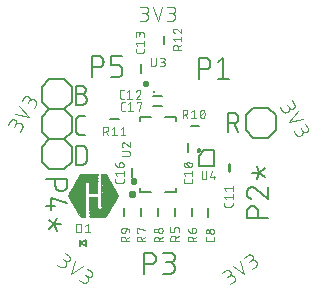
<source format=gbr>
G04 EAGLE Gerber RS-274X export*
G75*
%MOMM*%
%FSLAX34Y34*%
%LPD*%
%INSilkscreen Top*%
%IPPOS*%
%AMOC8*
5,1,8,0,0,1.08239X$1,22.5*%
G01*
%ADD10C,0.101600*%
%ADD11C,0.152400*%
%ADD12C,0.304800*%
%ADD13C,0.203200*%
%ADD14C,0.076200*%
%ADD15C,0.254000*%
%ADD16C,0.127000*%
%ADD17C,0.177800*%
%ADD18C,0.200000*%
%ADD19C,0.406400*%
%ADD20C,0.406400*%
%ADD21C,0.100000*%
%ADD22C,0.100000*%
%ADD23C,0.050800*%
%ADD24R,0.259075X0.015238*%
%ADD25R,1.310638X0.015238*%
%ADD26R,0.015238X0.015238*%
%ADD27R,0.304800X0.015238*%
%ADD28R,1.356356X0.015238*%
%ADD29R,0.335275X0.015238*%
%ADD30R,1.402075X0.015238*%
%ADD31R,0.365756X0.015238*%
%ADD32R,1.417319X0.015238*%
%ADD33R,0.381000X0.015238*%
%ADD34R,1.447800X0.015238*%
%ADD35R,0.396238X0.015238*%
%ADD36R,1.463037X0.015238*%
%ADD37R,0.411475X0.015238*%
%ADD38R,1.478275X0.015238*%
%ADD39R,0.426719X0.015238*%
%ADD40R,1.493519X0.015238*%
%ADD41R,0.441956X0.015238*%
%ADD42R,1.508756X0.015238*%
%ADD43R,0.457200X0.015238*%
%ADD44R,1.524000X0.015238*%
%ADD45R,0.472438X0.015238*%
%ADD46R,1.539238X0.015238*%
%ADD47R,0.487675X0.015238*%
%ADD48R,1.554475X0.015238*%
%ADD49R,0.502919X0.015238*%
%ADD50R,1.569719X0.015238*%
%ADD51R,0.518156X0.015238*%
%ADD52R,1.584956X0.015238*%
%ADD53R,0.533400X0.015238*%
%ADD54R,1.600200X0.015238*%
%ADD55R,0.548638X0.015238*%
%ADD56R,1.615438X0.015238*%
%ADD57R,0.563875X0.015238*%
%ADD58R,1.630675X0.015238*%
%ADD59R,0.579119X0.015238*%
%ADD60R,1.645919X0.015238*%
%ADD61R,0.594356X0.015238*%
%ADD62R,1.661156X0.015238*%
%ADD63R,0.609600X0.015238*%
%ADD64R,1.676400X0.015238*%
%ADD65R,0.624838X0.015238*%
%ADD66R,1.691638X0.015238*%
%ADD67R,0.640075X0.015238*%
%ADD68R,1.706875X0.015238*%
%ADD69R,0.655319X0.015238*%
%ADD70R,1.722119X0.015238*%
%ADD71R,0.670556X0.015238*%
%ADD72R,1.737356X0.015238*%
%ADD73R,0.685800X0.015238*%
%ADD74R,1.752600X0.015238*%
%ADD75R,0.701037X0.015238*%
%ADD76R,0.716275X0.015238*%
%ADD77R,0.731519X0.015238*%
%ADD78R,1.767838X0.015238*%
%ADD79R,1.783075X0.015238*%
%ADD80R,0.746756X0.015238*%
%ADD81R,1.798319X0.015238*%
%ADD82R,0.030481X0.015238*%
%ADD83R,0.762000X0.015238*%
%ADD84R,0.807719X0.015238*%
%ADD85R,0.868681X0.015238*%
%ADD86R,0.777238X0.015238*%
%ADD87R,0.853438X0.015238*%
%ADD88R,0.838200X0.015238*%
%ADD89R,0.792475X0.015238*%
%ADD90R,0.822963X0.015238*%
%ADD91R,0.822956X0.015238*%
%ADD92R,0.868675X0.015238*%
%ADD93R,0.883919X0.015238*%
%ADD94R,0.899156X0.015238*%
%ADD95R,0.914400X0.015238*%
%ADD96R,0.929638X0.015238*%
%ADD97R,0.944875X0.015238*%
%ADD98R,0.960119X0.015238*%
%ADD99R,0.975356X0.015238*%
%ADD100R,0.990600X0.015238*%
%ADD101R,1.005837X0.015238*%
%ADD102R,1.021075X0.015238*%
%ADD103R,1.036319X0.015238*%
%ADD104R,1.051556X0.015238*%
%ADD105R,1.066800X0.015238*%
%ADD106R,1.082037X0.015238*%
%ADD107R,1.097275X0.015238*%
%ADD108R,1.112519X0.015238*%
%ADD109R,1.127756X0.015238*%
%ADD110R,1.143000X0.015238*%
%ADD111R,1.158238X0.015238*%
%ADD112R,1.173475X0.015238*%
%ADD113R,1.188719X0.015238*%
%ADD114R,1.203956X0.015238*%
%ADD115R,1.219200X0.015238*%
%ADD116R,1.234438X0.015238*%
%ADD117R,1.249675X0.015238*%
%ADD118R,1.264919X0.015238*%
%ADD119R,1.280156X0.015238*%
%ADD120R,1.295400X0.015238*%
%ADD121R,1.325875X0.015238*%
%ADD122R,0.670563X0.015238*%
%ADD123R,1.341119X0.015238*%
%ADD124R,1.371600X0.015238*%
%ADD125R,1.386838X0.015238*%
%ADD126R,0.045719X0.015238*%
%ADD127R,0.060956X0.015238*%
%ADD128R,1.432556X0.015238*%
%ADD129R,0.106681X0.015238*%
%ADD130R,0.121919X0.015238*%
%ADD131R,0.152400X0.015238*%
%ADD132R,0.182875X0.015238*%
%ADD133R,0.030475X0.015238*%
%ADD134R,0.213363X0.015238*%
%ADD135R,0.076200X0.015238*%
%ADD136R,0.320038X0.015238*%
%ADD137R,0.243838X0.015238*%
%ADD138R,0.106675X0.015238*%
%ADD139R,0.274319X0.015238*%
%ADD140R,0.259081X0.015238*%
%ADD141R,0.198119X0.015238*%
%ADD142R,0.228600X0.015238*%


D10*
X-14676Y113221D02*
X-11430Y113221D01*
X-11430Y113220D02*
X-11317Y113222D01*
X-11204Y113228D01*
X-11091Y113238D01*
X-10978Y113252D01*
X-10866Y113269D01*
X-10755Y113291D01*
X-10645Y113316D01*
X-10535Y113346D01*
X-10427Y113379D01*
X-10320Y113416D01*
X-10214Y113456D01*
X-10110Y113501D01*
X-10007Y113549D01*
X-9906Y113600D01*
X-9807Y113655D01*
X-9710Y113713D01*
X-9615Y113775D01*
X-9522Y113840D01*
X-9432Y113908D01*
X-9344Y113979D01*
X-9258Y114054D01*
X-9175Y114131D01*
X-9095Y114211D01*
X-9018Y114294D01*
X-8943Y114380D01*
X-8872Y114468D01*
X-8804Y114558D01*
X-8739Y114651D01*
X-8677Y114746D01*
X-8619Y114843D01*
X-8564Y114942D01*
X-8513Y115043D01*
X-8465Y115146D01*
X-8420Y115250D01*
X-8380Y115356D01*
X-8343Y115463D01*
X-8310Y115571D01*
X-8280Y115681D01*
X-8255Y115791D01*
X-8233Y115902D01*
X-8216Y116014D01*
X-8202Y116127D01*
X-8192Y116240D01*
X-8186Y116353D01*
X-8184Y116466D01*
X-8186Y116579D01*
X-8192Y116692D01*
X-8202Y116805D01*
X-8216Y116918D01*
X-8233Y117030D01*
X-8255Y117141D01*
X-8280Y117251D01*
X-8310Y117361D01*
X-8343Y117469D01*
X-8380Y117576D01*
X-8420Y117682D01*
X-8465Y117786D01*
X-8513Y117889D01*
X-8564Y117990D01*
X-8619Y118089D01*
X-8677Y118186D01*
X-8739Y118281D01*
X-8804Y118374D01*
X-8872Y118464D01*
X-8943Y118552D01*
X-9018Y118638D01*
X-9095Y118721D01*
X-9175Y118801D01*
X-9258Y118878D01*
X-9344Y118953D01*
X-9432Y119024D01*
X-9522Y119092D01*
X-9615Y119157D01*
X-9710Y119219D01*
X-9807Y119277D01*
X-9906Y119332D01*
X-10007Y119383D01*
X-10110Y119431D01*
X-10214Y119476D01*
X-10320Y119516D01*
X-10427Y119553D01*
X-10535Y119586D01*
X-10645Y119616D01*
X-10755Y119641D01*
X-10866Y119663D01*
X-10978Y119680D01*
X-11091Y119694D01*
X-11204Y119704D01*
X-11317Y119710D01*
X-11430Y119712D01*
X-10781Y124905D02*
X-14676Y124905D01*
X-10781Y124904D02*
X-10680Y124902D01*
X-10580Y124896D01*
X-10480Y124886D01*
X-10380Y124873D01*
X-10281Y124855D01*
X-10182Y124834D01*
X-10085Y124809D01*
X-9988Y124780D01*
X-9893Y124747D01*
X-9799Y124711D01*
X-9707Y124671D01*
X-9616Y124628D01*
X-9527Y124581D01*
X-9440Y124531D01*
X-9354Y124477D01*
X-9271Y124420D01*
X-9191Y124360D01*
X-9112Y124297D01*
X-9036Y124230D01*
X-8963Y124161D01*
X-8893Y124089D01*
X-8825Y124015D01*
X-8760Y123938D01*
X-8699Y123858D01*
X-8640Y123776D01*
X-8585Y123692D01*
X-8533Y123606D01*
X-8484Y123518D01*
X-8439Y123428D01*
X-8397Y123336D01*
X-8359Y123243D01*
X-8325Y123148D01*
X-8294Y123053D01*
X-8267Y122956D01*
X-8244Y122858D01*
X-8224Y122759D01*
X-8209Y122659D01*
X-8197Y122559D01*
X-8189Y122459D01*
X-8185Y122358D01*
X-8185Y122258D01*
X-8189Y122157D01*
X-8197Y122057D01*
X-8209Y121957D01*
X-8224Y121857D01*
X-8244Y121758D01*
X-8267Y121660D01*
X-8294Y121563D01*
X-8325Y121468D01*
X-8359Y121373D01*
X-8397Y121280D01*
X-8439Y121188D01*
X-8484Y121098D01*
X-8533Y121010D01*
X-8585Y120924D01*
X-8640Y120840D01*
X-8699Y120758D01*
X-8760Y120678D01*
X-8825Y120601D01*
X-8893Y120527D01*
X-8963Y120455D01*
X-9036Y120386D01*
X-9112Y120319D01*
X-9191Y120256D01*
X-9271Y120196D01*
X-9354Y120139D01*
X-9440Y120085D01*
X-9527Y120035D01*
X-9616Y119988D01*
X-9707Y119945D01*
X-9799Y119905D01*
X-9893Y119869D01*
X-9988Y119836D01*
X-10085Y119807D01*
X-10182Y119782D01*
X-10281Y119761D01*
X-10380Y119743D01*
X-10480Y119730D01*
X-10580Y119720D01*
X-10680Y119714D01*
X-10781Y119712D01*
X-13377Y119712D01*
X-3895Y124905D02*
X0Y113221D01*
X3895Y124905D01*
X8184Y113221D02*
X11430Y113221D01*
X11430Y113220D02*
X11543Y113222D01*
X11656Y113228D01*
X11769Y113238D01*
X11882Y113252D01*
X11994Y113269D01*
X12105Y113291D01*
X12215Y113316D01*
X12325Y113346D01*
X12433Y113379D01*
X12540Y113416D01*
X12646Y113456D01*
X12750Y113501D01*
X12853Y113549D01*
X12954Y113600D01*
X13053Y113655D01*
X13150Y113713D01*
X13245Y113775D01*
X13338Y113840D01*
X13428Y113908D01*
X13516Y113979D01*
X13602Y114054D01*
X13685Y114131D01*
X13765Y114211D01*
X13842Y114294D01*
X13917Y114380D01*
X13988Y114468D01*
X14056Y114558D01*
X14121Y114651D01*
X14183Y114746D01*
X14241Y114843D01*
X14296Y114942D01*
X14347Y115043D01*
X14395Y115146D01*
X14440Y115250D01*
X14480Y115356D01*
X14517Y115463D01*
X14550Y115571D01*
X14580Y115681D01*
X14605Y115791D01*
X14627Y115902D01*
X14644Y116014D01*
X14658Y116127D01*
X14668Y116240D01*
X14674Y116353D01*
X14676Y116466D01*
X14674Y116579D01*
X14668Y116692D01*
X14658Y116805D01*
X14644Y116918D01*
X14627Y117030D01*
X14605Y117141D01*
X14580Y117251D01*
X14550Y117361D01*
X14517Y117469D01*
X14480Y117576D01*
X14440Y117682D01*
X14395Y117786D01*
X14347Y117889D01*
X14296Y117990D01*
X14241Y118089D01*
X14183Y118186D01*
X14121Y118281D01*
X14056Y118374D01*
X13988Y118464D01*
X13917Y118552D01*
X13842Y118638D01*
X13765Y118721D01*
X13685Y118801D01*
X13602Y118878D01*
X13516Y118953D01*
X13428Y119024D01*
X13338Y119092D01*
X13245Y119157D01*
X13150Y119219D01*
X13053Y119277D01*
X12954Y119332D01*
X12853Y119383D01*
X12750Y119431D01*
X12646Y119476D01*
X12540Y119516D01*
X12433Y119553D01*
X12325Y119586D01*
X12215Y119616D01*
X12105Y119641D01*
X11994Y119663D01*
X11882Y119680D01*
X11769Y119694D01*
X11656Y119704D01*
X11543Y119710D01*
X11430Y119712D01*
X12079Y124905D02*
X8184Y124905D01*
X12079Y124904D02*
X12180Y124902D01*
X12280Y124896D01*
X12380Y124886D01*
X12480Y124873D01*
X12579Y124855D01*
X12678Y124834D01*
X12775Y124809D01*
X12872Y124780D01*
X12967Y124747D01*
X13061Y124711D01*
X13153Y124671D01*
X13244Y124628D01*
X13333Y124581D01*
X13420Y124531D01*
X13506Y124477D01*
X13589Y124420D01*
X13669Y124360D01*
X13748Y124297D01*
X13824Y124230D01*
X13897Y124161D01*
X13967Y124089D01*
X14035Y124015D01*
X14100Y123938D01*
X14161Y123858D01*
X14220Y123776D01*
X14275Y123692D01*
X14327Y123606D01*
X14376Y123518D01*
X14421Y123428D01*
X14463Y123336D01*
X14501Y123243D01*
X14535Y123148D01*
X14566Y123053D01*
X14593Y122956D01*
X14616Y122858D01*
X14636Y122759D01*
X14651Y122659D01*
X14663Y122559D01*
X14671Y122459D01*
X14675Y122358D01*
X14675Y122258D01*
X14671Y122157D01*
X14663Y122057D01*
X14651Y121957D01*
X14636Y121857D01*
X14616Y121758D01*
X14593Y121660D01*
X14566Y121563D01*
X14535Y121468D01*
X14501Y121373D01*
X14463Y121280D01*
X14421Y121188D01*
X14376Y121098D01*
X14327Y121010D01*
X14275Y120924D01*
X14220Y120840D01*
X14161Y120758D01*
X14100Y120678D01*
X14035Y120601D01*
X13967Y120527D01*
X13897Y120455D01*
X13824Y120386D01*
X13748Y120319D01*
X13669Y120256D01*
X13589Y120196D01*
X13506Y120139D01*
X13420Y120085D01*
X13333Y120035D01*
X13244Y119988D01*
X13153Y119945D01*
X13061Y119905D01*
X12967Y119869D01*
X12872Y119836D01*
X12775Y119807D01*
X12678Y119782D01*
X12579Y119761D01*
X12480Y119743D01*
X12380Y119730D01*
X12280Y119720D01*
X12180Y119714D01*
X12079Y119712D01*
X9483Y119712D01*
X-85222Y-93205D02*
X-82564Y-95067D01*
X-82470Y-95130D01*
X-82374Y-95190D01*
X-82276Y-95247D01*
X-82176Y-95300D01*
X-82074Y-95350D01*
X-81970Y-95396D01*
X-81865Y-95438D01*
X-81759Y-95477D01*
X-81651Y-95512D01*
X-81542Y-95543D01*
X-81432Y-95571D01*
X-81321Y-95594D01*
X-81210Y-95614D01*
X-81098Y-95630D01*
X-80985Y-95642D01*
X-80872Y-95650D01*
X-80759Y-95654D01*
X-80645Y-95654D01*
X-80532Y-95650D01*
X-80419Y-95642D01*
X-80306Y-95630D01*
X-80194Y-95614D01*
X-80083Y-95594D01*
X-79972Y-95571D01*
X-79862Y-95543D01*
X-79753Y-95512D01*
X-79645Y-95477D01*
X-79539Y-95438D01*
X-79434Y-95396D01*
X-79330Y-95350D01*
X-79228Y-95300D01*
X-79128Y-95247D01*
X-79030Y-95190D01*
X-78934Y-95130D01*
X-78840Y-95067D01*
X-78749Y-95000D01*
X-78659Y-94931D01*
X-78572Y-94858D01*
X-78488Y-94782D01*
X-78407Y-94703D01*
X-78328Y-94622D01*
X-78252Y-94538D01*
X-78179Y-94451D01*
X-78110Y-94361D01*
X-78043Y-94270D01*
X-77980Y-94176D01*
X-77920Y-94080D01*
X-77863Y-93982D01*
X-77810Y-93882D01*
X-77760Y-93780D01*
X-77714Y-93676D01*
X-77672Y-93571D01*
X-77633Y-93465D01*
X-77598Y-93357D01*
X-77567Y-93248D01*
X-77539Y-93138D01*
X-77516Y-93027D01*
X-77496Y-92916D01*
X-77480Y-92804D01*
X-77468Y-92691D01*
X-77460Y-92578D01*
X-77456Y-92465D01*
X-77456Y-92351D01*
X-77460Y-92238D01*
X-77468Y-92125D01*
X-77480Y-92012D01*
X-77496Y-91900D01*
X-77516Y-91789D01*
X-77539Y-91678D01*
X-77567Y-91568D01*
X-77598Y-91459D01*
X-77633Y-91351D01*
X-77672Y-91245D01*
X-77714Y-91140D01*
X-77760Y-91036D01*
X-77810Y-90934D01*
X-77863Y-90834D01*
X-77920Y-90736D01*
X-77980Y-90640D01*
X-78043Y-90546D01*
X-78110Y-90455D01*
X-78179Y-90365D01*
X-78252Y-90278D01*
X-78328Y-90194D01*
X-78407Y-90113D01*
X-78488Y-90034D01*
X-78572Y-89958D01*
X-78659Y-89885D01*
X-78748Y-89816D01*
X-78840Y-89749D01*
X-75330Y-85868D02*
X-78521Y-83634D01*
X-75331Y-85868D02*
X-75250Y-85928D01*
X-75171Y-85990D01*
X-75094Y-86056D01*
X-75020Y-86124D01*
X-74949Y-86195D01*
X-74881Y-86269D01*
X-74815Y-86346D01*
X-74753Y-86425D01*
X-74693Y-86506D01*
X-74637Y-86590D01*
X-74584Y-86675D01*
X-74535Y-86763D01*
X-74489Y-86852D01*
X-74446Y-86944D01*
X-74407Y-87037D01*
X-74372Y-87131D01*
X-74340Y-87226D01*
X-74312Y-87323D01*
X-74288Y-87421D01*
X-74268Y-87519D01*
X-74251Y-87619D01*
X-74239Y-87719D01*
X-74230Y-87819D01*
X-74225Y-87919D01*
X-74224Y-88020D01*
X-74227Y-88121D01*
X-74234Y-88221D01*
X-74245Y-88321D01*
X-74259Y-88421D01*
X-74278Y-88520D01*
X-74300Y-88618D01*
X-74326Y-88715D01*
X-74356Y-88812D01*
X-74389Y-88906D01*
X-74426Y-89000D01*
X-74467Y-89092D01*
X-74512Y-89183D01*
X-74559Y-89271D01*
X-74611Y-89358D01*
X-74665Y-89442D01*
X-74723Y-89525D01*
X-74784Y-89605D01*
X-74848Y-89683D01*
X-74915Y-89758D01*
X-74984Y-89831D01*
X-75057Y-89900D01*
X-75132Y-89967D01*
X-75210Y-90031D01*
X-75290Y-90092D01*
X-75373Y-90150D01*
X-75457Y-90204D01*
X-75544Y-90256D01*
X-75632Y-90303D01*
X-75723Y-90348D01*
X-75815Y-90389D01*
X-75909Y-90426D01*
X-76003Y-90459D01*
X-76100Y-90489D01*
X-76197Y-90515D01*
X-76295Y-90537D01*
X-76394Y-90556D01*
X-76494Y-90570D01*
X-76594Y-90581D01*
X-76694Y-90588D01*
X-76795Y-90591D01*
X-76896Y-90590D01*
X-76996Y-90585D01*
X-77096Y-90576D01*
X-77196Y-90564D01*
X-77296Y-90547D01*
X-77394Y-90527D01*
X-77492Y-90503D01*
X-77589Y-90475D01*
X-77684Y-90443D01*
X-77778Y-90408D01*
X-77871Y-90369D01*
X-77963Y-90326D01*
X-78052Y-90280D01*
X-78140Y-90231D01*
X-78225Y-90178D01*
X-78309Y-90122D01*
X-80436Y-88633D01*
X-69689Y-89818D02*
X-73201Y-101623D01*
X-63309Y-94286D01*
X-66496Y-106317D02*
X-63838Y-108179D01*
X-63744Y-108242D01*
X-63648Y-108302D01*
X-63550Y-108359D01*
X-63450Y-108412D01*
X-63348Y-108462D01*
X-63244Y-108508D01*
X-63139Y-108550D01*
X-63033Y-108589D01*
X-62925Y-108624D01*
X-62816Y-108655D01*
X-62706Y-108683D01*
X-62595Y-108706D01*
X-62484Y-108726D01*
X-62372Y-108742D01*
X-62259Y-108754D01*
X-62146Y-108762D01*
X-62033Y-108766D01*
X-61919Y-108766D01*
X-61806Y-108762D01*
X-61693Y-108754D01*
X-61580Y-108742D01*
X-61468Y-108726D01*
X-61357Y-108706D01*
X-61246Y-108683D01*
X-61136Y-108655D01*
X-61027Y-108624D01*
X-60919Y-108589D01*
X-60813Y-108550D01*
X-60708Y-108508D01*
X-60604Y-108462D01*
X-60502Y-108412D01*
X-60402Y-108359D01*
X-60304Y-108302D01*
X-60208Y-108242D01*
X-60114Y-108179D01*
X-60023Y-108112D01*
X-59933Y-108043D01*
X-59846Y-107970D01*
X-59762Y-107894D01*
X-59681Y-107815D01*
X-59602Y-107734D01*
X-59526Y-107650D01*
X-59453Y-107563D01*
X-59384Y-107473D01*
X-59317Y-107382D01*
X-59254Y-107288D01*
X-59194Y-107192D01*
X-59137Y-107094D01*
X-59084Y-106994D01*
X-59034Y-106892D01*
X-58988Y-106788D01*
X-58946Y-106683D01*
X-58907Y-106577D01*
X-58872Y-106469D01*
X-58841Y-106360D01*
X-58813Y-106250D01*
X-58790Y-106139D01*
X-58770Y-106028D01*
X-58754Y-105916D01*
X-58742Y-105803D01*
X-58734Y-105690D01*
X-58730Y-105577D01*
X-58730Y-105463D01*
X-58734Y-105350D01*
X-58742Y-105237D01*
X-58754Y-105124D01*
X-58770Y-105012D01*
X-58790Y-104901D01*
X-58813Y-104790D01*
X-58841Y-104680D01*
X-58872Y-104571D01*
X-58907Y-104463D01*
X-58946Y-104357D01*
X-58988Y-104252D01*
X-59034Y-104148D01*
X-59084Y-104046D01*
X-59137Y-103946D01*
X-59194Y-103848D01*
X-59254Y-103752D01*
X-59317Y-103658D01*
X-59384Y-103567D01*
X-59453Y-103477D01*
X-59526Y-103390D01*
X-59602Y-103306D01*
X-59681Y-103225D01*
X-59762Y-103146D01*
X-59846Y-103070D01*
X-59933Y-102997D01*
X-60022Y-102928D01*
X-60114Y-102861D01*
X-56604Y-98980D02*
X-59795Y-96746D01*
X-56605Y-98980D02*
X-56524Y-99040D01*
X-56445Y-99102D01*
X-56368Y-99168D01*
X-56294Y-99236D01*
X-56223Y-99307D01*
X-56155Y-99381D01*
X-56089Y-99458D01*
X-56027Y-99537D01*
X-55967Y-99618D01*
X-55911Y-99702D01*
X-55858Y-99787D01*
X-55809Y-99875D01*
X-55763Y-99964D01*
X-55720Y-100056D01*
X-55681Y-100149D01*
X-55646Y-100243D01*
X-55614Y-100338D01*
X-55586Y-100435D01*
X-55562Y-100533D01*
X-55542Y-100631D01*
X-55525Y-100731D01*
X-55513Y-100831D01*
X-55504Y-100931D01*
X-55499Y-101031D01*
X-55498Y-101132D01*
X-55501Y-101233D01*
X-55508Y-101333D01*
X-55519Y-101433D01*
X-55533Y-101533D01*
X-55552Y-101632D01*
X-55574Y-101730D01*
X-55600Y-101827D01*
X-55630Y-101924D01*
X-55663Y-102018D01*
X-55700Y-102112D01*
X-55741Y-102204D01*
X-55786Y-102295D01*
X-55833Y-102383D01*
X-55885Y-102470D01*
X-55939Y-102554D01*
X-55997Y-102637D01*
X-56058Y-102717D01*
X-56122Y-102795D01*
X-56189Y-102870D01*
X-56258Y-102943D01*
X-56331Y-103012D01*
X-56406Y-103079D01*
X-56484Y-103143D01*
X-56564Y-103204D01*
X-56647Y-103262D01*
X-56731Y-103316D01*
X-56818Y-103368D01*
X-56906Y-103415D01*
X-56997Y-103460D01*
X-57089Y-103501D01*
X-57183Y-103538D01*
X-57277Y-103571D01*
X-57374Y-103601D01*
X-57471Y-103627D01*
X-57569Y-103649D01*
X-57668Y-103668D01*
X-57768Y-103682D01*
X-57868Y-103693D01*
X-57968Y-103700D01*
X-58069Y-103703D01*
X-58170Y-103702D01*
X-58270Y-103697D01*
X-58370Y-103688D01*
X-58470Y-103676D01*
X-58570Y-103659D01*
X-58668Y-103639D01*
X-58766Y-103615D01*
X-58863Y-103587D01*
X-58958Y-103555D01*
X-59052Y-103520D01*
X-59145Y-103481D01*
X-59237Y-103438D01*
X-59326Y-103392D01*
X-59414Y-103343D01*
X-59499Y-103290D01*
X-59583Y-103234D01*
X-61710Y-101745D01*
X61179Y-110040D02*
X63838Y-108179D01*
X63930Y-108112D01*
X64019Y-108043D01*
X64106Y-107970D01*
X64190Y-107894D01*
X64271Y-107815D01*
X64350Y-107734D01*
X64426Y-107650D01*
X64499Y-107563D01*
X64568Y-107473D01*
X64635Y-107382D01*
X64698Y-107288D01*
X64758Y-107192D01*
X64815Y-107094D01*
X64868Y-106994D01*
X64918Y-106892D01*
X64964Y-106788D01*
X65006Y-106683D01*
X65045Y-106577D01*
X65080Y-106469D01*
X65111Y-106360D01*
X65139Y-106250D01*
X65162Y-106139D01*
X65182Y-106028D01*
X65198Y-105916D01*
X65210Y-105803D01*
X65218Y-105690D01*
X65222Y-105577D01*
X65222Y-105463D01*
X65218Y-105350D01*
X65210Y-105237D01*
X65198Y-105124D01*
X65182Y-105012D01*
X65162Y-104901D01*
X65139Y-104790D01*
X65111Y-104680D01*
X65080Y-104571D01*
X65045Y-104463D01*
X65006Y-104357D01*
X64964Y-104252D01*
X64918Y-104148D01*
X64868Y-104046D01*
X64815Y-103946D01*
X64758Y-103848D01*
X64698Y-103752D01*
X64635Y-103658D01*
X64568Y-103567D01*
X64499Y-103477D01*
X64426Y-103390D01*
X64350Y-103306D01*
X64271Y-103225D01*
X64190Y-103146D01*
X64106Y-103070D01*
X64019Y-102997D01*
X63930Y-102928D01*
X63838Y-102861D01*
X63744Y-102798D01*
X63648Y-102738D01*
X63550Y-102681D01*
X63450Y-102628D01*
X63348Y-102578D01*
X63244Y-102532D01*
X63139Y-102490D01*
X63033Y-102451D01*
X62925Y-102416D01*
X62816Y-102385D01*
X62706Y-102357D01*
X62595Y-102334D01*
X62484Y-102314D01*
X62372Y-102298D01*
X62259Y-102286D01*
X62146Y-102278D01*
X62033Y-102274D01*
X61919Y-102274D01*
X61806Y-102278D01*
X61693Y-102286D01*
X61580Y-102298D01*
X61468Y-102314D01*
X61357Y-102334D01*
X61246Y-102357D01*
X61136Y-102385D01*
X61027Y-102416D01*
X60919Y-102451D01*
X60813Y-102490D01*
X60708Y-102532D01*
X60604Y-102578D01*
X60502Y-102628D01*
X60402Y-102681D01*
X60304Y-102738D01*
X60208Y-102798D01*
X60114Y-102861D01*
X57668Y-98236D02*
X54478Y-100469D01*
X57668Y-98235D02*
X57752Y-98179D01*
X57837Y-98126D01*
X57925Y-98077D01*
X58014Y-98031D01*
X58106Y-97988D01*
X58199Y-97949D01*
X58293Y-97914D01*
X58388Y-97882D01*
X58485Y-97854D01*
X58583Y-97830D01*
X58681Y-97810D01*
X58781Y-97793D01*
X58881Y-97781D01*
X58981Y-97772D01*
X59081Y-97767D01*
X59182Y-97766D01*
X59283Y-97769D01*
X59383Y-97776D01*
X59483Y-97787D01*
X59583Y-97801D01*
X59682Y-97820D01*
X59780Y-97842D01*
X59877Y-97868D01*
X59974Y-97898D01*
X60068Y-97931D01*
X60162Y-97968D01*
X60254Y-98009D01*
X60345Y-98054D01*
X60433Y-98101D01*
X60520Y-98153D01*
X60604Y-98207D01*
X60687Y-98265D01*
X60767Y-98326D01*
X60845Y-98390D01*
X60920Y-98457D01*
X60993Y-98526D01*
X61062Y-98599D01*
X61129Y-98674D01*
X61193Y-98752D01*
X61254Y-98832D01*
X61312Y-98915D01*
X61366Y-98999D01*
X61418Y-99086D01*
X61465Y-99174D01*
X61510Y-99265D01*
X61551Y-99357D01*
X61588Y-99451D01*
X61621Y-99545D01*
X61651Y-99642D01*
X61677Y-99739D01*
X61699Y-99837D01*
X61718Y-99936D01*
X61732Y-100036D01*
X61743Y-100136D01*
X61750Y-100236D01*
X61753Y-100337D01*
X61752Y-100438D01*
X61747Y-100538D01*
X61738Y-100638D01*
X61726Y-100738D01*
X61709Y-100838D01*
X61689Y-100936D01*
X61665Y-101034D01*
X61637Y-101131D01*
X61605Y-101226D01*
X61570Y-101320D01*
X61531Y-101413D01*
X61488Y-101505D01*
X61442Y-101594D01*
X61393Y-101682D01*
X61340Y-101767D01*
X61284Y-101851D01*
X61224Y-101932D01*
X61162Y-102011D01*
X61096Y-102088D01*
X61028Y-102162D01*
X60957Y-102233D01*
X60883Y-102301D01*
X60806Y-102367D01*
X60727Y-102429D01*
X60646Y-102489D01*
X58520Y-103979D01*
X63309Y-94286D02*
X73201Y-101623D01*
X69689Y-89818D01*
X79905Y-96928D02*
X82564Y-95067D01*
X82656Y-95000D01*
X82745Y-94931D01*
X82832Y-94858D01*
X82916Y-94782D01*
X82997Y-94703D01*
X83076Y-94622D01*
X83152Y-94538D01*
X83225Y-94451D01*
X83294Y-94361D01*
X83361Y-94270D01*
X83424Y-94176D01*
X83484Y-94080D01*
X83541Y-93982D01*
X83594Y-93882D01*
X83644Y-93780D01*
X83690Y-93676D01*
X83732Y-93571D01*
X83771Y-93465D01*
X83806Y-93357D01*
X83837Y-93248D01*
X83865Y-93138D01*
X83888Y-93027D01*
X83908Y-92916D01*
X83924Y-92804D01*
X83936Y-92691D01*
X83944Y-92578D01*
X83948Y-92465D01*
X83948Y-92351D01*
X83944Y-92238D01*
X83936Y-92125D01*
X83924Y-92012D01*
X83908Y-91900D01*
X83888Y-91789D01*
X83865Y-91678D01*
X83837Y-91568D01*
X83806Y-91459D01*
X83771Y-91351D01*
X83732Y-91245D01*
X83690Y-91140D01*
X83644Y-91036D01*
X83594Y-90934D01*
X83541Y-90834D01*
X83484Y-90736D01*
X83424Y-90640D01*
X83361Y-90546D01*
X83294Y-90455D01*
X83225Y-90365D01*
X83152Y-90278D01*
X83076Y-90194D01*
X82997Y-90113D01*
X82916Y-90034D01*
X82832Y-89958D01*
X82745Y-89885D01*
X82656Y-89816D01*
X82564Y-89749D01*
X82470Y-89686D01*
X82374Y-89626D01*
X82276Y-89569D01*
X82176Y-89516D01*
X82074Y-89466D01*
X81970Y-89420D01*
X81865Y-89378D01*
X81759Y-89339D01*
X81651Y-89304D01*
X81542Y-89273D01*
X81432Y-89245D01*
X81321Y-89222D01*
X81210Y-89202D01*
X81098Y-89186D01*
X80985Y-89174D01*
X80872Y-89166D01*
X80759Y-89162D01*
X80645Y-89162D01*
X80532Y-89166D01*
X80419Y-89174D01*
X80306Y-89186D01*
X80194Y-89202D01*
X80083Y-89222D01*
X79972Y-89245D01*
X79862Y-89273D01*
X79753Y-89304D01*
X79645Y-89339D01*
X79539Y-89378D01*
X79434Y-89420D01*
X79330Y-89466D01*
X79228Y-89516D01*
X79128Y-89569D01*
X79030Y-89626D01*
X78934Y-89686D01*
X78840Y-89749D01*
X76394Y-85124D02*
X73203Y-87357D01*
X76394Y-85123D02*
X76478Y-85067D01*
X76563Y-85014D01*
X76651Y-84965D01*
X76740Y-84919D01*
X76832Y-84876D01*
X76925Y-84837D01*
X77019Y-84802D01*
X77114Y-84770D01*
X77211Y-84742D01*
X77309Y-84718D01*
X77407Y-84698D01*
X77507Y-84681D01*
X77607Y-84669D01*
X77707Y-84660D01*
X77807Y-84655D01*
X77908Y-84654D01*
X78009Y-84657D01*
X78109Y-84664D01*
X78209Y-84675D01*
X78309Y-84689D01*
X78408Y-84708D01*
X78506Y-84730D01*
X78603Y-84756D01*
X78700Y-84786D01*
X78794Y-84819D01*
X78888Y-84856D01*
X78980Y-84897D01*
X79071Y-84942D01*
X79159Y-84989D01*
X79246Y-85041D01*
X79330Y-85095D01*
X79413Y-85153D01*
X79493Y-85214D01*
X79571Y-85278D01*
X79646Y-85345D01*
X79719Y-85414D01*
X79788Y-85487D01*
X79855Y-85562D01*
X79919Y-85640D01*
X79980Y-85720D01*
X80038Y-85803D01*
X80092Y-85887D01*
X80144Y-85974D01*
X80191Y-86062D01*
X80236Y-86153D01*
X80277Y-86245D01*
X80314Y-86339D01*
X80347Y-86433D01*
X80377Y-86530D01*
X80403Y-86627D01*
X80425Y-86725D01*
X80444Y-86824D01*
X80458Y-86924D01*
X80469Y-87024D01*
X80476Y-87124D01*
X80479Y-87225D01*
X80478Y-87326D01*
X80473Y-87426D01*
X80464Y-87526D01*
X80452Y-87626D01*
X80435Y-87726D01*
X80415Y-87824D01*
X80391Y-87922D01*
X80363Y-88019D01*
X80331Y-88114D01*
X80296Y-88208D01*
X80257Y-88301D01*
X80214Y-88393D01*
X80168Y-88482D01*
X80119Y-88570D01*
X80066Y-88655D01*
X80010Y-88739D01*
X79950Y-88820D01*
X79888Y-88899D01*
X79822Y-88976D01*
X79754Y-89050D01*
X79683Y-89121D01*
X79609Y-89189D01*
X79532Y-89255D01*
X79453Y-89317D01*
X79372Y-89377D01*
X77245Y-90867D01*
X105113Y37140D02*
X103490Y39951D01*
X105113Y37140D02*
X105171Y37043D01*
X105233Y36948D01*
X105298Y36855D01*
X105366Y36765D01*
X105437Y36677D01*
X105512Y36591D01*
X105589Y36508D01*
X105669Y36428D01*
X105752Y36351D01*
X105838Y36276D01*
X105926Y36205D01*
X106016Y36137D01*
X106109Y36072D01*
X106204Y36010D01*
X106301Y35952D01*
X106400Y35897D01*
X106501Y35846D01*
X106604Y35798D01*
X106708Y35753D01*
X106814Y35713D01*
X106921Y35676D01*
X107029Y35643D01*
X107139Y35613D01*
X107249Y35588D01*
X107360Y35566D01*
X107472Y35549D01*
X107585Y35535D01*
X107698Y35525D01*
X107811Y35519D01*
X107924Y35517D01*
X108037Y35519D01*
X108150Y35525D01*
X108263Y35535D01*
X108376Y35549D01*
X108488Y35566D01*
X108599Y35588D01*
X108709Y35613D01*
X108819Y35643D01*
X108927Y35676D01*
X109034Y35713D01*
X109140Y35753D01*
X109244Y35798D01*
X109347Y35846D01*
X109448Y35897D01*
X109547Y35952D01*
X109644Y36010D01*
X109739Y36072D01*
X109832Y36137D01*
X109922Y36205D01*
X110010Y36276D01*
X110096Y36351D01*
X110179Y36428D01*
X110259Y36508D01*
X110336Y36591D01*
X110411Y36677D01*
X110482Y36765D01*
X110550Y36855D01*
X110615Y36948D01*
X110677Y37043D01*
X110735Y37140D01*
X110790Y37239D01*
X110841Y37340D01*
X110889Y37443D01*
X110934Y37547D01*
X110974Y37653D01*
X111011Y37760D01*
X111044Y37868D01*
X111074Y37978D01*
X111099Y38088D01*
X111121Y38199D01*
X111138Y38311D01*
X111152Y38424D01*
X111162Y38537D01*
X111168Y38650D01*
X111170Y38763D01*
X111168Y38876D01*
X111162Y38989D01*
X111152Y39102D01*
X111138Y39215D01*
X111121Y39327D01*
X111099Y39438D01*
X111074Y39548D01*
X111044Y39658D01*
X111011Y39766D01*
X110974Y39873D01*
X110934Y39979D01*
X110889Y40083D01*
X110841Y40186D01*
X110790Y40287D01*
X110735Y40386D01*
X115556Y42420D02*
X113609Y45793D01*
X115557Y42421D02*
X115606Y42332D01*
X115651Y42242D01*
X115693Y42151D01*
X115731Y42057D01*
X115765Y41963D01*
X115796Y41867D01*
X115823Y41770D01*
X115846Y41672D01*
X115866Y41573D01*
X115881Y41473D01*
X115893Y41373D01*
X115901Y41273D01*
X115905Y41172D01*
X115905Y41072D01*
X115901Y40971D01*
X115893Y40871D01*
X115881Y40771D01*
X115866Y40671D01*
X115846Y40572D01*
X115823Y40474D01*
X115796Y40377D01*
X115765Y40281D01*
X115731Y40187D01*
X115693Y40093D01*
X115651Y40002D01*
X115606Y39912D01*
X115557Y39824D01*
X115505Y39737D01*
X115450Y39653D01*
X115391Y39571D01*
X115329Y39492D01*
X115265Y39414D01*
X115197Y39340D01*
X115126Y39268D01*
X115053Y39199D01*
X114977Y39133D01*
X114899Y39069D01*
X114818Y39009D01*
X114735Y38952D01*
X114650Y38899D01*
X114563Y38848D01*
X114474Y38801D01*
X114383Y38758D01*
X114290Y38718D01*
X114196Y38682D01*
X114101Y38649D01*
X114004Y38620D01*
X113907Y38595D01*
X113808Y38574D01*
X113709Y38556D01*
X113609Y38543D01*
X113509Y38533D01*
X113409Y38527D01*
X113308Y38525D01*
X113207Y38527D01*
X113107Y38533D01*
X113007Y38543D01*
X112907Y38556D01*
X112808Y38574D01*
X112709Y38595D01*
X112612Y38620D01*
X112515Y38649D01*
X112420Y38682D01*
X112326Y38718D01*
X112233Y38758D01*
X112142Y38801D01*
X112053Y38848D01*
X111966Y38899D01*
X111881Y38952D01*
X111798Y39009D01*
X111717Y39069D01*
X111639Y39133D01*
X111563Y39199D01*
X111490Y39268D01*
X111419Y39340D01*
X111351Y39414D01*
X111287Y39492D01*
X111225Y39571D01*
X111166Y39653D01*
X111111Y39737D01*
X111059Y39824D01*
X111059Y39823D02*
X109761Y42072D01*
X118999Y36456D02*
X110828Y27241D01*
X122894Y29711D01*
X114920Y20153D02*
X116543Y17343D01*
X116543Y17342D02*
X116601Y17245D01*
X116663Y17150D01*
X116728Y17057D01*
X116796Y16967D01*
X116867Y16879D01*
X116942Y16793D01*
X117019Y16710D01*
X117099Y16630D01*
X117182Y16553D01*
X117268Y16478D01*
X117356Y16407D01*
X117446Y16339D01*
X117539Y16274D01*
X117634Y16212D01*
X117731Y16154D01*
X117830Y16099D01*
X117931Y16048D01*
X118034Y16000D01*
X118138Y15955D01*
X118244Y15915D01*
X118351Y15878D01*
X118459Y15845D01*
X118569Y15815D01*
X118679Y15790D01*
X118790Y15768D01*
X118902Y15751D01*
X119015Y15737D01*
X119128Y15727D01*
X119241Y15721D01*
X119354Y15719D01*
X119467Y15721D01*
X119580Y15727D01*
X119693Y15737D01*
X119806Y15751D01*
X119918Y15768D01*
X120029Y15790D01*
X120139Y15815D01*
X120249Y15845D01*
X120357Y15878D01*
X120464Y15915D01*
X120570Y15955D01*
X120674Y16000D01*
X120777Y16048D01*
X120878Y16099D01*
X120977Y16154D01*
X121074Y16212D01*
X121169Y16274D01*
X121262Y16339D01*
X121352Y16407D01*
X121440Y16478D01*
X121526Y16553D01*
X121609Y16630D01*
X121689Y16710D01*
X121766Y16793D01*
X121841Y16879D01*
X121912Y16967D01*
X121980Y17057D01*
X122045Y17150D01*
X122107Y17245D01*
X122165Y17342D01*
X122220Y17441D01*
X122271Y17542D01*
X122319Y17645D01*
X122364Y17749D01*
X122404Y17855D01*
X122441Y17962D01*
X122474Y18070D01*
X122504Y18180D01*
X122529Y18290D01*
X122551Y18401D01*
X122568Y18513D01*
X122582Y18626D01*
X122592Y18739D01*
X122598Y18852D01*
X122600Y18965D01*
X122598Y19078D01*
X122592Y19191D01*
X122582Y19304D01*
X122568Y19417D01*
X122551Y19529D01*
X122529Y19640D01*
X122504Y19750D01*
X122474Y19860D01*
X122441Y19968D01*
X122404Y20075D01*
X122364Y20181D01*
X122319Y20285D01*
X122271Y20388D01*
X122220Y20489D01*
X122165Y20588D01*
X126986Y22623D02*
X125039Y25995D01*
X126987Y22623D02*
X127036Y22534D01*
X127081Y22444D01*
X127123Y22353D01*
X127161Y22259D01*
X127195Y22165D01*
X127226Y22069D01*
X127253Y21972D01*
X127276Y21874D01*
X127296Y21775D01*
X127311Y21675D01*
X127323Y21575D01*
X127331Y21475D01*
X127335Y21374D01*
X127335Y21274D01*
X127331Y21173D01*
X127323Y21073D01*
X127311Y20973D01*
X127296Y20873D01*
X127276Y20774D01*
X127253Y20676D01*
X127226Y20579D01*
X127195Y20483D01*
X127161Y20389D01*
X127123Y20295D01*
X127081Y20204D01*
X127036Y20114D01*
X126987Y20026D01*
X126935Y19939D01*
X126880Y19855D01*
X126821Y19773D01*
X126759Y19694D01*
X126695Y19616D01*
X126627Y19542D01*
X126556Y19470D01*
X126483Y19401D01*
X126407Y19335D01*
X126329Y19271D01*
X126248Y19211D01*
X126165Y19154D01*
X126080Y19101D01*
X125993Y19050D01*
X125904Y19003D01*
X125813Y18960D01*
X125720Y18920D01*
X125626Y18884D01*
X125531Y18851D01*
X125434Y18822D01*
X125337Y18797D01*
X125238Y18776D01*
X125139Y18758D01*
X125039Y18745D01*
X124939Y18735D01*
X124839Y18729D01*
X124738Y18727D01*
X124637Y18729D01*
X124537Y18735D01*
X124437Y18745D01*
X124337Y18758D01*
X124238Y18776D01*
X124139Y18797D01*
X124042Y18822D01*
X123945Y18851D01*
X123850Y18884D01*
X123756Y18920D01*
X123663Y18960D01*
X123572Y19003D01*
X123483Y19050D01*
X123396Y19101D01*
X123311Y19154D01*
X123228Y19211D01*
X123147Y19271D01*
X123069Y19335D01*
X122993Y19401D01*
X122920Y19470D01*
X122849Y19542D01*
X122781Y19616D01*
X122717Y19694D01*
X122655Y19773D01*
X122596Y19855D01*
X122541Y19939D01*
X122489Y20026D01*
X121191Y22275D01*
D11*
X-11349Y-83185D02*
X-11349Y-100965D01*
X-11349Y-83185D02*
X-6410Y-83185D01*
X-6270Y-83187D01*
X-6131Y-83193D01*
X-5991Y-83203D01*
X-5852Y-83217D01*
X-5713Y-83234D01*
X-5575Y-83256D01*
X-5438Y-83282D01*
X-5301Y-83311D01*
X-5165Y-83344D01*
X-5031Y-83381D01*
X-4897Y-83422D01*
X-4765Y-83467D01*
X-4633Y-83516D01*
X-4504Y-83568D01*
X-4376Y-83623D01*
X-4249Y-83683D01*
X-4124Y-83746D01*
X-4001Y-83812D01*
X-3880Y-83882D01*
X-3761Y-83955D01*
X-3644Y-84032D01*
X-3530Y-84112D01*
X-3417Y-84195D01*
X-3307Y-84281D01*
X-3200Y-84371D01*
X-3095Y-84463D01*
X-2993Y-84558D01*
X-2893Y-84656D01*
X-2796Y-84757D01*
X-2702Y-84861D01*
X-2612Y-84967D01*
X-2524Y-85076D01*
X-2439Y-85187D01*
X-2358Y-85301D01*
X-2279Y-85416D01*
X-2204Y-85534D01*
X-2133Y-85654D01*
X-2065Y-85777D01*
X-2000Y-85900D01*
X-1939Y-86026D01*
X-1881Y-86154D01*
X-1827Y-86282D01*
X-1777Y-86413D01*
X-1730Y-86545D01*
X-1687Y-86678D01*
X-1648Y-86812D01*
X-1613Y-86947D01*
X-1582Y-87083D01*
X-1554Y-87221D01*
X-1531Y-87358D01*
X-1511Y-87497D01*
X-1495Y-87636D01*
X-1483Y-87775D01*
X-1475Y-87914D01*
X-1471Y-88054D01*
X-1471Y-88194D01*
X-1475Y-88334D01*
X-1483Y-88473D01*
X-1495Y-88612D01*
X-1511Y-88751D01*
X-1531Y-88890D01*
X-1554Y-89027D01*
X-1582Y-89165D01*
X-1613Y-89301D01*
X-1648Y-89436D01*
X-1687Y-89570D01*
X-1730Y-89703D01*
X-1777Y-89835D01*
X-1827Y-89966D01*
X-1881Y-90094D01*
X-1939Y-90222D01*
X-2000Y-90348D01*
X-2065Y-90471D01*
X-2133Y-90593D01*
X-2204Y-90714D01*
X-2279Y-90832D01*
X-2358Y-90947D01*
X-2439Y-91061D01*
X-2524Y-91172D01*
X-2612Y-91281D01*
X-2702Y-91387D01*
X-2796Y-91491D01*
X-2893Y-91592D01*
X-2993Y-91690D01*
X-3095Y-91785D01*
X-3200Y-91877D01*
X-3307Y-91967D01*
X-3417Y-92053D01*
X-3530Y-92136D01*
X-3644Y-92216D01*
X-3761Y-92293D01*
X-3880Y-92366D01*
X-4001Y-92436D01*
X-4124Y-92502D01*
X-4249Y-92565D01*
X-4376Y-92625D01*
X-4504Y-92680D01*
X-4633Y-92732D01*
X-4765Y-92781D01*
X-4897Y-92826D01*
X-5031Y-92867D01*
X-5165Y-92904D01*
X-5301Y-92937D01*
X-5438Y-92966D01*
X-5575Y-92992D01*
X-5713Y-93014D01*
X-5852Y-93031D01*
X-5991Y-93045D01*
X-6131Y-93055D01*
X-6270Y-93061D01*
X-6410Y-93063D01*
X-11349Y-93063D01*
X4646Y-100965D02*
X9585Y-100965D01*
X9725Y-100963D01*
X9864Y-100957D01*
X10004Y-100947D01*
X10143Y-100933D01*
X10282Y-100916D01*
X10420Y-100894D01*
X10557Y-100868D01*
X10694Y-100839D01*
X10830Y-100806D01*
X10964Y-100769D01*
X11098Y-100728D01*
X11230Y-100683D01*
X11362Y-100634D01*
X11491Y-100582D01*
X11619Y-100527D01*
X11746Y-100467D01*
X11871Y-100404D01*
X11994Y-100338D01*
X12115Y-100268D01*
X12234Y-100195D01*
X12351Y-100118D01*
X12465Y-100038D01*
X12578Y-99955D01*
X12688Y-99869D01*
X12795Y-99779D01*
X12900Y-99687D01*
X13002Y-99592D01*
X13102Y-99494D01*
X13199Y-99393D01*
X13293Y-99289D01*
X13383Y-99183D01*
X13471Y-99074D01*
X13556Y-98963D01*
X13637Y-98849D01*
X13716Y-98734D01*
X13791Y-98616D01*
X13862Y-98495D01*
X13930Y-98373D01*
X13995Y-98250D01*
X14056Y-98124D01*
X14114Y-97996D01*
X14168Y-97868D01*
X14218Y-97737D01*
X14265Y-97605D01*
X14308Y-97472D01*
X14347Y-97338D01*
X14382Y-97203D01*
X14413Y-97067D01*
X14441Y-96929D01*
X14464Y-96792D01*
X14484Y-96653D01*
X14500Y-96514D01*
X14512Y-96375D01*
X14520Y-96236D01*
X14524Y-96096D01*
X14524Y-95956D01*
X14520Y-95816D01*
X14512Y-95677D01*
X14500Y-95538D01*
X14484Y-95399D01*
X14464Y-95260D01*
X14441Y-95123D01*
X14413Y-94985D01*
X14382Y-94849D01*
X14347Y-94714D01*
X14308Y-94580D01*
X14265Y-94447D01*
X14218Y-94315D01*
X14168Y-94184D01*
X14114Y-94056D01*
X14056Y-93928D01*
X13995Y-93802D01*
X13930Y-93679D01*
X13862Y-93556D01*
X13791Y-93436D01*
X13716Y-93318D01*
X13637Y-93203D01*
X13556Y-93089D01*
X13471Y-92978D01*
X13383Y-92869D01*
X13293Y-92763D01*
X13199Y-92659D01*
X13102Y-92558D01*
X13002Y-92460D01*
X12900Y-92365D01*
X12795Y-92273D01*
X12688Y-92183D01*
X12578Y-92097D01*
X12465Y-92014D01*
X12351Y-91934D01*
X12234Y-91857D01*
X12115Y-91784D01*
X11994Y-91714D01*
X11871Y-91648D01*
X11746Y-91585D01*
X11619Y-91525D01*
X11491Y-91470D01*
X11362Y-91418D01*
X11230Y-91369D01*
X11098Y-91324D01*
X10964Y-91283D01*
X10830Y-91246D01*
X10694Y-91213D01*
X10557Y-91184D01*
X10420Y-91158D01*
X10282Y-91136D01*
X10143Y-91119D01*
X10004Y-91105D01*
X9864Y-91095D01*
X9725Y-91089D01*
X9585Y-91087D01*
X10573Y-83185D02*
X4646Y-83185D01*
X10573Y-83185D02*
X10697Y-83187D01*
X10821Y-83193D01*
X10945Y-83203D01*
X11068Y-83216D01*
X11191Y-83234D01*
X11313Y-83255D01*
X11435Y-83280D01*
X11556Y-83309D01*
X11675Y-83342D01*
X11794Y-83378D01*
X11911Y-83419D01*
X12027Y-83462D01*
X12142Y-83510D01*
X12255Y-83561D01*
X12367Y-83616D01*
X12476Y-83674D01*
X12584Y-83735D01*
X12690Y-83800D01*
X12794Y-83868D01*
X12895Y-83940D01*
X12995Y-84014D01*
X13091Y-84092D01*
X13186Y-84172D01*
X13278Y-84256D01*
X13367Y-84342D01*
X13453Y-84431D01*
X13537Y-84523D01*
X13617Y-84618D01*
X13695Y-84714D01*
X13769Y-84814D01*
X13841Y-84915D01*
X13909Y-85019D01*
X13974Y-85125D01*
X14035Y-85233D01*
X14093Y-85342D01*
X14148Y-85454D01*
X14199Y-85567D01*
X14247Y-85682D01*
X14290Y-85798D01*
X14331Y-85915D01*
X14367Y-86034D01*
X14400Y-86153D01*
X14429Y-86274D01*
X14454Y-86396D01*
X14475Y-86518D01*
X14493Y-86641D01*
X14506Y-86764D01*
X14516Y-86888D01*
X14522Y-87012D01*
X14524Y-87136D01*
X14522Y-87260D01*
X14516Y-87384D01*
X14506Y-87508D01*
X14493Y-87631D01*
X14475Y-87754D01*
X14454Y-87876D01*
X14429Y-87998D01*
X14400Y-88119D01*
X14367Y-88238D01*
X14331Y-88357D01*
X14290Y-88474D01*
X14247Y-88590D01*
X14199Y-88705D01*
X14148Y-88818D01*
X14093Y-88930D01*
X14035Y-89039D01*
X13974Y-89147D01*
X13909Y-89253D01*
X13841Y-89357D01*
X13769Y-89458D01*
X13695Y-89558D01*
X13617Y-89654D01*
X13537Y-89749D01*
X13453Y-89841D01*
X13367Y-89930D01*
X13278Y-90016D01*
X13186Y-90100D01*
X13091Y-90180D01*
X12995Y-90258D01*
X12895Y-90332D01*
X12794Y-90404D01*
X12690Y-90472D01*
X12584Y-90537D01*
X12476Y-90598D01*
X12367Y-90656D01*
X12255Y-90711D01*
X12142Y-90762D01*
X12027Y-90810D01*
X11911Y-90853D01*
X11794Y-90894D01*
X11675Y-90930D01*
X11556Y-90963D01*
X11435Y-90992D01*
X11313Y-91017D01*
X11191Y-91038D01*
X11068Y-91056D01*
X10945Y-91069D01*
X10821Y-91079D01*
X10697Y-91085D01*
X10573Y-91087D01*
X6622Y-91087D01*
X-76835Y-21025D02*
X-94615Y-21025D01*
X-76835Y-21025D02*
X-76835Y-25964D01*
X-76837Y-26104D01*
X-76843Y-26243D01*
X-76853Y-26383D01*
X-76867Y-26522D01*
X-76884Y-26661D01*
X-76906Y-26799D01*
X-76932Y-26936D01*
X-76961Y-27073D01*
X-76994Y-27209D01*
X-77031Y-27343D01*
X-77072Y-27477D01*
X-77117Y-27609D01*
X-77166Y-27741D01*
X-77218Y-27870D01*
X-77273Y-27998D01*
X-77333Y-28125D01*
X-77396Y-28250D01*
X-77462Y-28373D01*
X-77532Y-28494D01*
X-77605Y-28613D01*
X-77682Y-28730D01*
X-77762Y-28844D01*
X-77845Y-28957D01*
X-77931Y-29067D01*
X-78021Y-29174D01*
X-78113Y-29279D01*
X-78208Y-29381D01*
X-78306Y-29481D01*
X-78407Y-29578D01*
X-78511Y-29672D01*
X-78617Y-29762D01*
X-78726Y-29850D01*
X-78837Y-29935D01*
X-78951Y-30016D01*
X-79066Y-30095D01*
X-79184Y-30170D01*
X-79304Y-30241D01*
X-79427Y-30309D01*
X-79550Y-30374D01*
X-79676Y-30435D01*
X-79804Y-30493D01*
X-79932Y-30547D01*
X-80063Y-30597D01*
X-80195Y-30644D01*
X-80328Y-30687D01*
X-80462Y-30726D01*
X-80597Y-30761D01*
X-80733Y-30792D01*
X-80871Y-30820D01*
X-81008Y-30843D01*
X-81147Y-30863D01*
X-81286Y-30879D01*
X-81425Y-30891D01*
X-81564Y-30899D01*
X-81704Y-30903D01*
X-81844Y-30903D01*
X-81984Y-30899D01*
X-82123Y-30891D01*
X-82262Y-30879D01*
X-82401Y-30863D01*
X-82540Y-30843D01*
X-82677Y-30820D01*
X-82815Y-30792D01*
X-82951Y-30761D01*
X-83086Y-30726D01*
X-83220Y-30687D01*
X-83353Y-30644D01*
X-83485Y-30597D01*
X-83616Y-30547D01*
X-83744Y-30493D01*
X-83872Y-30435D01*
X-83998Y-30374D01*
X-84121Y-30309D01*
X-84243Y-30241D01*
X-84364Y-30170D01*
X-84482Y-30095D01*
X-84597Y-30016D01*
X-84711Y-29935D01*
X-84822Y-29850D01*
X-84931Y-29762D01*
X-85037Y-29672D01*
X-85141Y-29578D01*
X-85242Y-29481D01*
X-85340Y-29381D01*
X-85435Y-29279D01*
X-85527Y-29174D01*
X-85617Y-29067D01*
X-85703Y-28957D01*
X-85786Y-28844D01*
X-85866Y-28730D01*
X-85943Y-28613D01*
X-86016Y-28494D01*
X-86086Y-28373D01*
X-86152Y-28250D01*
X-86215Y-28125D01*
X-86275Y-27998D01*
X-86330Y-27870D01*
X-86382Y-27741D01*
X-86431Y-27609D01*
X-86476Y-27477D01*
X-86517Y-27343D01*
X-86554Y-27209D01*
X-86587Y-27073D01*
X-86616Y-26936D01*
X-86642Y-26799D01*
X-86664Y-26661D01*
X-86681Y-26522D01*
X-86695Y-26383D01*
X-86705Y-26243D01*
X-86711Y-26104D01*
X-86713Y-25964D01*
X-86713Y-21025D01*
X-90664Y-37020D02*
X-76835Y-40971D01*
X-90664Y-37020D02*
X-90664Y-46898D01*
X-86713Y-43934D02*
X-94615Y-43934D01*
X-87701Y-59267D02*
X-81774Y-59267D01*
X-87701Y-59267D02*
X-92146Y-62725D01*
X-87701Y-59267D02*
X-92146Y-55810D01*
X-87701Y-59267D02*
X-85725Y-64700D01*
X-87701Y-59267D02*
X-85725Y-53835D01*
X-55799Y65723D02*
X-55799Y83503D01*
X-50860Y83503D01*
X-50720Y83501D01*
X-50581Y83495D01*
X-50441Y83485D01*
X-50302Y83471D01*
X-50163Y83454D01*
X-50025Y83432D01*
X-49888Y83406D01*
X-49751Y83377D01*
X-49615Y83344D01*
X-49481Y83307D01*
X-49347Y83266D01*
X-49215Y83221D01*
X-49083Y83172D01*
X-48954Y83120D01*
X-48826Y83065D01*
X-48699Y83005D01*
X-48574Y82942D01*
X-48451Y82876D01*
X-48330Y82806D01*
X-48211Y82733D01*
X-48094Y82656D01*
X-47980Y82576D01*
X-47867Y82493D01*
X-47757Y82407D01*
X-47650Y82317D01*
X-47545Y82225D01*
X-47443Y82130D01*
X-47343Y82032D01*
X-47246Y81931D01*
X-47152Y81827D01*
X-47062Y81721D01*
X-46974Y81612D01*
X-46889Y81501D01*
X-46808Y81387D01*
X-46729Y81272D01*
X-46654Y81154D01*
X-46583Y81034D01*
X-46515Y80911D01*
X-46450Y80788D01*
X-46389Y80662D01*
X-46331Y80534D01*
X-46277Y80406D01*
X-46227Y80275D01*
X-46180Y80143D01*
X-46137Y80010D01*
X-46098Y79876D01*
X-46063Y79741D01*
X-46032Y79605D01*
X-46004Y79467D01*
X-45981Y79330D01*
X-45961Y79191D01*
X-45945Y79052D01*
X-45933Y78913D01*
X-45925Y78774D01*
X-45921Y78634D01*
X-45921Y78494D01*
X-45925Y78354D01*
X-45933Y78215D01*
X-45945Y78076D01*
X-45961Y77937D01*
X-45981Y77798D01*
X-46004Y77661D01*
X-46032Y77523D01*
X-46063Y77387D01*
X-46098Y77252D01*
X-46137Y77118D01*
X-46180Y76985D01*
X-46227Y76853D01*
X-46277Y76722D01*
X-46331Y76594D01*
X-46389Y76466D01*
X-46450Y76340D01*
X-46515Y76217D01*
X-46583Y76095D01*
X-46654Y75974D01*
X-46729Y75856D01*
X-46808Y75741D01*
X-46889Y75627D01*
X-46974Y75516D01*
X-47062Y75407D01*
X-47152Y75301D01*
X-47246Y75197D01*
X-47343Y75096D01*
X-47443Y74998D01*
X-47545Y74903D01*
X-47650Y74811D01*
X-47757Y74721D01*
X-47867Y74635D01*
X-47980Y74552D01*
X-48094Y74472D01*
X-48211Y74395D01*
X-48330Y74322D01*
X-48451Y74252D01*
X-48574Y74186D01*
X-48699Y74123D01*
X-48826Y74063D01*
X-48954Y74008D01*
X-49083Y73956D01*
X-49215Y73907D01*
X-49347Y73862D01*
X-49481Y73821D01*
X-49615Y73784D01*
X-49751Y73751D01*
X-49888Y73722D01*
X-50025Y73696D01*
X-50163Y73674D01*
X-50302Y73657D01*
X-50441Y73643D01*
X-50581Y73633D01*
X-50720Y73627D01*
X-50860Y73625D01*
X-55799Y73625D01*
X-39804Y65723D02*
X-33877Y65723D01*
X-33753Y65725D01*
X-33629Y65731D01*
X-33505Y65741D01*
X-33382Y65754D01*
X-33259Y65772D01*
X-33137Y65793D01*
X-33015Y65818D01*
X-32894Y65847D01*
X-32775Y65880D01*
X-32656Y65916D01*
X-32539Y65957D01*
X-32423Y66000D01*
X-32308Y66048D01*
X-32195Y66099D01*
X-32083Y66154D01*
X-31974Y66212D01*
X-31866Y66273D01*
X-31760Y66338D01*
X-31656Y66406D01*
X-31555Y66478D01*
X-31455Y66552D01*
X-31359Y66630D01*
X-31264Y66710D01*
X-31172Y66794D01*
X-31083Y66880D01*
X-30997Y66969D01*
X-30913Y67061D01*
X-30833Y67156D01*
X-30755Y67252D01*
X-30681Y67352D01*
X-30609Y67453D01*
X-30541Y67557D01*
X-30476Y67663D01*
X-30415Y67771D01*
X-30357Y67880D01*
X-30302Y67992D01*
X-30251Y68105D01*
X-30203Y68220D01*
X-30160Y68336D01*
X-30119Y68453D01*
X-30083Y68572D01*
X-30050Y68691D01*
X-30021Y68812D01*
X-29996Y68934D01*
X-29975Y69056D01*
X-29957Y69179D01*
X-29944Y69302D01*
X-29934Y69426D01*
X-29928Y69550D01*
X-29926Y69674D01*
X-29926Y71649D01*
X-29928Y71773D01*
X-29934Y71897D01*
X-29944Y72021D01*
X-29957Y72144D01*
X-29975Y72267D01*
X-29996Y72389D01*
X-30021Y72511D01*
X-30050Y72632D01*
X-30083Y72751D01*
X-30119Y72870D01*
X-30160Y72987D01*
X-30203Y73103D01*
X-30251Y73218D01*
X-30302Y73331D01*
X-30357Y73443D01*
X-30415Y73552D01*
X-30476Y73660D01*
X-30541Y73766D01*
X-30609Y73870D01*
X-30681Y73971D01*
X-30755Y74071D01*
X-30833Y74167D01*
X-30913Y74262D01*
X-30997Y74354D01*
X-31083Y74443D01*
X-31172Y74529D01*
X-31264Y74613D01*
X-31359Y74693D01*
X-31455Y74771D01*
X-31555Y74845D01*
X-31656Y74917D01*
X-31760Y74985D01*
X-31866Y75050D01*
X-31974Y75111D01*
X-32083Y75169D01*
X-32195Y75224D01*
X-32308Y75275D01*
X-32423Y75323D01*
X-32539Y75366D01*
X-32656Y75407D01*
X-32775Y75443D01*
X-32894Y75476D01*
X-33015Y75505D01*
X-33137Y75530D01*
X-33259Y75551D01*
X-33382Y75569D01*
X-33505Y75582D01*
X-33629Y75592D01*
X-33753Y75598D01*
X-33877Y75600D01*
X-39804Y75600D01*
X-39804Y83503D01*
X-29926Y83503D01*
X34689Y81915D02*
X34689Y64135D01*
X34689Y81915D02*
X39628Y81915D01*
X39768Y81913D01*
X39907Y81907D01*
X40047Y81897D01*
X40186Y81883D01*
X40325Y81866D01*
X40463Y81844D01*
X40600Y81818D01*
X40737Y81789D01*
X40873Y81756D01*
X41007Y81719D01*
X41141Y81678D01*
X41273Y81633D01*
X41405Y81584D01*
X41534Y81532D01*
X41662Y81477D01*
X41789Y81417D01*
X41914Y81354D01*
X42037Y81288D01*
X42158Y81218D01*
X42277Y81145D01*
X42394Y81068D01*
X42508Y80988D01*
X42621Y80905D01*
X42731Y80819D01*
X42838Y80729D01*
X42943Y80637D01*
X43045Y80542D01*
X43145Y80444D01*
X43242Y80343D01*
X43336Y80239D01*
X43426Y80133D01*
X43514Y80024D01*
X43599Y79913D01*
X43680Y79799D01*
X43759Y79684D01*
X43834Y79566D01*
X43905Y79446D01*
X43973Y79323D01*
X44038Y79200D01*
X44099Y79074D01*
X44157Y78946D01*
X44211Y78818D01*
X44261Y78687D01*
X44308Y78555D01*
X44351Y78422D01*
X44390Y78288D01*
X44425Y78153D01*
X44456Y78017D01*
X44484Y77879D01*
X44507Y77742D01*
X44527Y77603D01*
X44543Y77464D01*
X44555Y77325D01*
X44563Y77186D01*
X44567Y77046D01*
X44567Y76906D01*
X44563Y76766D01*
X44555Y76627D01*
X44543Y76488D01*
X44527Y76349D01*
X44507Y76210D01*
X44484Y76073D01*
X44456Y75935D01*
X44425Y75799D01*
X44390Y75664D01*
X44351Y75530D01*
X44308Y75397D01*
X44261Y75265D01*
X44211Y75134D01*
X44157Y75006D01*
X44099Y74878D01*
X44038Y74752D01*
X43973Y74629D01*
X43905Y74507D01*
X43834Y74386D01*
X43759Y74268D01*
X43680Y74153D01*
X43599Y74039D01*
X43514Y73928D01*
X43426Y73819D01*
X43336Y73713D01*
X43242Y73609D01*
X43145Y73508D01*
X43045Y73410D01*
X42943Y73315D01*
X42838Y73223D01*
X42731Y73133D01*
X42621Y73047D01*
X42508Y72964D01*
X42394Y72884D01*
X42277Y72807D01*
X42158Y72734D01*
X42037Y72664D01*
X41914Y72598D01*
X41789Y72535D01*
X41662Y72475D01*
X41534Y72420D01*
X41405Y72368D01*
X41273Y72319D01*
X41141Y72274D01*
X41007Y72233D01*
X40873Y72196D01*
X40737Y72163D01*
X40600Y72134D01*
X40463Y72108D01*
X40325Y72086D01*
X40186Y72069D01*
X40047Y72055D01*
X39907Y72045D01*
X39768Y72039D01*
X39628Y72037D01*
X34689Y72037D01*
X50684Y77964D02*
X55623Y81915D01*
X55623Y64135D01*
X60561Y64135D02*
X50684Y64135D01*
X75248Y-53588D02*
X93028Y-53588D01*
X75248Y-53588D02*
X75248Y-48649D01*
X75247Y-48649D02*
X75249Y-48509D01*
X75255Y-48370D01*
X75265Y-48230D01*
X75279Y-48091D01*
X75296Y-47952D01*
X75318Y-47814D01*
X75344Y-47677D01*
X75373Y-47540D01*
X75406Y-47404D01*
X75443Y-47270D01*
X75484Y-47136D01*
X75529Y-47004D01*
X75578Y-46872D01*
X75630Y-46743D01*
X75685Y-46615D01*
X75745Y-46488D01*
X75808Y-46363D01*
X75874Y-46240D01*
X75944Y-46119D01*
X76017Y-46000D01*
X76094Y-45883D01*
X76174Y-45769D01*
X76257Y-45656D01*
X76343Y-45546D01*
X76433Y-45439D01*
X76525Y-45334D01*
X76620Y-45232D01*
X76718Y-45132D01*
X76819Y-45035D01*
X76923Y-44941D01*
X77029Y-44851D01*
X77138Y-44763D01*
X77249Y-44678D01*
X77363Y-44597D01*
X77478Y-44518D01*
X77596Y-44443D01*
X77717Y-44372D01*
X77839Y-44304D01*
X77962Y-44239D01*
X78088Y-44178D01*
X78216Y-44120D01*
X78344Y-44066D01*
X78475Y-44016D01*
X78607Y-43969D01*
X78740Y-43926D01*
X78874Y-43887D01*
X79009Y-43852D01*
X79145Y-43821D01*
X79283Y-43793D01*
X79420Y-43770D01*
X79559Y-43750D01*
X79698Y-43734D01*
X79837Y-43722D01*
X79976Y-43714D01*
X80116Y-43710D01*
X80256Y-43710D01*
X80396Y-43714D01*
X80535Y-43722D01*
X80674Y-43734D01*
X80813Y-43750D01*
X80952Y-43770D01*
X81089Y-43793D01*
X81227Y-43821D01*
X81363Y-43852D01*
X81498Y-43887D01*
X81632Y-43926D01*
X81765Y-43969D01*
X81897Y-44016D01*
X82028Y-44066D01*
X82156Y-44120D01*
X82284Y-44178D01*
X82410Y-44239D01*
X82533Y-44304D01*
X82656Y-44372D01*
X82776Y-44443D01*
X82894Y-44518D01*
X83009Y-44597D01*
X83123Y-44678D01*
X83234Y-44763D01*
X83343Y-44851D01*
X83449Y-44941D01*
X83553Y-45035D01*
X83654Y-45132D01*
X83752Y-45232D01*
X83847Y-45334D01*
X83939Y-45439D01*
X84029Y-45546D01*
X84115Y-45656D01*
X84198Y-45769D01*
X84278Y-45883D01*
X84355Y-46000D01*
X84428Y-46119D01*
X84498Y-46240D01*
X84564Y-46363D01*
X84627Y-46488D01*
X84687Y-46615D01*
X84742Y-46743D01*
X84794Y-46872D01*
X84843Y-47004D01*
X84888Y-47136D01*
X84929Y-47270D01*
X84966Y-47404D01*
X84999Y-47540D01*
X85028Y-47677D01*
X85054Y-47814D01*
X85076Y-47952D01*
X85093Y-48091D01*
X85107Y-48230D01*
X85117Y-48370D01*
X85123Y-48509D01*
X85125Y-48649D01*
X85125Y-53588D01*
X75248Y-32160D02*
X75250Y-32028D01*
X75256Y-31897D01*
X75266Y-31765D01*
X75279Y-31634D01*
X75297Y-31504D01*
X75318Y-31374D01*
X75343Y-31244D01*
X75372Y-31116D01*
X75405Y-30988D01*
X75442Y-30862D01*
X75482Y-30736D01*
X75526Y-30612D01*
X75574Y-30489D01*
X75625Y-30368D01*
X75680Y-30248D01*
X75738Y-30130D01*
X75800Y-30014D01*
X75866Y-29900D01*
X75934Y-29787D01*
X76006Y-29677D01*
X76081Y-29569D01*
X76160Y-29463D01*
X76241Y-29359D01*
X76326Y-29258D01*
X76413Y-29160D01*
X76504Y-29064D01*
X76597Y-28971D01*
X76693Y-28880D01*
X76791Y-28793D01*
X76892Y-28708D01*
X76996Y-28627D01*
X77102Y-28548D01*
X77210Y-28473D01*
X77320Y-28401D01*
X77433Y-28333D01*
X77547Y-28267D01*
X77663Y-28205D01*
X77781Y-28147D01*
X77901Y-28092D01*
X78022Y-28041D01*
X78145Y-27993D01*
X78269Y-27949D01*
X78395Y-27909D01*
X78521Y-27872D01*
X78649Y-27839D01*
X78777Y-27810D01*
X78907Y-27785D01*
X79037Y-27764D01*
X79167Y-27746D01*
X79298Y-27733D01*
X79430Y-27723D01*
X79561Y-27717D01*
X79693Y-27715D01*
X75247Y-32160D02*
X75249Y-32310D01*
X75255Y-32459D01*
X75265Y-32608D01*
X75278Y-32757D01*
X75296Y-32906D01*
X75317Y-33054D01*
X75343Y-33202D01*
X75372Y-33348D01*
X75405Y-33494D01*
X75442Y-33639D01*
X75483Y-33783D01*
X75527Y-33926D01*
X75575Y-34068D01*
X75627Y-34208D01*
X75682Y-34347D01*
X75741Y-34485D01*
X75804Y-34620D01*
X75870Y-34755D01*
X75940Y-34887D01*
X76013Y-35017D01*
X76090Y-35146D01*
X76170Y-35273D01*
X76253Y-35397D01*
X76339Y-35519D01*
X76429Y-35639D01*
X76522Y-35756D01*
X76617Y-35871D01*
X76716Y-35984D01*
X76818Y-36094D01*
X76922Y-36201D01*
X77029Y-36305D01*
X77139Y-36407D01*
X77252Y-36505D01*
X77367Y-36601D01*
X77485Y-36693D01*
X77605Y-36783D01*
X77727Y-36869D01*
X77851Y-36952D01*
X77978Y-37032D01*
X78106Y-37108D01*
X78237Y-37181D01*
X78370Y-37251D01*
X78504Y-37317D01*
X78640Y-37379D01*
X78777Y-37438D01*
X78916Y-37494D01*
X79057Y-37545D01*
X79198Y-37593D01*
X83150Y-29197D02*
X83057Y-29101D01*
X82961Y-29009D01*
X82862Y-28919D01*
X82761Y-28832D01*
X82658Y-28748D01*
X82553Y-28666D01*
X82445Y-28588D01*
X82335Y-28513D01*
X82223Y-28440D01*
X82109Y-28371D01*
X81993Y-28305D01*
X81875Y-28243D01*
X81756Y-28184D01*
X81635Y-28128D01*
X81512Y-28075D01*
X81388Y-28026D01*
X81263Y-27981D01*
X81136Y-27938D01*
X81009Y-27900D01*
X80880Y-27865D01*
X80751Y-27834D01*
X80620Y-27806D01*
X80489Y-27782D01*
X80357Y-27761D01*
X80225Y-27745D01*
X80092Y-27732D01*
X79959Y-27722D01*
X79826Y-27717D01*
X79693Y-27715D01*
X83150Y-29197D02*
X93028Y-37593D01*
X93028Y-27715D01*
X86113Y-15345D02*
X80186Y-15345D01*
X86113Y-15345D02*
X90558Y-11888D01*
X86113Y-15345D02*
X90558Y-18802D01*
X86113Y-15345D02*
X84138Y-9912D01*
X86113Y-15345D02*
X84138Y-20778D01*
D10*
X-114956Y22105D02*
X-116578Y19295D01*
X-114955Y22105D02*
X-114900Y22204D01*
X-114849Y22305D01*
X-114801Y22408D01*
X-114756Y22512D01*
X-114716Y22618D01*
X-114679Y22725D01*
X-114646Y22833D01*
X-114616Y22943D01*
X-114591Y23053D01*
X-114569Y23164D01*
X-114552Y23276D01*
X-114538Y23389D01*
X-114528Y23502D01*
X-114522Y23615D01*
X-114520Y23728D01*
X-114522Y23841D01*
X-114528Y23954D01*
X-114538Y24067D01*
X-114552Y24180D01*
X-114569Y24292D01*
X-114591Y24403D01*
X-114616Y24513D01*
X-114646Y24623D01*
X-114679Y24731D01*
X-114716Y24838D01*
X-114756Y24944D01*
X-114801Y25048D01*
X-114849Y25151D01*
X-114900Y25252D01*
X-114955Y25351D01*
X-115013Y25448D01*
X-115075Y25543D01*
X-115140Y25636D01*
X-115208Y25726D01*
X-115279Y25814D01*
X-115354Y25900D01*
X-115431Y25983D01*
X-115511Y26063D01*
X-115594Y26140D01*
X-115680Y26215D01*
X-115768Y26286D01*
X-115858Y26354D01*
X-115951Y26419D01*
X-116046Y26481D01*
X-116143Y26539D01*
X-116242Y26594D01*
X-116343Y26645D01*
X-116446Y26693D01*
X-116550Y26738D01*
X-116656Y26778D01*
X-116763Y26815D01*
X-116871Y26848D01*
X-116981Y26878D01*
X-117091Y26903D01*
X-117202Y26925D01*
X-117314Y26942D01*
X-117427Y26956D01*
X-117540Y26966D01*
X-117653Y26972D01*
X-117766Y26974D01*
X-117879Y26972D01*
X-117992Y26966D01*
X-118105Y26956D01*
X-118218Y26942D01*
X-118330Y26925D01*
X-118441Y26903D01*
X-118551Y26878D01*
X-118661Y26848D01*
X-118769Y26815D01*
X-118876Y26778D01*
X-118982Y26738D01*
X-119086Y26693D01*
X-119189Y26645D01*
X-119290Y26594D01*
X-119389Y26539D01*
X-119486Y26481D01*
X-119581Y26419D01*
X-119674Y26354D01*
X-119764Y26286D01*
X-119852Y26215D01*
X-119938Y26140D01*
X-120021Y26063D01*
X-120101Y25983D01*
X-120178Y25900D01*
X-120253Y25814D01*
X-120324Y25726D01*
X-120392Y25636D01*
X-120457Y25543D01*
X-120519Y25448D01*
X-120577Y25351D01*
X-124750Y28509D02*
X-126697Y25137D01*
X-124750Y28510D02*
X-124698Y28596D01*
X-124643Y28680D01*
X-124584Y28762D01*
X-124522Y28841D01*
X-124458Y28919D01*
X-124390Y28993D01*
X-124319Y29065D01*
X-124246Y29134D01*
X-124170Y29200D01*
X-124092Y29264D01*
X-124011Y29324D01*
X-123928Y29381D01*
X-123843Y29434D01*
X-123756Y29485D01*
X-123667Y29532D01*
X-123576Y29575D01*
X-123483Y29615D01*
X-123389Y29651D01*
X-123294Y29684D01*
X-123197Y29713D01*
X-123100Y29738D01*
X-123001Y29759D01*
X-122902Y29777D01*
X-122802Y29790D01*
X-122702Y29800D01*
X-122602Y29806D01*
X-122501Y29808D01*
X-122400Y29806D01*
X-122300Y29800D01*
X-122200Y29790D01*
X-122100Y29777D01*
X-122001Y29759D01*
X-121902Y29738D01*
X-121805Y29713D01*
X-121708Y29684D01*
X-121613Y29651D01*
X-121519Y29615D01*
X-121426Y29575D01*
X-121335Y29532D01*
X-121246Y29485D01*
X-121159Y29434D01*
X-121074Y29381D01*
X-120991Y29324D01*
X-120910Y29264D01*
X-120832Y29200D01*
X-120756Y29134D01*
X-120683Y29065D01*
X-120612Y28993D01*
X-120544Y28919D01*
X-120480Y28841D01*
X-120418Y28762D01*
X-120359Y28680D01*
X-120304Y28596D01*
X-120252Y28510D01*
X-120203Y28421D01*
X-120158Y28331D01*
X-120116Y28240D01*
X-120078Y28146D01*
X-120044Y28052D01*
X-120013Y27956D01*
X-119986Y27859D01*
X-119963Y27761D01*
X-119943Y27662D01*
X-119928Y27562D01*
X-119916Y27462D01*
X-119908Y27362D01*
X-119904Y27261D01*
X-119904Y27161D01*
X-119908Y27060D01*
X-119916Y26960D01*
X-119928Y26860D01*
X-119943Y26760D01*
X-119963Y26661D01*
X-119986Y26563D01*
X-120013Y26466D01*
X-120044Y26370D01*
X-120078Y26276D01*
X-120116Y26182D01*
X-120158Y26091D01*
X-120203Y26001D01*
X-120252Y25913D01*
X-120253Y25913D02*
X-121551Y23664D01*
X-121307Y34473D02*
X-109241Y32004D01*
X-117412Y41219D01*
X-105148Y39092D02*
X-103526Y41903D01*
X-103525Y41902D02*
X-103470Y42001D01*
X-103419Y42102D01*
X-103371Y42205D01*
X-103326Y42309D01*
X-103286Y42415D01*
X-103249Y42522D01*
X-103216Y42630D01*
X-103186Y42740D01*
X-103161Y42850D01*
X-103139Y42961D01*
X-103122Y43073D01*
X-103108Y43186D01*
X-103098Y43299D01*
X-103092Y43412D01*
X-103090Y43525D01*
X-103092Y43638D01*
X-103098Y43751D01*
X-103108Y43864D01*
X-103122Y43977D01*
X-103139Y44089D01*
X-103161Y44200D01*
X-103186Y44310D01*
X-103216Y44420D01*
X-103249Y44528D01*
X-103286Y44635D01*
X-103326Y44741D01*
X-103371Y44845D01*
X-103419Y44948D01*
X-103470Y45049D01*
X-103525Y45148D01*
X-103583Y45245D01*
X-103645Y45340D01*
X-103710Y45433D01*
X-103778Y45523D01*
X-103849Y45611D01*
X-103924Y45697D01*
X-104001Y45780D01*
X-104081Y45860D01*
X-104164Y45937D01*
X-104250Y46012D01*
X-104338Y46083D01*
X-104428Y46151D01*
X-104521Y46216D01*
X-104616Y46278D01*
X-104713Y46336D01*
X-104812Y46391D01*
X-104913Y46442D01*
X-105016Y46490D01*
X-105120Y46535D01*
X-105226Y46575D01*
X-105333Y46612D01*
X-105441Y46645D01*
X-105551Y46675D01*
X-105661Y46700D01*
X-105772Y46722D01*
X-105884Y46739D01*
X-105997Y46753D01*
X-106110Y46763D01*
X-106223Y46769D01*
X-106336Y46771D01*
X-106449Y46769D01*
X-106562Y46763D01*
X-106675Y46753D01*
X-106788Y46739D01*
X-106900Y46722D01*
X-107011Y46700D01*
X-107121Y46675D01*
X-107231Y46645D01*
X-107339Y46612D01*
X-107446Y46575D01*
X-107552Y46535D01*
X-107656Y46490D01*
X-107759Y46442D01*
X-107860Y46391D01*
X-107959Y46336D01*
X-108056Y46278D01*
X-108151Y46216D01*
X-108244Y46151D01*
X-108334Y46083D01*
X-108422Y46012D01*
X-108508Y45937D01*
X-108591Y45860D01*
X-108671Y45780D01*
X-108748Y45697D01*
X-108823Y45611D01*
X-108894Y45523D01*
X-108962Y45433D01*
X-109027Y45340D01*
X-109089Y45245D01*
X-109147Y45148D01*
X-113320Y48307D02*
X-115267Y44934D01*
X-113320Y48307D02*
X-113268Y48393D01*
X-113213Y48477D01*
X-113154Y48559D01*
X-113092Y48638D01*
X-113028Y48716D01*
X-112960Y48790D01*
X-112889Y48862D01*
X-112816Y48931D01*
X-112740Y48997D01*
X-112662Y49061D01*
X-112581Y49121D01*
X-112498Y49178D01*
X-112413Y49231D01*
X-112326Y49282D01*
X-112237Y49329D01*
X-112146Y49372D01*
X-112053Y49412D01*
X-111959Y49448D01*
X-111864Y49481D01*
X-111767Y49510D01*
X-111670Y49535D01*
X-111571Y49556D01*
X-111472Y49574D01*
X-111372Y49587D01*
X-111272Y49597D01*
X-111172Y49603D01*
X-111071Y49605D01*
X-110970Y49603D01*
X-110870Y49597D01*
X-110770Y49587D01*
X-110670Y49574D01*
X-110571Y49556D01*
X-110472Y49535D01*
X-110375Y49510D01*
X-110278Y49481D01*
X-110183Y49448D01*
X-110089Y49412D01*
X-109996Y49372D01*
X-109905Y49329D01*
X-109816Y49282D01*
X-109729Y49231D01*
X-109644Y49178D01*
X-109561Y49121D01*
X-109480Y49061D01*
X-109402Y48997D01*
X-109326Y48931D01*
X-109253Y48862D01*
X-109182Y48790D01*
X-109114Y48716D01*
X-109050Y48638D01*
X-108988Y48559D01*
X-108929Y48477D01*
X-108874Y48393D01*
X-108822Y48307D01*
X-108773Y48218D01*
X-108728Y48128D01*
X-108686Y48037D01*
X-108648Y47943D01*
X-108614Y47849D01*
X-108583Y47753D01*
X-108556Y47656D01*
X-108533Y47558D01*
X-108513Y47459D01*
X-108498Y47359D01*
X-108486Y47259D01*
X-108478Y47159D01*
X-108474Y47058D01*
X-108474Y46958D01*
X-108478Y46857D01*
X-108486Y46757D01*
X-108498Y46657D01*
X-108513Y46557D01*
X-108533Y46458D01*
X-108556Y46360D01*
X-108583Y46263D01*
X-108614Y46167D01*
X-108648Y46073D01*
X-108686Y45979D01*
X-108728Y45888D01*
X-108773Y45798D01*
X-108822Y45710D01*
X-108823Y45710D02*
X-110121Y43462D01*
D11*
X-69088Y51068D02*
X-64572Y51068D01*
X-64572Y51069D02*
X-64439Y51067D01*
X-64307Y51061D01*
X-64175Y51051D01*
X-64043Y51038D01*
X-63911Y51020D01*
X-63781Y50999D01*
X-63650Y50974D01*
X-63521Y50945D01*
X-63393Y50912D01*
X-63265Y50876D01*
X-63139Y50836D01*
X-63014Y50792D01*
X-62890Y50744D01*
X-62768Y50693D01*
X-62647Y50638D01*
X-62528Y50580D01*
X-62410Y50518D01*
X-62295Y50453D01*
X-62181Y50384D01*
X-62070Y50313D01*
X-61961Y50237D01*
X-61854Y50159D01*
X-61749Y50078D01*
X-61647Y49993D01*
X-61547Y49906D01*
X-61450Y49816D01*
X-61355Y49723D01*
X-61264Y49627D01*
X-61175Y49529D01*
X-61089Y49428D01*
X-61006Y49324D01*
X-60926Y49218D01*
X-60850Y49110D01*
X-60776Y49000D01*
X-60706Y48887D01*
X-60639Y48773D01*
X-60576Y48656D01*
X-60516Y48538D01*
X-60459Y48418D01*
X-60406Y48296D01*
X-60357Y48173D01*
X-60311Y48049D01*
X-60269Y47923D01*
X-60231Y47796D01*
X-60196Y47668D01*
X-60165Y47539D01*
X-60138Y47410D01*
X-60115Y47279D01*
X-60095Y47148D01*
X-60080Y47016D01*
X-60068Y46884D01*
X-60060Y46752D01*
X-60056Y46619D01*
X-60056Y46487D01*
X-60060Y46354D01*
X-60068Y46222D01*
X-60080Y46090D01*
X-60095Y45958D01*
X-60115Y45827D01*
X-60138Y45696D01*
X-60165Y45567D01*
X-60196Y45438D01*
X-60231Y45310D01*
X-60269Y45183D01*
X-60311Y45057D01*
X-60357Y44933D01*
X-60406Y44810D01*
X-60459Y44688D01*
X-60516Y44568D01*
X-60576Y44450D01*
X-60639Y44333D01*
X-60706Y44219D01*
X-60776Y44106D01*
X-60850Y43996D01*
X-60926Y43888D01*
X-61006Y43782D01*
X-61089Y43678D01*
X-61175Y43577D01*
X-61264Y43479D01*
X-61355Y43383D01*
X-61450Y43290D01*
X-61547Y43200D01*
X-61647Y43113D01*
X-61749Y43028D01*
X-61854Y42947D01*
X-61961Y42869D01*
X-62070Y42793D01*
X-62181Y42722D01*
X-62295Y42653D01*
X-62410Y42588D01*
X-62528Y42526D01*
X-62647Y42468D01*
X-62768Y42413D01*
X-62890Y42362D01*
X-63014Y42314D01*
X-63139Y42270D01*
X-63265Y42230D01*
X-63393Y42194D01*
X-63521Y42161D01*
X-63650Y42132D01*
X-63781Y42107D01*
X-63911Y42086D01*
X-64043Y42068D01*
X-64175Y42055D01*
X-64307Y42045D01*
X-64439Y42039D01*
X-64572Y42037D01*
X-69088Y42037D01*
X-69088Y58293D01*
X-64572Y58293D01*
X-64453Y58291D01*
X-64333Y58285D01*
X-64214Y58275D01*
X-64096Y58261D01*
X-63977Y58244D01*
X-63860Y58222D01*
X-63743Y58197D01*
X-63628Y58167D01*
X-63513Y58134D01*
X-63399Y58097D01*
X-63287Y58057D01*
X-63176Y58012D01*
X-63067Y57964D01*
X-62959Y57913D01*
X-62853Y57858D01*
X-62749Y57799D01*
X-62647Y57737D01*
X-62547Y57672D01*
X-62449Y57603D01*
X-62353Y57531D01*
X-62260Y57456D01*
X-62170Y57379D01*
X-62082Y57298D01*
X-61997Y57214D01*
X-61915Y57127D01*
X-61835Y57038D01*
X-61759Y56946D01*
X-61685Y56852D01*
X-61615Y56755D01*
X-61548Y56657D01*
X-61484Y56556D01*
X-61424Y56452D01*
X-61367Y56347D01*
X-61314Y56240D01*
X-61264Y56132D01*
X-61218Y56022D01*
X-61176Y55910D01*
X-61137Y55797D01*
X-61102Y55683D01*
X-61071Y55568D01*
X-61043Y55451D01*
X-61020Y55334D01*
X-61000Y55217D01*
X-60984Y55098D01*
X-60972Y54979D01*
X-60964Y54860D01*
X-60960Y54741D01*
X-60960Y54621D01*
X-60964Y54502D01*
X-60972Y54383D01*
X-60984Y54264D01*
X-61000Y54145D01*
X-61020Y54028D01*
X-61043Y53911D01*
X-61071Y53794D01*
X-61102Y53679D01*
X-61137Y53565D01*
X-61176Y53452D01*
X-61218Y53340D01*
X-61264Y53230D01*
X-61314Y53122D01*
X-61367Y53015D01*
X-61424Y52910D01*
X-61484Y52806D01*
X-61548Y52705D01*
X-61615Y52607D01*
X-61685Y52510D01*
X-61759Y52416D01*
X-61835Y52324D01*
X-61915Y52235D01*
X-61997Y52148D01*
X-62082Y52064D01*
X-62170Y51983D01*
X-62260Y51906D01*
X-62353Y51831D01*
X-62449Y51759D01*
X-62547Y51690D01*
X-62647Y51625D01*
X-62749Y51563D01*
X-62853Y51504D01*
X-62959Y51449D01*
X-63067Y51398D01*
X-63176Y51350D01*
X-63287Y51305D01*
X-63399Y51265D01*
X-63513Y51228D01*
X-63628Y51195D01*
X-63743Y51165D01*
X-63860Y51140D01*
X-63977Y51118D01*
X-64096Y51101D01*
X-64214Y51087D01*
X-64333Y51077D01*
X-64453Y51071D01*
X-64572Y51069D01*
X-65476Y16637D02*
X-61863Y16637D01*
X-65476Y16637D02*
X-65594Y16639D01*
X-65712Y16645D01*
X-65830Y16654D01*
X-65947Y16668D01*
X-66064Y16685D01*
X-66181Y16706D01*
X-66296Y16731D01*
X-66411Y16760D01*
X-66525Y16793D01*
X-66637Y16829D01*
X-66748Y16869D01*
X-66858Y16912D01*
X-66967Y16959D01*
X-67074Y17009D01*
X-67179Y17064D01*
X-67282Y17121D01*
X-67383Y17182D01*
X-67483Y17246D01*
X-67580Y17313D01*
X-67675Y17383D01*
X-67767Y17457D01*
X-67858Y17533D01*
X-67945Y17613D01*
X-68030Y17695D01*
X-68112Y17780D01*
X-68192Y17867D01*
X-68268Y17958D01*
X-68342Y18050D01*
X-68412Y18145D01*
X-68479Y18242D01*
X-68543Y18342D01*
X-68604Y18443D01*
X-68661Y18546D01*
X-68716Y18651D01*
X-68766Y18758D01*
X-68813Y18867D01*
X-68856Y18977D01*
X-68896Y19088D01*
X-68932Y19200D01*
X-68965Y19314D01*
X-68994Y19429D01*
X-69019Y19544D01*
X-69040Y19661D01*
X-69057Y19778D01*
X-69071Y19895D01*
X-69080Y20013D01*
X-69086Y20131D01*
X-69088Y20249D01*
X-69088Y29281D01*
X-69086Y29399D01*
X-69080Y29517D01*
X-69071Y29635D01*
X-69057Y29752D01*
X-69040Y29869D01*
X-69019Y29986D01*
X-68994Y30101D01*
X-68965Y30216D01*
X-68932Y30330D01*
X-68896Y30442D01*
X-68856Y30553D01*
X-68813Y30663D01*
X-68766Y30772D01*
X-68716Y30879D01*
X-68661Y30984D01*
X-68604Y31087D01*
X-68543Y31188D01*
X-68479Y31288D01*
X-68412Y31385D01*
X-68342Y31480D01*
X-68268Y31572D01*
X-68192Y31663D01*
X-68112Y31750D01*
X-68030Y31835D01*
X-67945Y31917D01*
X-67858Y31997D01*
X-67767Y32073D01*
X-67675Y32147D01*
X-67580Y32217D01*
X-67483Y32284D01*
X-67383Y32348D01*
X-67282Y32409D01*
X-67179Y32466D01*
X-67074Y32521D01*
X-66967Y32571D01*
X-66858Y32618D01*
X-66748Y32661D01*
X-66637Y32701D01*
X-66525Y32737D01*
X-66411Y32770D01*
X-66296Y32799D01*
X-66181Y32824D01*
X-66064Y32845D01*
X-65947Y32862D01*
X-65830Y32876D01*
X-65712Y32885D01*
X-65594Y32891D01*
X-65476Y32893D01*
X-61863Y32893D01*
X-69088Y7493D02*
X-69088Y-8763D01*
X-69088Y7493D02*
X-64572Y7493D01*
X-64441Y7491D01*
X-64309Y7485D01*
X-64178Y7476D01*
X-64048Y7462D01*
X-63917Y7445D01*
X-63788Y7424D01*
X-63659Y7400D01*
X-63531Y7371D01*
X-63403Y7339D01*
X-63277Y7303D01*
X-63152Y7264D01*
X-63027Y7221D01*
X-62905Y7174D01*
X-62783Y7124D01*
X-62663Y7070D01*
X-62545Y7013D01*
X-62429Y6952D01*
X-62314Y6888D01*
X-62201Y6821D01*
X-62090Y6750D01*
X-61982Y6676D01*
X-61875Y6599D01*
X-61771Y6519D01*
X-61669Y6436D01*
X-61570Y6351D01*
X-61473Y6262D01*
X-61379Y6170D01*
X-61287Y6076D01*
X-61198Y5979D01*
X-61113Y5880D01*
X-61030Y5778D01*
X-60950Y5674D01*
X-60873Y5567D01*
X-60799Y5459D01*
X-60728Y5348D01*
X-60661Y5235D01*
X-60597Y5120D01*
X-60536Y5004D01*
X-60479Y4886D01*
X-60425Y4766D01*
X-60375Y4644D01*
X-60328Y4522D01*
X-60285Y4397D01*
X-60246Y4272D01*
X-60210Y4146D01*
X-60178Y4018D01*
X-60149Y3890D01*
X-60125Y3761D01*
X-60104Y3632D01*
X-60087Y3501D01*
X-60073Y3371D01*
X-60064Y3240D01*
X-60058Y3108D01*
X-60056Y2977D01*
X-60057Y2977D02*
X-60057Y-4247D01*
X-60056Y-4247D02*
X-60058Y-4378D01*
X-60064Y-4510D01*
X-60073Y-4641D01*
X-60087Y-4771D01*
X-60104Y-4902D01*
X-60125Y-5031D01*
X-60149Y-5160D01*
X-60178Y-5288D01*
X-60210Y-5416D01*
X-60246Y-5542D01*
X-60285Y-5667D01*
X-60328Y-5792D01*
X-60375Y-5914D01*
X-60425Y-6036D01*
X-60479Y-6156D01*
X-60536Y-6274D01*
X-60597Y-6390D01*
X-60661Y-6505D01*
X-60728Y-6618D01*
X-60799Y-6729D01*
X-60873Y-6837D01*
X-60950Y-6944D01*
X-61030Y-7048D01*
X-61113Y-7150D01*
X-61198Y-7249D01*
X-61287Y-7346D01*
X-61379Y-7440D01*
X-61473Y-7532D01*
X-61570Y-7621D01*
X-61669Y-7706D01*
X-61771Y-7789D01*
X-61875Y-7869D01*
X-61982Y-7946D01*
X-62090Y-8020D01*
X-62201Y-8091D01*
X-62314Y-8158D01*
X-62429Y-8222D01*
X-62545Y-8283D01*
X-62663Y-8340D01*
X-62783Y-8394D01*
X-62905Y-8444D01*
X-63027Y-8491D01*
X-63152Y-8534D01*
X-63277Y-8573D01*
X-63403Y-8609D01*
X-63531Y-8641D01*
X-63659Y-8670D01*
X-63788Y-8694D01*
X-63918Y-8715D01*
X-64048Y-8732D01*
X-64178Y-8746D01*
X-64309Y-8755D01*
X-64441Y-8761D01*
X-64572Y-8763D01*
X-69088Y-8763D01*
D12*
X-22289Y-33041D02*
X-22289Y-34989D01*
X-22289Y-33041D02*
X-20341Y-33041D01*
X-20341Y-34989D01*
X-22289Y-34989D01*
X-11176Y58674D02*
X-11176Y60621D01*
X-9229Y60621D01*
X-9229Y58674D01*
X-11176Y58674D01*
D13*
X25400Y9906D02*
X25400Y2286D01*
D14*
X29178Y-20984D02*
X29178Y-22621D01*
X29176Y-22699D01*
X29171Y-22777D01*
X29161Y-22854D01*
X29148Y-22931D01*
X29132Y-23007D01*
X29112Y-23082D01*
X29088Y-23156D01*
X29061Y-23229D01*
X29030Y-23301D01*
X28996Y-23371D01*
X28959Y-23439D01*
X28918Y-23506D01*
X28874Y-23571D01*
X28828Y-23633D01*
X28778Y-23693D01*
X28726Y-23751D01*
X28671Y-23806D01*
X28613Y-23858D01*
X28553Y-23908D01*
X28491Y-23954D01*
X28426Y-23998D01*
X28360Y-24039D01*
X28291Y-24076D01*
X28221Y-24110D01*
X28149Y-24141D01*
X28076Y-24168D01*
X28002Y-24192D01*
X27927Y-24212D01*
X27851Y-24228D01*
X27774Y-24241D01*
X27697Y-24251D01*
X27619Y-24256D01*
X27541Y-24258D01*
X23449Y-24258D01*
X23369Y-24256D01*
X23289Y-24250D01*
X23209Y-24240D01*
X23130Y-24227D01*
X23051Y-24209D01*
X22974Y-24188D01*
X22898Y-24162D01*
X22823Y-24133D01*
X22749Y-24101D01*
X22677Y-24065D01*
X22607Y-24025D01*
X22540Y-23982D01*
X22474Y-23936D01*
X22411Y-23886D01*
X22350Y-23834D01*
X22291Y-23779D01*
X22236Y-23720D01*
X22184Y-23660D01*
X22134Y-23596D01*
X22088Y-23531D01*
X22045Y-23463D01*
X22005Y-23393D01*
X21969Y-23321D01*
X21937Y-23247D01*
X21908Y-23173D01*
X21883Y-23096D01*
X21861Y-23019D01*
X21843Y-22940D01*
X21830Y-22861D01*
X21820Y-22782D01*
X21814Y-22701D01*
X21812Y-22621D01*
X21812Y-20984D01*
X23449Y-18138D02*
X21812Y-16092D01*
X29178Y-16092D01*
X29178Y-18138D02*
X29178Y-14046D01*
X25495Y-10823D02*
X25342Y-10821D01*
X25189Y-10815D01*
X25037Y-10806D01*
X24884Y-10792D01*
X24732Y-10775D01*
X24581Y-10754D01*
X24430Y-10729D01*
X24280Y-10700D01*
X24130Y-10668D01*
X23982Y-10631D01*
X23834Y-10591D01*
X23687Y-10548D01*
X23542Y-10500D01*
X23398Y-10449D01*
X23255Y-10395D01*
X23113Y-10336D01*
X22974Y-10275D01*
X22835Y-10209D01*
X22765Y-10183D01*
X22696Y-10153D01*
X22628Y-10121D01*
X22562Y-10084D01*
X22498Y-10045D01*
X22436Y-10002D01*
X22377Y-9957D01*
X22319Y-9908D01*
X22265Y-9857D01*
X22212Y-9803D01*
X22163Y-9746D01*
X22116Y-9687D01*
X22073Y-9626D01*
X22032Y-9563D01*
X21995Y-9498D01*
X21960Y-9431D01*
X21930Y-9362D01*
X21902Y-9292D01*
X21879Y-9221D01*
X21858Y-9149D01*
X21842Y-9076D01*
X21829Y-9002D01*
X21819Y-8927D01*
X21814Y-8852D01*
X21812Y-8777D01*
X21814Y-8702D01*
X21819Y-8627D01*
X21829Y-8552D01*
X21842Y-8478D01*
X21858Y-8405D01*
X21879Y-8333D01*
X21902Y-8262D01*
X21930Y-8192D01*
X21960Y-8123D01*
X21995Y-8056D01*
X22032Y-7991D01*
X22073Y-7928D01*
X22116Y-7867D01*
X22163Y-7808D01*
X22212Y-7751D01*
X22265Y-7697D01*
X22319Y-7646D01*
X22377Y-7598D01*
X22436Y-7552D01*
X22498Y-7509D01*
X22562Y-7470D01*
X22628Y-7434D01*
X22695Y-7401D01*
X22765Y-7371D01*
X22835Y-7345D01*
X22973Y-7280D01*
X23113Y-7218D01*
X23255Y-7160D01*
X23398Y-7105D01*
X23542Y-7054D01*
X23687Y-7006D01*
X23834Y-6963D01*
X23981Y-6923D01*
X24130Y-6886D01*
X24280Y-6854D01*
X24430Y-6825D01*
X24581Y-6800D01*
X24732Y-6779D01*
X24884Y-6762D01*
X25037Y-6748D01*
X25189Y-6739D01*
X25342Y-6733D01*
X25495Y-6731D01*
X25495Y-10823D02*
X25648Y-10821D01*
X25801Y-10815D01*
X25953Y-10806D01*
X26106Y-10792D01*
X26258Y-10775D01*
X26409Y-10754D01*
X26560Y-10729D01*
X26710Y-10700D01*
X26860Y-10668D01*
X27008Y-10631D01*
X27156Y-10591D01*
X27303Y-10548D01*
X27448Y-10500D01*
X27592Y-10449D01*
X27735Y-10395D01*
X27877Y-10336D01*
X28016Y-10275D01*
X28155Y-10209D01*
X28225Y-10183D01*
X28295Y-10153D01*
X28362Y-10120D01*
X28428Y-10084D01*
X28492Y-10045D01*
X28554Y-10002D01*
X28613Y-9956D01*
X28671Y-9908D01*
X28725Y-9857D01*
X28778Y-9803D01*
X28827Y-9746D01*
X28874Y-9687D01*
X28917Y-9626D01*
X28958Y-9563D01*
X28995Y-9498D01*
X29030Y-9431D01*
X29060Y-9362D01*
X29088Y-9292D01*
X29111Y-9221D01*
X29132Y-9149D01*
X29148Y-9076D01*
X29161Y-9002D01*
X29171Y-8927D01*
X29176Y-8852D01*
X29178Y-8777D01*
X28155Y-7345D02*
X28017Y-7280D01*
X27877Y-7218D01*
X27735Y-7160D01*
X27592Y-7105D01*
X27448Y-7054D01*
X27303Y-7006D01*
X27156Y-6963D01*
X27009Y-6923D01*
X26860Y-6886D01*
X26710Y-6854D01*
X26560Y-6825D01*
X26409Y-6800D01*
X26258Y-6779D01*
X26106Y-6762D01*
X25953Y-6748D01*
X25801Y-6739D01*
X25648Y-6733D01*
X25495Y-6731D01*
X28155Y-7345D02*
X28226Y-7371D01*
X28295Y-7401D01*
X28362Y-7434D01*
X28428Y-7470D01*
X28492Y-7509D01*
X28554Y-7552D01*
X28613Y-7598D01*
X28671Y-7646D01*
X28725Y-7697D01*
X28778Y-7751D01*
X28827Y-7808D01*
X28874Y-7867D01*
X28917Y-7928D01*
X28958Y-7991D01*
X28995Y-8056D01*
X29030Y-8123D01*
X29060Y-8192D01*
X29088Y-8262D01*
X29111Y-8333D01*
X29132Y-8405D01*
X29148Y-8478D01*
X29161Y-8552D01*
X29171Y-8627D01*
X29176Y-8702D01*
X29178Y-8777D01*
X27541Y-10414D02*
X23449Y-7140D01*
D13*
X42863Y-45657D02*
X42863Y-53277D01*
D14*
X47831Y-70025D02*
X47831Y-71662D01*
X47832Y-71662D02*
X47830Y-71740D01*
X47825Y-71818D01*
X47815Y-71895D01*
X47802Y-71972D01*
X47786Y-72048D01*
X47766Y-72123D01*
X47742Y-72197D01*
X47715Y-72270D01*
X47684Y-72342D01*
X47650Y-72412D01*
X47613Y-72480D01*
X47572Y-72547D01*
X47528Y-72612D01*
X47482Y-72674D01*
X47432Y-72734D01*
X47380Y-72792D01*
X47325Y-72847D01*
X47267Y-72899D01*
X47207Y-72949D01*
X47145Y-72995D01*
X47080Y-73039D01*
X47014Y-73080D01*
X46945Y-73117D01*
X46875Y-73151D01*
X46803Y-73182D01*
X46730Y-73209D01*
X46656Y-73233D01*
X46581Y-73253D01*
X46505Y-73269D01*
X46428Y-73282D01*
X46351Y-73292D01*
X46273Y-73297D01*
X46195Y-73299D01*
X42102Y-73299D01*
X42022Y-73297D01*
X41942Y-73291D01*
X41862Y-73281D01*
X41783Y-73268D01*
X41704Y-73250D01*
X41627Y-73229D01*
X41551Y-73203D01*
X41476Y-73174D01*
X41402Y-73142D01*
X41330Y-73106D01*
X41260Y-73066D01*
X41193Y-73023D01*
X41127Y-72977D01*
X41064Y-72927D01*
X41003Y-72875D01*
X40944Y-72820D01*
X40889Y-72761D01*
X40837Y-72701D01*
X40787Y-72637D01*
X40741Y-72572D01*
X40698Y-72504D01*
X40658Y-72434D01*
X40622Y-72362D01*
X40590Y-72288D01*
X40561Y-72214D01*
X40536Y-72137D01*
X40514Y-72060D01*
X40496Y-71981D01*
X40483Y-71902D01*
X40473Y-71823D01*
X40467Y-71742D01*
X40465Y-71662D01*
X40465Y-70025D01*
X45785Y-67179D02*
X45696Y-67177D01*
X45607Y-67171D01*
X45518Y-67161D01*
X45430Y-67148D01*
X45342Y-67131D01*
X45255Y-67109D01*
X45170Y-67084D01*
X45085Y-67056D01*
X45002Y-67023D01*
X44920Y-66987D01*
X44840Y-66948D01*
X44762Y-66905D01*
X44686Y-66859D01*
X44611Y-66809D01*
X44539Y-66756D01*
X44470Y-66700D01*
X44403Y-66641D01*
X44338Y-66580D01*
X44277Y-66515D01*
X44218Y-66448D01*
X44162Y-66379D01*
X44109Y-66307D01*
X44059Y-66232D01*
X44013Y-66156D01*
X43970Y-66078D01*
X43931Y-65998D01*
X43895Y-65916D01*
X43862Y-65833D01*
X43834Y-65748D01*
X43809Y-65663D01*
X43787Y-65576D01*
X43770Y-65488D01*
X43757Y-65400D01*
X43747Y-65311D01*
X43741Y-65222D01*
X43739Y-65133D01*
X43741Y-65044D01*
X43747Y-64955D01*
X43757Y-64866D01*
X43770Y-64778D01*
X43787Y-64690D01*
X43809Y-64603D01*
X43834Y-64518D01*
X43862Y-64433D01*
X43895Y-64350D01*
X43931Y-64268D01*
X43970Y-64188D01*
X44013Y-64110D01*
X44059Y-64034D01*
X44109Y-63959D01*
X44162Y-63887D01*
X44218Y-63818D01*
X44277Y-63751D01*
X44338Y-63686D01*
X44403Y-63625D01*
X44470Y-63566D01*
X44539Y-63510D01*
X44611Y-63457D01*
X44686Y-63407D01*
X44762Y-63361D01*
X44840Y-63318D01*
X44920Y-63279D01*
X45002Y-63243D01*
X45085Y-63210D01*
X45170Y-63182D01*
X45255Y-63157D01*
X45342Y-63135D01*
X45430Y-63118D01*
X45518Y-63105D01*
X45607Y-63095D01*
X45696Y-63089D01*
X45785Y-63087D01*
X45874Y-63089D01*
X45963Y-63095D01*
X46052Y-63105D01*
X46140Y-63118D01*
X46228Y-63135D01*
X46315Y-63157D01*
X46400Y-63182D01*
X46485Y-63210D01*
X46568Y-63243D01*
X46650Y-63279D01*
X46730Y-63318D01*
X46808Y-63361D01*
X46884Y-63407D01*
X46959Y-63457D01*
X47031Y-63510D01*
X47100Y-63566D01*
X47167Y-63625D01*
X47232Y-63686D01*
X47293Y-63751D01*
X47352Y-63818D01*
X47408Y-63887D01*
X47461Y-63959D01*
X47511Y-64034D01*
X47557Y-64110D01*
X47600Y-64188D01*
X47639Y-64268D01*
X47675Y-64350D01*
X47708Y-64433D01*
X47736Y-64518D01*
X47761Y-64603D01*
X47783Y-64690D01*
X47800Y-64778D01*
X47813Y-64866D01*
X47823Y-64955D01*
X47829Y-65044D01*
X47831Y-65133D01*
X47829Y-65222D01*
X47823Y-65311D01*
X47813Y-65400D01*
X47800Y-65488D01*
X47783Y-65576D01*
X47761Y-65663D01*
X47736Y-65748D01*
X47708Y-65833D01*
X47675Y-65916D01*
X47639Y-65998D01*
X47600Y-66078D01*
X47557Y-66156D01*
X47511Y-66232D01*
X47461Y-66307D01*
X47408Y-66379D01*
X47352Y-66448D01*
X47293Y-66515D01*
X47232Y-66580D01*
X47167Y-66641D01*
X47100Y-66700D01*
X47031Y-66756D01*
X46959Y-66809D01*
X46884Y-66859D01*
X46808Y-66905D01*
X46730Y-66948D01*
X46650Y-66987D01*
X46568Y-67023D01*
X46485Y-67056D01*
X46400Y-67084D01*
X46315Y-67109D01*
X46228Y-67131D01*
X46140Y-67148D01*
X46052Y-67161D01*
X45963Y-67171D01*
X45874Y-67177D01*
X45785Y-67179D01*
X42102Y-66770D02*
X42023Y-66768D01*
X41944Y-66762D01*
X41865Y-66753D01*
X41787Y-66740D01*
X41710Y-66722D01*
X41634Y-66702D01*
X41559Y-66677D01*
X41485Y-66649D01*
X41412Y-66618D01*
X41341Y-66582D01*
X41272Y-66544D01*
X41205Y-66502D01*
X41140Y-66457D01*
X41077Y-66409D01*
X41016Y-66358D01*
X40959Y-66304D01*
X40903Y-66248D01*
X40851Y-66189D01*
X40801Y-66127D01*
X40755Y-66063D01*
X40711Y-65997D01*
X40671Y-65929D01*
X40635Y-65859D01*
X40601Y-65787D01*
X40571Y-65713D01*
X40545Y-65639D01*
X40522Y-65563D01*
X40504Y-65486D01*
X40488Y-65409D01*
X40477Y-65330D01*
X40469Y-65252D01*
X40465Y-65173D01*
X40465Y-65093D01*
X40469Y-65014D01*
X40477Y-64936D01*
X40488Y-64857D01*
X40504Y-64780D01*
X40522Y-64703D01*
X40545Y-64627D01*
X40571Y-64553D01*
X40601Y-64479D01*
X40635Y-64407D01*
X40671Y-64337D01*
X40711Y-64269D01*
X40755Y-64203D01*
X40801Y-64139D01*
X40851Y-64077D01*
X40903Y-64018D01*
X40959Y-63962D01*
X41016Y-63908D01*
X41077Y-63857D01*
X41140Y-63809D01*
X41205Y-63764D01*
X41272Y-63722D01*
X41341Y-63684D01*
X41412Y-63648D01*
X41485Y-63617D01*
X41559Y-63589D01*
X41634Y-63564D01*
X41710Y-63544D01*
X41787Y-63526D01*
X41865Y-63513D01*
X41944Y-63504D01*
X42023Y-63498D01*
X42102Y-63496D01*
X42181Y-63498D01*
X42260Y-63504D01*
X42339Y-63513D01*
X42417Y-63526D01*
X42494Y-63544D01*
X42570Y-63564D01*
X42645Y-63589D01*
X42719Y-63617D01*
X42792Y-63648D01*
X42863Y-63684D01*
X42932Y-63722D01*
X42999Y-63764D01*
X43064Y-63809D01*
X43127Y-63857D01*
X43188Y-63908D01*
X43245Y-63962D01*
X43301Y-64018D01*
X43353Y-64077D01*
X43403Y-64139D01*
X43449Y-64203D01*
X43493Y-64269D01*
X43533Y-64337D01*
X43569Y-64407D01*
X43603Y-64479D01*
X43633Y-64553D01*
X43659Y-64627D01*
X43682Y-64703D01*
X43700Y-64780D01*
X43716Y-64857D01*
X43727Y-64936D01*
X43735Y-65014D01*
X43739Y-65093D01*
X43739Y-65173D01*
X43735Y-65252D01*
X43727Y-65330D01*
X43716Y-65409D01*
X43700Y-65486D01*
X43682Y-65563D01*
X43659Y-65639D01*
X43633Y-65713D01*
X43603Y-65787D01*
X43569Y-65859D01*
X43533Y-65929D01*
X43493Y-65997D01*
X43449Y-66063D01*
X43403Y-66127D01*
X43353Y-66189D01*
X43301Y-66248D01*
X43245Y-66304D01*
X43188Y-66358D01*
X43127Y-66409D01*
X43064Y-66457D01*
X42999Y-66502D01*
X42932Y-66544D01*
X42863Y-66582D01*
X42792Y-66618D01*
X42719Y-66649D01*
X42645Y-66677D01*
X42570Y-66702D01*
X42494Y-66722D01*
X42417Y-66740D01*
X42339Y-66753D01*
X42260Y-66762D01*
X42181Y-66768D01*
X42102Y-66770D01*
D15*
X60325Y-14415D02*
X60325Y-7811D01*
D14*
X63310Y-40828D02*
X63310Y-42464D01*
X63308Y-42542D01*
X63303Y-42620D01*
X63293Y-42697D01*
X63280Y-42774D01*
X63264Y-42850D01*
X63244Y-42925D01*
X63220Y-42999D01*
X63193Y-43072D01*
X63162Y-43144D01*
X63128Y-43214D01*
X63091Y-43282D01*
X63050Y-43349D01*
X63006Y-43414D01*
X62960Y-43476D01*
X62910Y-43536D01*
X62858Y-43594D01*
X62803Y-43649D01*
X62745Y-43701D01*
X62685Y-43751D01*
X62623Y-43797D01*
X62558Y-43841D01*
X62492Y-43882D01*
X62423Y-43919D01*
X62353Y-43953D01*
X62281Y-43984D01*
X62208Y-44011D01*
X62134Y-44035D01*
X62059Y-44055D01*
X61983Y-44071D01*
X61906Y-44084D01*
X61829Y-44094D01*
X61751Y-44099D01*
X61673Y-44101D01*
X57580Y-44101D01*
X57500Y-44099D01*
X57420Y-44093D01*
X57340Y-44083D01*
X57261Y-44070D01*
X57182Y-44052D01*
X57105Y-44031D01*
X57029Y-44005D01*
X56954Y-43976D01*
X56880Y-43944D01*
X56808Y-43908D01*
X56738Y-43868D01*
X56671Y-43825D01*
X56605Y-43779D01*
X56542Y-43729D01*
X56481Y-43677D01*
X56422Y-43622D01*
X56367Y-43563D01*
X56315Y-43503D01*
X56265Y-43439D01*
X56219Y-43374D01*
X56176Y-43306D01*
X56136Y-43236D01*
X56100Y-43164D01*
X56068Y-43090D01*
X56039Y-43016D01*
X56014Y-42939D01*
X55992Y-42862D01*
X55974Y-42783D01*
X55961Y-42704D01*
X55951Y-42625D01*
X55945Y-42544D01*
X55943Y-42464D01*
X55944Y-42464D02*
X55944Y-40828D01*
X57580Y-37982D02*
X55944Y-35936D01*
X63310Y-35936D01*
X63310Y-37982D02*
X63310Y-33890D01*
X57580Y-30667D02*
X55944Y-28621D01*
X63310Y-28621D01*
X63310Y-30667D02*
X63310Y-26575D01*
D16*
X-66000Y-72113D02*
X-66000Y-74613D01*
X-66000Y-77113D01*
X-66000Y-74613D02*
X-61000Y-72113D01*
X-61000Y-77113D02*
X-66000Y-74613D01*
X-61000Y-77113D02*
X-61000Y-72113D01*
D14*
X-68832Y-65978D02*
X-68832Y-58612D01*
X-66785Y-58612D01*
X-66785Y-58613D02*
X-66696Y-58615D01*
X-66607Y-58621D01*
X-66518Y-58631D01*
X-66430Y-58644D01*
X-66342Y-58661D01*
X-66255Y-58683D01*
X-66170Y-58708D01*
X-66085Y-58736D01*
X-66002Y-58769D01*
X-65920Y-58805D01*
X-65840Y-58844D01*
X-65762Y-58887D01*
X-65686Y-58933D01*
X-65611Y-58983D01*
X-65539Y-59036D01*
X-65470Y-59092D01*
X-65403Y-59151D01*
X-65338Y-59212D01*
X-65277Y-59277D01*
X-65218Y-59344D01*
X-65162Y-59413D01*
X-65109Y-59485D01*
X-65059Y-59560D01*
X-65013Y-59636D01*
X-64970Y-59714D01*
X-64931Y-59794D01*
X-64895Y-59876D01*
X-64862Y-59959D01*
X-64834Y-60044D01*
X-64809Y-60129D01*
X-64787Y-60216D01*
X-64770Y-60304D01*
X-64757Y-60392D01*
X-64747Y-60481D01*
X-64741Y-60570D01*
X-64739Y-60659D01*
X-64739Y-63932D01*
X-64741Y-64021D01*
X-64747Y-64110D01*
X-64757Y-64199D01*
X-64770Y-64287D01*
X-64787Y-64375D01*
X-64809Y-64462D01*
X-64834Y-64547D01*
X-64862Y-64632D01*
X-64895Y-64715D01*
X-64931Y-64797D01*
X-64970Y-64877D01*
X-65013Y-64955D01*
X-65059Y-65031D01*
X-65109Y-65106D01*
X-65162Y-65178D01*
X-65218Y-65247D01*
X-65277Y-65314D01*
X-65338Y-65379D01*
X-65403Y-65440D01*
X-65470Y-65499D01*
X-65539Y-65555D01*
X-65611Y-65608D01*
X-65686Y-65658D01*
X-65762Y-65704D01*
X-65840Y-65747D01*
X-65920Y-65786D01*
X-66002Y-65822D01*
X-66085Y-65855D01*
X-66170Y-65883D01*
X-66255Y-65908D01*
X-66342Y-65930D01*
X-66430Y-65947D01*
X-66518Y-65960D01*
X-66607Y-65970D01*
X-66696Y-65976D01*
X-66785Y-65978D01*
X-68832Y-65978D01*
X-61272Y-60249D02*
X-59226Y-58612D01*
X-59226Y-65978D01*
X-61272Y-65978D02*
X-57180Y-65978D01*
D11*
X80963Y39688D02*
X93663Y39688D01*
X100013Y33338D01*
X100013Y20638D01*
X93663Y14288D01*
X74613Y20638D02*
X74613Y33338D01*
X80963Y39688D01*
X74613Y20638D02*
X80963Y14288D01*
X93663Y14288D01*
D17*
X59261Y19177D02*
X59261Y35179D01*
X63706Y35179D01*
X63838Y35177D01*
X63969Y35171D01*
X64101Y35161D01*
X64232Y35148D01*
X64362Y35130D01*
X64492Y35109D01*
X64622Y35084D01*
X64750Y35055D01*
X64878Y35022D01*
X65004Y34985D01*
X65130Y34945D01*
X65254Y34901D01*
X65377Y34853D01*
X65498Y34802D01*
X65618Y34747D01*
X65736Y34689D01*
X65852Y34627D01*
X65966Y34561D01*
X66079Y34493D01*
X66189Y34421D01*
X66297Y34346D01*
X66403Y34267D01*
X66507Y34186D01*
X66608Y34101D01*
X66706Y34014D01*
X66802Y33923D01*
X66895Y33830D01*
X66986Y33734D01*
X67073Y33636D01*
X67158Y33535D01*
X67239Y33431D01*
X67318Y33325D01*
X67393Y33217D01*
X67465Y33107D01*
X67533Y32994D01*
X67599Y32880D01*
X67661Y32764D01*
X67719Y32646D01*
X67774Y32526D01*
X67825Y32405D01*
X67873Y32282D01*
X67917Y32158D01*
X67957Y32032D01*
X67994Y31906D01*
X68027Y31778D01*
X68056Y31650D01*
X68081Y31520D01*
X68102Y31390D01*
X68120Y31260D01*
X68133Y31129D01*
X68143Y30997D01*
X68149Y30866D01*
X68151Y30734D01*
X68149Y30602D01*
X68143Y30471D01*
X68133Y30339D01*
X68120Y30208D01*
X68102Y30078D01*
X68081Y29948D01*
X68056Y29818D01*
X68027Y29690D01*
X67994Y29562D01*
X67957Y29436D01*
X67917Y29310D01*
X67873Y29186D01*
X67825Y29063D01*
X67774Y28942D01*
X67719Y28822D01*
X67661Y28704D01*
X67599Y28588D01*
X67533Y28474D01*
X67465Y28361D01*
X67393Y28251D01*
X67318Y28143D01*
X67239Y28037D01*
X67158Y27933D01*
X67073Y27832D01*
X66986Y27734D01*
X66895Y27638D01*
X66802Y27545D01*
X66706Y27454D01*
X66608Y27367D01*
X66507Y27282D01*
X66403Y27201D01*
X66297Y27122D01*
X66189Y27047D01*
X66079Y26975D01*
X65966Y26907D01*
X65852Y26841D01*
X65736Y26779D01*
X65618Y26721D01*
X65498Y26666D01*
X65377Y26615D01*
X65254Y26567D01*
X65130Y26523D01*
X65004Y26483D01*
X64878Y26446D01*
X64750Y26413D01*
X64622Y26384D01*
X64492Y26359D01*
X64362Y26338D01*
X64232Y26320D01*
X64101Y26307D01*
X63969Y26297D01*
X63838Y26291D01*
X63706Y26289D01*
X59261Y26289D01*
X64595Y26289D02*
X68151Y19177D01*
D11*
X-73025Y44450D02*
X-73025Y57150D01*
X-73025Y44450D02*
X-79375Y38100D01*
X-92075Y38100D01*
X-98425Y44450D01*
X-79375Y38100D02*
X-73025Y31750D01*
X-73025Y19050D01*
X-79375Y12700D01*
X-92075Y12700D01*
X-98425Y19050D01*
X-98425Y31750D01*
X-92075Y38100D01*
X-92075Y63500D02*
X-79375Y63500D01*
X-73025Y57150D01*
X-92075Y63500D02*
X-98425Y57150D01*
X-98425Y44450D01*
X-79375Y12700D02*
X-73025Y6350D01*
X-73025Y-6350D01*
X-79375Y-12700D01*
X-92075Y-12700D01*
X-98425Y-6350D01*
X-98425Y6350D01*
X-92075Y12700D01*
D13*
X254Y-45403D02*
X254Y-52515D01*
D14*
X-3191Y-73650D02*
X4175Y-73650D01*
X-3191Y-73650D02*
X-3191Y-71604D01*
X-3189Y-71515D01*
X-3183Y-71426D01*
X-3173Y-71337D01*
X-3160Y-71249D01*
X-3143Y-71161D01*
X-3121Y-71074D01*
X-3096Y-70989D01*
X-3068Y-70904D01*
X-3035Y-70821D01*
X-2999Y-70739D01*
X-2960Y-70659D01*
X-2917Y-70581D01*
X-2871Y-70505D01*
X-2821Y-70430D01*
X-2768Y-70358D01*
X-2712Y-70289D01*
X-2653Y-70222D01*
X-2592Y-70157D01*
X-2527Y-70096D01*
X-2460Y-70037D01*
X-2391Y-69981D01*
X-2319Y-69928D01*
X-2244Y-69878D01*
X-2168Y-69832D01*
X-2090Y-69789D01*
X-2010Y-69750D01*
X-1928Y-69714D01*
X-1845Y-69681D01*
X-1760Y-69653D01*
X-1675Y-69628D01*
X-1588Y-69606D01*
X-1500Y-69589D01*
X-1412Y-69576D01*
X-1323Y-69566D01*
X-1234Y-69560D01*
X-1145Y-69558D01*
X-1056Y-69560D01*
X-967Y-69566D01*
X-878Y-69576D01*
X-790Y-69589D01*
X-702Y-69606D01*
X-615Y-69628D01*
X-530Y-69653D01*
X-445Y-69681D01*
X-362Y-69714D01*
X-280Y-69750D01*
X-200Y-69789D01*
X-122Y-69832D01*
X-46Y-69878D01*
X29Y-69928D01*
X101Y-69981D01*
X170Y-70037D01*
X237Y-70096D01*
X302Y-70157D01*
X363Y-70222D01*
X422Y-70289D01*
X478Y-70358D01*
X531Y-70430D01*
X581Y-70505D01*
X627Y-70581D01*
X670Y-70659D01*
X709Y-70739D01*
X745Y-70821D01*
X778Y-70904D01*
X806Y-70989D01*
X831Y-71074D01*
X853Y-71161D01*
X870Y-71249D01*
X883Y-71337D01*
X893Y-71426D01*
X899Y-71515D01*
X901Y-71604D01*
X901Y-73650D01*
X901Y-71194D02*
X4175Y-69558D01*
X2129Y-66386D02*
X2040Y-66384D01*
X1951Y-66378D01*
X1862Y-66368D01*
X1774Y-66355D01*
X1686Y-66338D01*
X1599Y-66316D01*
X1514Y-66291D01*
X1429Y-66263D01*
X1346Y-66230D01*
X1264Y-66194D01*
X1184Y-66155D01*
X1106Y-66112D01*
X1030Y-66066D01*
X955Y-66016D01*
X883Y-65963D01*
X814Y-65907D01*
X747Y-65848D01*
X682Y-65787D01*
X621Y-65722D01*
X562Y-65655D01*
X506Y-65586D01*
X453Y-65514D01*
X403Y-65439D01*
X357Y-65363D01*
X314Y-65285D01*
X275Y-65205D01*
X239Y-65123D01*
X206Y-65040D01*
X178Y-64955D01*
X153Y-64870D01*
X131Y-64783D01*
X114Y-64695D01*
X101Y-64607D01*
X91Y-64518D01*
X85Y-64429D01*
X83Y-64340D01*
X85Y-64251D01*
X91Y-64162D01*
X101Y-64073D01*
X114Y-63985D01*
X131Y-63897D01*
X153Y-63810D01*
X178Y-63725D01*
X206Y-63640D01*
X239Y-63557D01*
X275Y-63475D01*
X314Y-63395D01*
X357Y-63317D01*
X403Y-63241D01*
X453Y-63166D01*
X506Y-63094D01*
X562Y-63025D01*
X621Y-62958D01*
X682Y-62893D01*
X747Y-62832D01*
X814Y-62773D01*
X883Y-62717D01*
X955Y-62664D01*
X1030Y-62614D01*
X1106Y-62568D01*
X1184Y-62525D01*
X1264Y-62486D01*
X1346Y-62450D01*
X1429Y-62417D01*
X1514Y-62389D01*
X1599Y-62364D01*
X1686Y-62342D01*
X1774Y-62325D01*
X1862Y-62312D01*
X1951Y-62302D01*
X2040Y-62296D01*
X2129Y-62294D01*
X2218Y-62296D01*
X2307Y-62302D01*
X2396Y-62312D01*
X2484Y-62325D01*
X2572Y-62342D01*
X2659Y-62364D01*
X2744Y-62389D01*
X2829Y-62417D01*
X2912Y-62450D01*
X2994Y-62486D01*
X3074Y-62525D01*
X3152Y-62568D01*
X3228Y-62614D01*
X3303Y-62664D01*
X3375Y-62717D01*
X3444Y-62773D01*
X3511Y-62832D01*
X3576Y-62893D01*
X3637Y-62958D01*
X3696Y-63025D01*
X3752Y-63094D01*
X3805Y-63166D01*
X3855Y-63241D01*
X3901Y-63317D01*
X3944Y-63395D01*
X3983Y-63475D01*
X4019Y-63557D01*
X4052Y-63640D01*
X4080Y-63725D01*
X4105Y-63810D01*
X4127Y-63897D01*
X4144Y-63985D01*
X4157Y-64073D01*
X4167Y-64162D01*
X4173Y-64251D01*
X4175Y-64340D01*
X4173Y-64429D01*
X4167Y-64518D01*
X4157Y-64607D01*
X4144Y-64695D01*
X4127Y-64783D01*
X4105Y-64870D01*
X4080Y-64955D01*
X4052Y-65040D01*
X4019Y-65123D01*
X3983Y-65205D01*
X3944Y-65285D01*
X3901Y-65363D01*
X3855Y-65439D01*
X3805Y-65514D01*
X3752Y-65586D01*
X3696Y-65655D01*
X3637Y-65722D01*
X3576Y-65787D01*
X3511Y-65848D01*
X3444Y-65907D01*
X3375Y-65963D01*
X3303Y-66016D01*
X3228Y-66066D01*
X3152Y-66112D01*
X3074Y-66155D01*
X2994Y-66194D01*
X2912Y-66230D01*
X2829Y-66263D01*
X2744Y-66291D01*
X2659Y-66316D01*
X2572Y-66338D01*
X2484Y-66355D01*
X2396Y-66368D01*
X2307Y-66378D01*
X2218Y-66384D01*
X2129Y-66386D01*
X-1554Y-65977D02*
X-1633Y-65975D01*
X-1712Y-65969D01*
X-1791Y-65960D01*
X-1869Y-65947D01*
X-1946Y-65929D01*
X-2022Y-65909D01*
X-2097Y-65884D01*
X-2171Y-65856D01*
X-2244Y-65825D01*
X-2315Y-65789D01*
X-2384Y-65751D01*
X-2451Y-65709D01*
X-2516Y-65664D01*
X-2579Y-65616D01*
X-2640Y-65565D01*
X-2697Y-65511D01*
X-2753Y-65455D01*
X-2805Y-65396D01*
X-2855Y-65334D01*
X-2901Y-65270D01*
X-2945Y-65204D01*
X-2985Y-65136D01*
X-3021Y-65066D01*
X-3055Y-64994D01*
X-3085Y-64920D01*
X-3111Y-64846D01*
X-3134Y-64770D01*
X-3152Y-64693D01*
X-3168Y-64616D01*
X-3179Y-64537D01*
X-3187Y-64459D01*
X-3191Y-64380D01*
X-3191Y-64300D01*
X-3187Y-64221D01*
X-3179Y-64143D01*
X-3168Y-64064D01*
X-3152Y-63987D01*
X-3134Y-63910D01*
X-3111Y-63834D01*
X-3085Y-63760D01*
X-3055Y-63686D01*
X-3021Y-63614D01*
X-2985Y-63544D01*
X-2945Y-63476D01*
X-2901Y-63410D01*
X-2855Y-63346D01*
X-2805Y-63284D01*
X-2753Y-63225D01*
X-2697Y-63169D01*
X-2640Y-63115D01*
X-2579Y-63064D01*
X-2516Y-63016D01*
X-2451Y-62971D01*
X-2384Y-62929D01*
X-2315Y-62891D01*
X-2244Y-62855D01*
X-2171Y-62824D01*
X-2097Y-62796D01*
X-2022Y-62771D01*
X-1946Y-62751D01*
X-1869Y-62733D01*
X-1791Y-62720D01*
X-1712Y-62711D01*
X-1633Y-62705D01*
X-1554Y-62703D01*
X-1475Y-62705D01*
X-1396Y-62711D01*
X-1317Y-62720D01*
X-1239Y-62733D01*
X-1162Y-62751D01*
X-1086Y-62771D01*
X-1011Y-62796D01*
X-937Y-62824D01*
X-864Y-62855D01*
X-793Y-62891D01*
X-724Y-62929D01*
X-657Y-62971D01*
X-592Y-63016D01*
X-529Y-63064D01*
X-468Y-63115D01*
X-411Y-63169D01*
X-355Y-63225D01*
X-303Y-63284D01*
X-253Y-63346D01*
X-207Y-63410D01*
X-163Y-63476D01*
X-123Y-63544D01*
X-87Y-63614D01*
X-53Y-63686D01*
X-23Y-63760D01*
X3Y-63834D01*
X26Y-63910D01*
X44Y-63987D01*
X60Y-64064D01*
X71Y-64143D01*
X79Y-64221D01*
X83Y-64300D01*
X83Y-64380D01*
X79Y-64459D01*
X71Y-64537D01*
X60Y-64616D01*
X44Y-64693D01*
X26Y-64770D01*
X3Y-64846D01*
X-23Y-64920D01*
X-53Y-64994D01*
X-87Y-65066D01*
X-123Y-65136D01*
X-163Y-65204D01*
X-207Y-65270D01*
X-253Y-65334D01*
X-303Y-65396D01*
X-355Y-65455D01*
X-411Y-65511D01*
X-468Y-65565D01*
X-529Y-65616D01*
X-592Y-65664D01*
X-657Y-65709D01*
X-724Y-65751D01*
X-793Y-65789D01*
X-864Y-65825D01*
X-937Y-65856D01*
X-1011Y-65884D01*
X-1086Y-65909D01*
X-1162Y-65929D01*
X-1239Y-65947D01*
X-1317Y-65960D01*
X-1396Y-65969D01*
X-1475Y-65975D01*
X-1554Y-65977D01*
D13*
X14542Y-52515D02*
X14542Y-45403D01*
D14*
X18066Y-72856D02*
X10700Y-72856D01*
X10700Y-70810D01*
X10702Y-70721D01*
X10708Y-70632D01*
X10718Y-70543D01*
X10731Y-70455D01*
X10748Y-70367D01*
X10770Y-70280D01*
X10795Y-70195D01*
X10823Y-70110D01*
X10856Y-70027D01*
X10892Y-69945D01*
X10931Y-69865D01*
X10974Y-69787D01*
X11020Y-69711D01*
X11070Y-69636D01*
X11123Y-69564D01*
X11179Y-69495D01*
X11238Y-69428D01*
X11299Y-69363D01*
X11364Y-69302D01*
X11431Y-69243D01*
X11500Y-69187D01*
X11572Y-69134D01*
X11647Y-69084D01*
X11723Y-69038D01*
X11801Y-68995D01*
X11881Y-68956D01*
X11963Y-68920D01*
X12046Y-68887D01*
X12131Y-68859D01*
X12216Y-68834D01*
X12303Y-68812D01*
X12391Y-68795D01*
X12479Y-68782D01*
X12568Y-68772D01*
X12657Y-68766D01*
X12746Y-68764D01*
X12835Y-68766D01*
X12924Y-68772D01*
X13013Y-68782D01*
X13101Y-68795D01*
X13189Y-68812D01*
X13276Y-68834D01*
X13361Y-68859D01*
X13446Y-68887D01*
X13529Y-68920D01*
X13611Y-68956D01*
X13691Y-68995D01*
X13769Y-69038D01*
X13845Y-69084D01*
X13920Y-69134D01*
X13992Y-69187D01*
X14061Y-69243D01*
X14128Y-69302D01*
X14193Y-69363D01*
X14254Y-69428D01*
X14313Y-69495D01*
X14369Y-69564D01*
X14422Y-69636D01*
X14472Y-69711D01*
X14518Y-69787D01*
X14561Y-69865D01*
X14600Y-69945D01*
X14636Y-70027D01*
X14669Y-70110D01*
X14697Y-70195D01*
X14722Y-70280D01*
X14744Y-70367D01*
X14761Y-70455D01*
X14774Y-70543D01*
X14784Y-70632D01*
X14790Y-70721D01*
X14792Y-70810D01*
X14792Y-72856D01*
X14792Y-70401D02*
X18066Y-68764D01*
X18066Y-65592D02*
X18066Y-63137D01*
X18064Y-63057D01*
X18058Y-62977D01*
X18048Y-62897D01*
X18035Y-62818D01*
X18017Y-62739D01*
X17996Y-62662D01*
X17970Y-62586D01*
X17941Y-62511D01*
X17909Y-62437D01*
X17873Y-62365D01*
X17833Y-62295D01*
X17790Y-62228D01*
X17744Y-62162D01*
X17694Y-62099D01*
X17642Y-62038D01*
X17587Y-61979D01*
X17528Y-61924D01*
X17468Y-61872D01*
X17404Y-61822D01*
X17339Y-61776D01*
X17271Y-61733D01*
X17201Y-61693D01*
X17129Y-61657D01*
X17055Y-61625D01*
X16981Y-61596D01*
X16904Y-61571D01*
X16827Y-61549D01*
X16748Y-61531D01*
X16669Y-61518D01*
X16590Y-61508D01*
X16509Y-61502D01*
X16429Y-61500D01*
X15610Y-61500D01*
X15532Y-61502D01*
X15454Y-61507D01*
X15377Y-61517D01*
X15300Y-61530D01*
X15224Y-61546D01*
X15149Y-61566D01*
X15075Y-61590D01*
X15002Y-61617D01*
X14930Y-61648D01*
X14860Y-61682D01*
X14792Y-61719D01*
X14725Y-61760D01*
X14660Y-61804D01*
X14598Y-61850D01*
X14538Y-61900D01*
X14480Y-61952D01*
X14425Y-62007D01*
X14373Y-62065D01*
X14323Y-62125D01*
X14277Y-62187D01*
X14233Y-62252D01*
X14192Y-62319D01*
X14155Y-62387D01*
X14121Y-62457D01*
X14090Y-62529D01*
X14063Y-62602D01*
X14039Y-62676D01*
X14019Y-62751D01*
X14003Y-62827D01*
X13990Y-62904D01*
X13980Y-62981D01*
X13975Y-63059D01*
X13973Y-63137D01*
X13974Y-63137D02*
X13974Y-65592D01*
X10700Y-65592D01*
X10700Y-61500D01*
D13*
X-14034Y-52515D02*
X-14034Y-45403D01*
D14*
X-10509Y-73650D02*
X-17875Y-73650D01*
X-17875Y-71604D01*
X-17873Y-71515D01*
X-17867Y-71426D01*
X-17857Y-71337D01*
X-17844Y-71249D01*
X-17827Y-71161D01*
X-17805Y-71074D01*
X-17780Y-70989D01*
X-17752Y-70904D01*
X-17719Y-70821D01*
X-17683Y-70739D01*
X-17644Y-70659D01*
X-17601Y-70581D01*
X-17555Y-70505D01*
X-17505Y-70430D01*
X-17452Y-70358D01*
X-17396Y-70289D01*
X-17337Y-70222D01*
X-17276Y-70157D01*
X-17211Y-70096D01*
X-17144Y-70037D01*
X-17075Y-69981D01*
X-17003Y-69928D01*
X-16928Y-69878D01*
X-16852Y-69832D01*
X-16774Y-69789D01*
X-16694Y-69750D01*
X-16612Y-69714D01*
X-16529Y-69681D01*
X-16444Y-69653D01*
X-16359Y-69628D01*
X-16272Y-69606D01*
X-16184Y-69589D01*
X-16096Y-69576D01*
X-16007Y-69566D01*
X-15918Y-69560D01*
X-15829Y-69558D01*
X-15740Y-69560D01*
X-15651Y-69566D01*
X-15562Y-69576D01*
X-15474Y-69589D01*
X-15386Y-69606D01*
X-15299Y-69628D01*
X-15214Y-69653D01*
X-15129Y-69681D01*
X-15046Y-69714D01*
X-14964Y-69750D01*
X-14884Y-69789D01*
X-14806Y-69832D01*
X-14730Y-69878D01*
X-14655Y-69928D01*
X-14583Y-69981D01*
X-14514Y-70037D01*
X-14447Y-70096D01*
X-14382Y-70157D01*
X-14321Y-70222D01*
X-14262Y-70289D01*
X-14206Y-70358D01*
X-14153Y-70430D01*
X-14103Y-70505D01*
X-14057Y-70581D01*
X-14014Y-70659D01*
X-13975Y-70739D01*
X-13939Y-70821D01*
X-13906Y-70904D01*
X-13878Y-70989D01*
X-13853Y-71074D01*
X-13831Y-71161D01*
X-13814Y-71249D01*
X-13801Y-71337D01*
X-13791Y-71426D01*
X-13785Y-71515D01*
X-13783Y-71604D01*
X-13783Y-73650D01*
X-13783Y-71194D02*
X-10509Y-69558D01*
X-17057Y-66386D02*
X-17875Y-66386D01*
X-17875Y-62294D01*
X-10509Y-64340D01*
D13*
X28829Y-52515D02*
X28829Y-45403D01*
D14*
X25384Y-73650D02*
X32750Y-73650D01*
X25384Y-73650D02*
X25384Y-71604D01*
X25386Y-71515D01*
X25392Y-71426D01*
X25402Y-71337D01*
X25415Y-71249D01*
X25432Y-71161D01*
X25454Y-71074D01*
X25479Y-70989D01*
X25507Y-70904D01*
X25540Y-70821D01*
X25576Y-70739D01*
X25615Y-70659D01*
X25658Y-70581D01*
X25704Y-70505D01*
X25754Y-70430D01*
X25807Y-70358D01*
X25863Y-70289D01*
X25922Y-70222D01*
X25983Y-70157D01*
X26048Y-70096D01*
X26115Y-70037D01*
X26184Y-69981D01*
X26256Y-69928D01*
X26331Y-69878D01*
X26407Y-69832D01*
X26485Y-69789D01*
X26565Y-69750D01*
X26647Y-69714D01*
X26730Y-69681D01*
X26815Y-69653D01*
X26900Y-69628D01*
X26987Y-69606D01*
X27075Y-69589D01*
X27163Y-69576D01*
X27252Y-69566D01*
X27341Y-69560D01*
X27430Y-69558D01*
X27519Y-69560D01*
X27608Y-69566D01*
X27697Y-69576D01*
X27785Y-69589D01*
X27873Y-69606D01*
X27960Y-69628D01*
X28045Y-69653D01*
X28130Y-69681D01*
X28213Y-69714D01*
X28295Y-69750D01*
X28375Y-69789D01*
X28453Y-69832D01*
X28529Y-69878D01*
X28604Y-69928D01*
X28676Y-69981D01*
X28745Y-70037D01*
X28812Y-70096D01*
X28877Y-70157D01*
X28938Y-70222D01*
X28997Y-70289D01*
X29053Y-70358D01*
X29106Y-70430D01*
X29156Y-70505D01*
X29202Y-70581D01*
X29245Y-70659D01*
X29284Y-70739D01*
X29320Y-70821D01*
X29353Y-70904D01*
X29381Y-70989D01*
X29406Y-71074D01*
X29428Y-71161D01*
X29445Y-71249D01*
X29458Y-71337D01*
X29468Y-71426D01*
X29474Y-71515D01*
X29476Y-71604D01*
X29476Y-73650D01*
X29476Y-71194D02*
X32750Y-69558D01*
X28658Y-66386D02*
X28658Y-63930D01*
X28660Y-63852D01*
X28665Y-63774D01*
X28675Y-63697D01*
X28688Y-63620D01*
X28704Y-63544D01*
X28724Y-63469D01*
X28748Y-63395D01*
X28775Y-63322D01*
X28806Y-63250D01*
X28840Y-63180D01*
X28877Y-63112D01*
X28918Y-63045D01*
X28962Y-62980D01*
X29008Y-62918D01*
X29058Y-62858D01*
X29110Y-62800D01*
X29165Y-62745D01*
X29223Y-62693D01*
X29283Y-62643D01*
X29345Y-62597D01*
X29410Y-62553D01*
X29477Y-62512D01*
X29545Y-62475D01*
X29615Y-62441D01*
X29687Y-62410D01*
X29760Y-62383D01*
X29834Y-62359D01*
X29909Y-62339D01*
X29985Y-62323D01*
X30062Y-62310D01*
X30139Y-62300D01*
X30217Y-62295D01*
X30295Y-62293D01*
X30295Y-62294D02*
X30704Y-62294D01*
X30793Y-62296D01*
X30882Y-62302D01*
X30971Y-62312D01*
X31059Y-62325D01*
X31147Y-62342D01*
X31234Y-62364D01*
X31319Y-62389D01*
X31404Y-62417D01*
X31487Y-62450D01*
X31569Y-62486D01*
X31649Y-62525D01*
X31727Y-62568D01*
X31803Y-62614D01*
X31878Y-62664D01*
X31950Y-62717D01*
X32019Y-62773D01*
X32086Y-62832D01*
X32151Y-62893D01*
X32212Y-62958D01*
X32271Y-63025D01*
X32327Y-63094D01*
X32380Y-63166D01*
X32430Y-63241D01*
X32476Y-63317D01*
X32519Y-63395D01*
X32558Y-63475D01*
X32594Y-63557D01*
X32627Y-63640D01*
X32655Y-63725D01*
X32680Y-63810D01*
X32702Y-63897D01*
X32719Y-63985D01*
X32732Y-64073D01*
X32742Y-64162D01*
X32748Y-64251D01*
X32750Y-64340D01*
X32748Y-64429D01*
X32742Y-64518D01*
X32732Y-64607D01*
X32719Y-64695D01*
X32702Y-64783D01*
X32680Y-64870D01*
X32655Y-64955D01*
X32627Y-65040D01*
X32594Y-65123D01*
X32558Y-65205D01*
X32519Y-65285D01*
X32476Y-65363D01*
X32430Y-65439D01*
X32380Y-65514D01*
X32327Y-65586D01*
X32271Y-65655D01*
X32212Y-65722D01*
X32151Y-65787D01*
X32086Y-65848D01*
X32019Y-65907D01*
X31950Y-65963D01*
X31878Y-66016D01*
X31803Y-66066D01*
X31727Y-66112D01*
X31649Y-66155D01*
X31569Y-66194D01*
X31487Y-66230D01*
X31404Y-66263D01*
X31319Y-66291D01*
X31234Y-66316D01*
X31147Y-66338D01*
X31059Y-66355D01*
X30971Y-66368D01*
X30882Y-66378D01*
X30793Y-66384D01*
X30704Y-66386D01*
X28658Y-66386D01*
X28544Y-66384D01*
X28430Y-66378D01*
X28316Y-66368D01*
X28202Y-66354D01*
X28089Y-66336D01*
X27977Y-66314D01*
X27866Y-66289D01*
X27756Y-66259D01*
X27646Y-66226D01*
X27538Y-66189D01*
X27432Y-66148D01*
X27326Y-66103D01*
X27223Y-66055D01*
X27121Y-66003D01*
X27021Y-65947D01*
X26923Y-65889D01*
X26827Y-65826D01*
X26734Y-65761D01*
X26642Y-65692D01*
X26554Y-65620D01*
X26467Y-65545D01*
X26384Y-65467D01*
X26303Y-65386D01*
X26225Y-65303D01*
X26150Y-65217D01*
X26078Y-65128D01*
X26009Y-65036D01*
X25944Y-64943D01*
X25882Y-64847D01*
X25823Y-64749D01*
X25767Y-64649D01*
X25715Y-64547D01*
X25667Y-64444D01*
X25622Y-64339D01*
X25581Y-64232D01*
X25544Y-64124D01*
X25511Y-64014D01*
X25481Y-63904D01*
X25456Y-63793D01*
X25434Y-63681D01*
X25416Y-63568D01*
X25402Y-63454D01*
X25392Y-63340D01*
X25386Y-63226D01*
X25384Y-63112D01*
D18*
X-15150Y28000D02*
X-15150Y32000D01*
X-6000Y32000D01*
X6000Y32000D02*
X15150Y32000D01*
X15150Y28000D01*
X-15150Y-28000D02*
X-15150Y-32000D01*
X-6000Y-32000D01*
X15150Y-32000D02*
X15150Y-28000D01*
X15150Y-32000D02*
X6000Y-32000D01*
D19*
X-21000Y-22500D03*
D20*
X-20998Y-22544D01*
X-20992Y-22587D01*
X-20983Y-22629D01*
X-20970Y-22671D01*
X-20953Y-22711D01*
X-20933Y-22750D01*
X-20910Y-22787D01*
X-20883Y-22821D01*
X-20854Y-22854D01*
X-20821Y-22883D01*
X-20787Y-22910D01*
X-20750Y-22933D01*
X-20711Y-22953D01*
X-20671Y-22970D01*
X-20629Y-22983D01*
X-20587Y-22992D01*
X-20544Y-22998D01*
X-20500Y-23000D01*
X-20456Y-22998D01*
X-20413Y-22992D01*
X-20371Y-22983D01*
X-20329Y-22970D01*
X-20289Y-22953D01*
X-20250Y-22933D01*
X-20213Y-22910D01*
X-20179Y-22883D01*
X-20146Y-22854D01*
X-20117Y-22821D01*
X-20090Y-22787D01*
X-20067Y-22750D01*
X-20047Y-22711D01*
X-20030Y-22671D01*
X-20017Y-22629D01*
X-20008Y-22587D01*
X-20002Y-22544D01*
X-20000Y-22500D01*
D19*
X-20000Y-22500D03*
D20*
X-20002Y-22456D01*
X-20008Y-22413D01*
X-20017Y-22371D01*
X-20030Y-22329D01*
X-20047Y-22289D01*
X-20067Y-22250D01*
X-20090Y-22213D01*
X-20117Y-22179D01*
X-20146Y-22146D01*
X-20179Y-22117D01*
X-20213Y-22090D01*
X-20250Y-22067D01*
X-20289Y-22047D01*
X-20329Y-22030D01*
X-20371Y-22017D01*
X-20413Y-22008D01*
X-20456Y-22002D01*
X-20500Y-22000D01*
X-20544Y-22002D01*
X-20587Y-22008D01*
X-20629Y-22017D01*
X-20671Y-22030D01*
X-20711Y-22047D01*
X-20750Y-22067D01*
X-20787Y-22090D01*
X-20821Y-22117D01*
X-20854Y-22146D01*
X-20883Y-22179D01*
X-20910Y-22213D01*
X-20933Y-22250D01*
X-20953Y-22289D01*
X-20970Y-22329D01*
X-20983Y-22371D01*
X-20992Y-22413D01*
X-20998Y-22456D01*
X-21000Y-22500D01*
D14*
X-25351Y-1460D02*
X-30671Y-1460D01*
X-25351Y-1460D02*
X-25262Y-1458D01*
X-25173Y-1452D01*
X-25084Y-1442D01*
X-24996Y-1429D01*
X-24908Y-1412D01*
X-24821Y-1390D01*
X-24736Y-1365D01*
X-24651Y-1337D01*
X-24568Y-1304D01*
X-24486Y-1268D01*
X-24406Y-1229D01*
X-24328Y-1186D01*
X-24252Y-1140D01*
X-24177Y-1090D01*
X-24105Y-1037D01*
X-24036Y-981D01*
X-23969Y-922D01*
X-23904Y-861D01*
X-23843Y-796D01*
X-23784Y-729D01*
X-23728Y-660D01*
X-23675Y-588D01*
X-23625Y-513D01*
X-23579Y-437D01*
X-23536Y-359D01*
X-23497Y-279D01*
X-23461Y-197D01*
X-23428Y-114D01*
X-23400Y-29D01*
X-23375Y56D01*
X-23353Y143D01*
X-23336Y231D01*
X-23323Y319D01*
X-23313Y408D01*
X-23307Y497D01*
X-23305Y586D01*
X-23307Y675D01*
X-23313Y764D01*
X-23323Y853D01*
X-23336Y941D01*
X-23353Y1029D01*
X-23375Y1116D01*
X-23400Y1201D01*
X-23428Y1286D01*
X-23461Y1369D01*
X-23497Y1451D01*
X-23536Y1531D01*
X-23579Y1609D01*
X-23625Y1685D01*
X-23675Y1760D01*
X-23728Y1832D01*
X-23784Y1901D01*
X-23843Y1968D01*
X-23904Y2033D01*
X-23969Y2094D01*
X-24036Y2153D01*
X-24105Y2209D01*
X-24177Y2262D01*
X-24252Y2312D01*
X-24328Y2358D01*
X-24406Y2401D01*
X-24486Y2440D01*
X-24568Y2476D01*
X-24651Y2509D01*
X-24736Y2537D01*
X-24821Y2562D01*
X-24908Y2584D01*
X-24996Y2601D01*
X-25084Y2614D01*
X-25173Y2624D01*
X-25262Y2630D01*
X-25351Y2632D01*
X-30671Y2632D01*
X-30671Y8350D02*
X-30669Y8435D01*
X-30663Y8520D01*
X-30653Y8604D01*
X-30640Y8688D01*
X-30622Y8772D01*
X-30601Y8854D01*
X-30576Y8935D01*
X-30547Y9015D01*
X-30514Y9094D01*
X-30478Y9171D01*
X-30438Y9246D01*
X-30395Y9320D01*
X-30349Y9391D01*
X-30299Y9460D01*
X-30246Y9527D01*
X-30190Y9591D01*
X-30131Y9652D01*
X-30070Y9711D01*
X-30006Y9767D01*
X-29939Y9820D01*
X-29870Y9870D01*
X-29799Y9916D01*
X-29725Y9959D01*
X-29650Y9999D01*
X-29573Y10035D01*
X-29494Y10068D01*
X-29414Y10097D01*
X-29333Y10122D01*
X-29251Y10143D01*
X-29167Y10161D01*
X-29083Y10174D01*
X-28999Y10184D01*
X-28914Y10190D01*
X-28829Y10192D01*
X-30671Y8350D02*
X-30669Y8254D01*
X-30663Y8158D01*
X-30653Y8063D01*
X-30640Y7968D01*
X-30622Y7873D01*
X-30601Y7780D01*
X-30576Y7687D01*
X-30547Y7596D01*
X-30515Y7505D01*
X-30479Y7416D01*
X-30439Y7329D01*
X-30396Y7243D01*
X-30350Y7159D01*
X-30300Y7077D01*
X-30246Y6997D01*
X-30190Y6920D01*
X-30130Y6845D01*
X-30068Y6772D01*
X-30002Y6702D01*
X-29934Y6634D01*
X-29863Y6569D01*
X-29790Y6508D01*
X-29714Y6449D01*
X-29635Y6393D01*
X-29555Y6341D01*
X-29472Y6292D01*
X-29388Y6246D01*
X-29302Y6204D01*
X-29214Y6166D01*
X-29125Y6131D01*
X-29034Y6099D01*
X-27397Y9577D02*
X-27456Y9637D01*
X-27518Y9694D01*
X-27582Y9749D01*
X-27649Y9800D01*
X-27718Y9849D01*
X-27788Y9895D01*
X-27861Y9938D01*
X-27935Y9978D01*
X-28011Y10014D01*
X-28089Y10047D01*
X-28168Y10077D01*
X-28248Y10104D01*
X-28329Y10127D01*
X-28411Y10146D01*
X-28493Y10162D01*
X-28577Y10175D01*
X-28661Y10184D01*
X-28745Y10189D01*
X-28829Y10191D01*
X-27397Y9577D02*
X-23305Y6099D01*
X-23305Y10191D01*
D13*
X-28321Y-45403D02*
X-28321Y-52515D01*
D14*
X-31369Y-73650D02*
X-24003Y-73650D01*
X-31369Y-73650D02*
X-31369Y-71604D01*
X-31367Y-71515D01*
X-31361Y-71426D01*
X-31351Y-71337D01*
X-31338Y-71249D01*
X-31321Y-71161D01*
X-31299Y-71074D01*
X-31274Y-70989D01*
X-31246Y-70904D01*
X-31213Y-70821D01*
X-31177Y-70739D01*
X-31138Y-70659D01*
X-31095Y-70581D01*
X-31049Y-70505D01*
X-30999Y-70430D01*
X-30946Y-70358D01*
X-30890Y-70289D01*
X-30831Y-70222D01*
X-30770Y-70157D01*
X-30705Y-70096D01*
X-30638Y-70037D01*
X-30569Y-69981D01*
X-30497Y-69928D01*
X-30422Y-69878D01*
X-30346Y-69832D01*
X-30268Y-69789D01*
X-30188Y-69750D01*
X-30106Y-69714D01*
X-30023Y-69681D01*
X-29938Y-69653D01*
X-29853Y-69628D01*
X-29766Y-69606D01*
X-29678Y-69589D01*
X-29590Y-69576D01*
X-29501Y-69566D01*
X-29412Y-69560D01*
X-29323Y-69558D01*
X-29234Y-69560D01*
X-29145Y-69566D01*
X-29056Y-69576D01*
X-28968Y-69589D01*
X-28880Y-69606D01*
X-28793Y-69628D01*
X-28708Y-69653D01*
X-28623Y-69681D01*
X-28540Y-69714D01*
X-28458Y-69750D01*
X-28378Y-69789D01*
X-28300Y-69832D01*
X-28224Y-69878D01*
X-28149Y-69928D01*
X-28077Y-69981D01*
X-28008Y-70037D01*
X-27941Y-70096D01*
X-27876Y-70157D01*
X-27815Y-70222D01*
X-27756Y-70289D01*
X-27700Y-70358D01*
X-27647Y-70430D01*
X-27597Y-70505D01*
X-27551Y-70581D01*
X-27508Y-70659D01*
X-27469Y-70739D01*
X-27433Y-70821D01*
X-27400Y-70904D01*
X-27372Y-70989D01*
X-27347Y-71074D01*
X-27325Y-71161D01*
X-27308Y-71249D01*
X-27295Y-71337D01*
X-27285Y-71426D01*
X-27279Y-71515D01*
X-27277Y-71604D01*
X-27277Y-73650D01*
X-27277Y-71194D02*
X-24003Y-69558D01*
X-27277Y-64749D02*
X-27277Y-62294D01*
X-27277Y-64749D02*
X-27279Y-64827D01*
X-27284Y-64905D01*
X-27294Y-64982D01*
X-27307Y-65059D01*
X-27323Y-65135D01*
X-27343Y-65210D01*
X-27367Y-65284D01*
X-27394Y-65357D01*
X-27425Y-65429D01*
X-27459Y-65499D01*
X-27496Y-65568D01*
X-27537Y-65634D01*
X-27581Y-65699D01*
X-27627Y-65761D01*
X-27677Y-65821D01*
X-27729Y-65879D01*
X-27784Y-65934D01*
X-27842Y-65986D01*
X-27902Y-66036D01*
X-27964Y-66082D01*
X-28029Y-66126D01*
X-28096Y-66167D01*
X-28164Y-66204D01*
X-28234Y-66238D01*
X-28306Y-66269D01*
X-28379Y-66296D01*
X-28453Y-66320D01*
X-28528Y-66340D01*
X-28604Y-66356D01*
X-28681Y-66369D01*
X-28758Y-66379D01*
X-28836Y-66384D01*
X-28914Y-66386D01*
X-29323Y-66386D01*
X-29412Y-66384D01*
X-29501Y-66378D01*
X-29590Y-66368D01*
X-29678Y-66355D01*
X-29766Y-66338D01*
X-29853Y-66316D01*
X-29938Y-66291D01*
X-30023Y-66263D01*
X-30106Y-66230D01*
X-30188Y-66194D01*
X-30268Y-66155D01*
X-30346Y-66112D01*
X-30422Y-66066D01*
X-30497Y-66016D01*
X-30569Y-65963D01*
X-30638Y-65907D01*
X-30705Y-65848D01*
X-30770Y-65787D01*
X-30831Y-65722D01*
X-30890Y-65655D01*
X-30946Y-65586D01*
X-30999Y-65514D01*
X-31049Y-65439D01*
X-31095Y-65363D01*
X-31138Y-65285D01*
X-31177Y-65205D01*
X-31213Y-65123D01*
X-31246Y-65040D01*
X-31274Y-64955D01*
X-31299Y-64870D01*
X-31321Y-64783D01*
X-31338Y-64695D01*
X-31351Y-64607D01*
X-31361Y-64518D01*
X-31367Y-64429D01*
X-31369Y-64340D01*
X-31367Y-64251D01*
X-31361Y-64162D01*
X-31351Y-64073D01*
X-31338Y-63985D01*
X-31321Y-63897D01*
X-31299Y-63810D01*
X-31274Y-63725D01*
X-31246Y-63640D01*
X-31213Y-63557D01*
X-31177Y-63475D01*
X-31138Y-63395D01*
X-31095Y-63317D01*
X-31049Y-63241D01*
X-30999Y-63166D01*
X-30946Y-63094D01*
X-30890Y-63025D01*
X-30831Y-62958D01*
X-30770Y-62893D01*
X-30705Y-62832D01*
X-30638Y-62773D01*
X-30569Y-62717D01*
X-30497Y-62664D01*
X-30422Y-62614D01*
X-30346Y-62568D01*
X-30268Y-62525D01*
X-30188Y-62486D01*
X-30106Y-62450D01*
X-30023Y-62417D01*
X-29938Y-62389D01*
X-29853Y-62364D01*
X-29766Y-62342D01*
X-29678Y-62325D01*
X-29590Y-62312D01*
X-29501Y-62302D01*
X-29412Y-62296D01*
X-29323Y-62294D01*
X-27277Y-62294D01*
X-27277Y-62293D02*
X-27165Y-62295D01*
X-27054Y-62301D01*
X-26942Y-62310D01*
X-26831Y-62323D01*
X-26721Y-62341D01*
X-26611Y-62361D01*
X-26502Y-62386D01*
X-26394Y-62414D01*
X-26287Y-62446D01*
X-26181Y-62482D01*
X-26076Y-62521D01*
X-25973Y-62564D01*
X-25871Y-62610D01*
X-25771Y-62660D01*
X-25672Y-62713D01*
X-25576Y-62770D01*
X-25481Y-62829D01*
X-25389Y-62892D01*
X-25299Y-62958D01*
X-25211Y-63027D01*
X-25125Y-63099D01*
X-25042Y-63174D01*
X-24962Y-63252D01*
X-24884Y-63332D01*
X-24809Y-63415D01*
X-24737Y-63501D01*
X-24668Y-63589D01*
X-24602Y-63679D01*
X-24539Y-63771D01*
X-24480Y-63866D01*
X-24423Y-63962D01*
X-24370Y-64061D01*
X-24320Y-64161D01*
X-24274Y-64263D01*
X-24231Y-64366D01*
X-24192Y-64471D01*
X-24156Y-64577D01*
X-24124Y-64684D01*
X-24096Y-64792D01*
X-24071Y-64901D01*
X-24051Y-65011D01*
X-24033Y-65121D01*
X-24020Y-65232D01*
X-24011Y-65344D01*
X-24005Y-65455D01*
X-24003Y-65567D01*
D13*
X27940Y24067D02*
X35052Y24067D01*
D14*
X21019Y30544D02*
X21019Y37910D01*
X23065Y37910D01*
X23065Y37909D02*
X23154Y37907D01*
X23243Y37901D01*
X23332Y37891D01*
X23420Y37878D01*
X23508Y37861D01*
X23595Y37839D01*
X23680Y37814D01*
X23765Y37786D01*
X23848Y37753D01*
X23930Y37717D01*
X24010Y37678D01*
X24088Y37635D01*
X24164Y37589D01*
X24239Y37539D01*
X24311Y37486D01*
X24380Y37430D01*
X24447Y37371D01*
X24512Y37310D01*
X24573Y37245D01*
X24632Y37178D01*
X24688Y37109D01*
X24741Y37037D01*
X24791Y36962D01*
X24837Y36886D01*
X24880Y36808D01*
X24919Y36728D01*
X24955Y36646D01*
X24988Y36563D01*
X25016Y36478D01*
X25041Y36393D01*
X25063Y36306D01*
X25080Y36218D01*
X25093Y36130D01*
X25103Y36041D01*
X25109Y35952D01*
X25111Y35863D01*
X25109Y35774D01*
X25103Y35685D01*
X25093Y35596D01*
X25080Y35508D01*
X25063Y35420D01*
X25041Y35333D01*
X25016Y35248D01*
X24988Y35163D01*
X24955Y35080D01*
X24919Y34998D01*
X24880Y34918D01*
X24837Y34840D01*
X24791Y34764D01*
X24741Y34689D01*
X24688Y34617D01*
X24632Y34548D01*
X24573Y34481D01*
X24512Y34416D01*
X24447Y34355D01*
X24380Y34296D01*
X24311Y34240D01*
X24239Y34187D01*
X24164Y34137D01*
X24088Y34091D01*
X24010Y34048D01*
X23930Y34009D01*
X23848Y33973D01*
X23765Y33940D01*
X23680Y33912D01*
X23595Y33887D01*
X23508Y33865D01*
X23420Y33848D01*
X23332Y33835D01*
X23243Y33825D01*
X23154Y33819D01*
X23065Y33817D01*
X21019Y33817D01*
X23474Y33817D02*
X25111Y30544D01*
X28283Y36273D02*
X30329Y37910D01*
X30329Y30544D01*
X28283Y30544D02*
X32375Y30544D01*
X35598Y34227D02*
X35600Y34380D01*
X35606Y34533D01*
X35615Y34685D01*
X35629Y34838D01*
X35646Y34990D01*
X35667Y35141D01*
X35692Y35292D01*
X35721Y35442D01*
X35753Y35592D01*
X35790Y35740D01*
X35830Y35888D01*
X35873Y36035D01*
X35921Y36180D01*
X35972Y36324D01*
X36026Y36467D01*
X36085Y36609D01*
X36146Y36748D01*
X36212Y36887D01*
X36212Y36886D02*
X36238Y36956D01*
X36268Y37026D01*
X36301Y37093D01*
X36337Y37159D01*
X36376Y37223D01*
X36419Y37285D01*
X36465Y37344D01*
X36513Y37402D01*
X36564Y37456D01*
X36618Y37509D01*
X36675Y37558D01*
X36734Y37605D01*
X36795Y37648D01*
X36858Y37689D01*
X36923Y37726D01*
X36990Y37761D01*
X37059Y37791D01*
X37129Y37819D01*
X37200Y37842D01*
X37272Y37863D01*
X37345Y37879D01*
X37419Y37892D01*
X37494Y37902D01*
X37569Y37907D01*
X37644Y37909D01*
X37719Y37907D01*
X37794Y37902D01*
X37869Y37892D01*
X37943Y37879D01*
X38016Y37863D01*
X38088Y37842D01*
X38159Y37819D01*
X38229Y37791D01*
X38298Y37761D01*
X38365Y37726D01*
X38430Y37689D01*
X38493Y37648D01*
X38554Y37605D01*
X38613Y37558D01*
X38670Y37509D01*
X38724Y37456D01*
X38775Y37402D01*
X38824Y37344D01*
X38869Y37285D01*
X38912Y37223D01*
X38951Y37159D01*
X38988Y37093D01*
X39020Y37025D01*
X39050Y36956D01*
X39076Y36886D01*
X39076Y36887D02*
X39141Y36749D01*
X39203Y36609D01*
X39261Y36467D01*
X39316Y36324D01*
X39367Y36180D01*
X39415Y36035D01*
X39458Y35888D01*
X39498Y35741D01*
X39535Y35592D01*
X39567Y35442D01*
X39596Y35292D01*
X39621Y35141D01*
X39642Y34990D01*
X39659Y34838D01*
X39673Y34685D01*
X39682Y34533D01*
X39688Y34380D01*
X39690Y34227D01*
X35597Y34227D02*
X35599Y34074D01*
X35605Y33921D01*
X35614Y33768D01*
X35628Y33616D01*
X35645Y33464D01*
X35666Y33313D01*
X35691Y33162D01*
X35720Y33011D01*
X35752Y32862D01*
X35789Y32713D01*
X35829Y32566D01*
X35872Y32419D01*
X35920Y32274D01*
X35971Y32129D01*
X36026Y31987D01*
X36084Y31845D01*
X36146Y31705D01*
X36211Y31567D01*
X36212Y31567D02*
X36238Y31496D01*
X36268Y31427D01*
X36301Y31360D01*
X36337Y31294D01*
X36376Y31230D01*
X36419Y31168D01*
X36465Y31109D01*
X36513Y31051D01*
X36564Y30997D01*
X36618Y30944D01*
X36675Y30895D01*
X36734Y30848D01*
X36795Y30805D01*
X36858Y30764D01*
X36923Y30727D01*
X36990Y30692D01*
X37059Y30662D01*
X37129Y30634D01*
X37200Y30611D01*
X37272Y30590D01*
X37345Y30574D01*
X37419Y30561D01*
X37494Y30551D01*
X37569Y30546D01*
X37644Y30544D01*
X39076Y31567D02*
X39141Y31705D01*
X39203Y31845D01*
X39261Y31987D01*
X39316Y32130D01*
X39367Y32274D01*
X39415Y32419D01*
X39458Y32566D01*
X39498Y32714D01*
X39535Y32862D01*
X39567Y33012D01*
X39596Y33162D01*
X39621Y33313D01*
X39642Y33464D01*
X39659Y33616D01*
X39673Y33769D01*
X39682Y33921D01*
X39688Y34074D01*
X39690Y34227D01*
X39076Y31567D02*
X39050Y31497D01*
X39020Y31427D01*
X38988Y31360D01*
X38951Y31294D01*
X38912Y31230D01*
X38869Y31168D01*
X38823Y31109D01*
X38775Y31051D01*
X38724Y30997D01*
X38670Y30944D01*
X38613Y30895D01*
X38554Y30848D01*
X38493Y30805D01*
X38430Y30764D01*
X38365Y30727D01*
X38298Y30692D01*
X38229Y30662D01*
X38159Y30634D01*
X38088Y30611D01*
X38016Y30590D01*
X37943Y30574D01*
X37869Y30561D01*
X37794Y30551D01*
X37719Y30546D01*
X37644Y30544D01*
X36007Y32180D02*
X39281Y36273D01*
D13*
X3556Y49213D02*
X-4064Y49213D01*
D14*
X-28889Y47212D02*
X-30526Y47212D01*
X-30604Y47214D01*
X-30682Y47219D01*
X-30759Y47229D01*
X-30836Y47242D01*
X-30912Y47258D01*
X-30987Y47278D01*
X-31061Y47302D01*
X-31134Y47329D01*
X-31206Y47360D01*
X-31276Y47394D01*
X-31345Y47431D01*
X-31411Y47472D01*
X-31476Y47516D01*
X-31538Y47562D01*
X-31598Y47612D01*
X-31656Y47664D01*
X-31711Y47719D01*
X-31763Y47777D01*
X-31813Y47837D01*
X-31859Y47899D01*
X-31903Y47964D01*
X-31944Y48031D01*
X-31981Y48099D01*
X-32015Y48169D01*
X-32046Y48241D01*
X-32073Y48314D01*
X-32097Y48388D01*
X-32117Y48463D01*
X-32133Y48539D01*
X-32146Y48616D01*
X-32156Y48693D01*
X-32161Y48771D01*
X-32163Y48849D01*
X-32163Y52941D01*
X-32161Y53019D01*
X-32156Y53097D01*
X-32146Y53174D01*
X-32133Y53251D01*
X-32117Y53327D01*
X-32097Y53402D01*
X-32073Y53476D01*
X-32046Y53549D01*
X-32015Y53621D01*
X-31981Y53691D01*
X-31944Y53760D01*
X-31903Y53826D01*
X-31859Y53891D01*
X-31813Y53953D01*
X-31763Y54013D01*
X-31711Y54071D01*
X-31656Y54126D01*
X-31598Y54178D01*
X-31538Y54228D01*
X-31476Y54274D01*
X-31411Y54318D01*
X-31345Y54359D01*
X-31276Y54396D01*
X-31206Y54430D01*
X-31134Y54461D01*
X-31061Y54488D01*
X-30987Y54512D01*
X-30912Y54532D01*
X-30836Y54548D01*
X-30759Y54561D01*
X-30682Y54571D01*
X-30604Y54576D01*
X-30526Y54578D01*
X-28889Y54578D01*
X-26044Y52941D02*
X-23998Y54578D01*
X-23998Y47212D01*
X-26044Y47212D02*
X-21951Y47212D01*
X-14636Y52737D02*
X-14638Y52822D01*
X-14644Y52907D01*
X-14654Y52991D01*
X-14667Y53075D01*
X-14685Y53159D01*
X-14706Y53241D01*
X-14731Y53322D01*
X-14760Y53402D01*
X-14793Y53481D01*
X-14829Y53558D01*
X-14869Y53633D01*
X-14912Y53707D01*
X-14958Y53778D01*
X-15008Y53847D01*
X-15061Y53914D01*
X-15117Y53978D01*
X-15176Y54039D01*
X-15237Y54098D01*
X-15301Y54154D01*
X-15368Y54207D01*
X-15437Y54257D01*
X-15508Y54303D01*
X-15582Y54346D01*
X-15657Y54386D01*
X-15734Y54422D01*
X-15813Y54455D01*
X-15893Y54484D01*
X-15974Y54509D01*
X-16056Y54530D01*
X-16140Y54548D01*
X-16224Y54561D01*
X-16308Y54571D01*
X-16393Y54577D01*
X-16478Y54579D01*
X-16478Y54578D02*
X-16574Y54576D01*
X-16670Y54570D01*
X-16765Y54560D01*
X-16860Y54547D01*
X-16955Y54529D01*
X-17048Y54508D01*
X-17141Y54483D01*
X-17232Y54454D01*
X-17323Y54422D01*
X-17412Y54386D01*
X-17499Y54346D01*
X-17585Y54303D01*
X-17669Y54257D01*
X-17751Y54207D01*
X-17831Y54153D01*
X-17908Y54097D01*
X-17983Y54037D01*
X-18056Y53975D01*
X-18126Y53909D01*
X-18194Y53841D01*
X-18259Y53770D01*
X-18320Y53697D01*
X-18379Y53621D01*
X-18435Y53542D01*
X-18487Y53462D01*
X-18536Y53379D01*
X-18582Y53295D01*
X-18624Y53209D01*
X-18662Y53121D01*
X-18697Y53032D01*
X-18729Y52941D01*
X-15250Y51305D02*
X-15190Y51364D01*
X-15133Y51426D01*
X-15078Y51490D01*
X-15027Y51557D01*
X-14978Y51626D01*
X-14932Y51696D01*
X-14889Y51769D01*
X-14849Y51843D01*
X-14813Y51919D01*
X-14780Y51997D01*
X-14750Y52076D01*
X-14723Y52156D01*
X-14700Y52237D01*
X-14681Y52319D01*
X-14665Y52401D01*
X-14652Y52485D01*
X-14643Y52569D01*
X-14638Y52653D01*
X-14636Y52737D01*
X-15250Y51304D02*
X-18728Y47212D01*
X-14636Y47212D01*
D13*
X-14288Y68961D02*
X-14288Y76581D01*
D14*
X-11494Y87743D02*
X-11494Y89380D01*
X-11493Y87743D02*
X-11495Y87665D01*
X-11500Y87587D01*
X-11510Y87510D01*
X-11523Y87433D01*
X-11539Y87357D01*
X-11559Y87282D01*
X-11583Y87208D01*
X-11610Y87135D01*
X-11641Y87063D01*
X-11675Y86993D01*
X-11712Y86925D01*
X-11753Y86858D01*
X-11797Y86793D01*
X-11843Y86731D01*
X-11893Y86671D01*
X-11945Y86613D01*
X-12000Y86558D01*
X-12058Y86506D01*
X-12118Y86456D01*
X-12180Y86410D01*
X-12245Y86366D01*
X-12311Y86325D01*
X-12380Y86288D01*
X-12450Y86254D01*
X-12522Y86223D01*
X-12595Y86196D01*
X-12669Y86172D01*
X-12744Y86152D01*
X-12820Y86136D01*
X-12897Y86123D01*
X-12974Y86113D01*
X-13052Y86108D01*
X-13130Y86106D01*
X-17223Y86106D01*
X-17301Y86108D01*
X-17379Y86113D01*
X-17456Y86123D01*
X-17533Y86136D01*
X-17609Y86152D01*
X-17684Y86172D01*
X-17758Y86196D01*
X-17831Y86223D01*
X-17903Y86254D01*
X-17973Y86288D01*
X-18042Y86325D01*
X-18108Y86366D01*
X-18173Y86410D01*
X-18235Y86456D01*
X-18295Y86506D01*
X-18353Y86558D01*
X-18408Y86613D01*
X-18460Y86671D01*
X-18510Y86731D01*
X-18556Y86793D01*
X-18600Y86858D01*
X-18641Y86925D01*
X-18678Y86993D01*
X-18712Y87063D01*
X-18743Y87135D01*
X-18770Y87208D01*
X-18794Y87282D01*
X-18814Y87357D01*
X-18830Y87433D01*
X-18843Y87510D01*
X-18853Y87587D01*
X-18858Y87665D01*
X-18860Y87743D01*
X-18860Y89380D01*
X-17223Y92225D02*
X-18860Y94271D01*
X-11494Y94271D01*
X-11494Y92225D02*
X-11494Y96317D01*
X-11494Y99540D02*
X-11494Y101586D01*
X-11496Y101675D01*
X-11502Y101764D01*
X-11512Y101853D01*
X-11525Y101941D01*
X-11542Y102029D01*
X-11564Y102116D01*
X-11589Y102201D01*
X-11617Y102286D01*
X-11650Y102369D01*
X-11686Y102451D01*
X-11725Y102531D01*
X-11768Y102609D01*
X-11814Y102685D01*
X-11864Y102760D01*
X-11917Y102832D01*
X-11973Y102901D01*
X-12032Y102968D01*
X-12093Y103033D01*
X-12158Y103094D01*
X-12225Y103153D01*
X-12294Y103209D01*
X-12366Y103262D01*
X-12441Y103312D01*
X-12517Y103358D01*
X-12595Y103401D01*
X-12675Y103440D01*
X-12757Y103476D01*
X-12840Y103509D01*
X-12925Y103537D01*
X-13010Y103562D01*
X-13097Y103584D01*
X-13185Y103601D01*
X-13273Y103614D01*
X-13362Y103624D01*
X-13451Y103630D01*
X-13540Y103632D01*
X-13629Y103630D01*
X-13718Y103624D01*
X-13807Y103614D01*
X-13895Y103601D01*
X-13983Y103584D01*
X-14070Y103562D01*
X-14155Y103537D01*
X-14240Y103509D01*
X-14323Y103476D01*
X-14405Y103440D01*
X-14485Y103401D01*
X-14563Y103358D01*
X-14639Y103312D01*
X-14714Y103262D01*
X-14786Y103209D01*
X-14855Y103153D01*
X-14922Y103094D01*
X-14987Y103033D01*
X-15048Y102968D01*
X-15107Y102901D01*
X-15163Y102832D01*
X-15216Y102760D01*
X-15266Y102685D01*
X-15312Y102609D01*
X-15355Y102531D01*
X-15394Y102451D01*
X-15430Y102369D01*
X-15463Y102286D01*
X-15491Y102201D01*
X-15516Y102116D01*
X-15538Y102029D01*
X-15555Y101941D01*
X-15568Y101853D01*
X-15578Y101764D01*
X-15584Y101675D01*
X-15586Y101586D01*
X-18860Y101996D02*
X-18860Y99540D01*
X-18860Y101996D02*
X-18858Y102075D01*
X-18852Y102154D01*
X-18843Y102233D01*
X-18830Y102311D01*
X-18812Y102388D01*
X-18792Y102464D01*
X-18767Y102539D01*
X-18739Y102613D01*
X-18708Y102686D01*
X-18672Y102757D01*
X-18634Y102826D01*
X-18592Y102893D01*
X-18547Y102958D01*
X-18499Y103021D01*
X-18448Y103082D01*
X-18394Y103139D01*
X-18338Y103195D01*
X-18279Y103247D01*
X-18217Y103297D01*
X-18153Y103343D01*
X-18087Y103387D01*
X-18019Y103427D01*
X-17949Y103463D01*
X-17877Y103497D01*
X-17803Y103527D01*
X-17729Y103553D01*
X-17653Y103576D01*
X-17576Y103594D01*
X-17499Y103610D01*
X-17420Y103621D01*
X-17342Y103629D01*
X-17263Y103633D01*
X-17183Y103633D01*
X-17104Y103629D01*
X-17026Y103621D01*
X-16947Y103610D01*
X-16870Y103594D01*
X-16793Y103576D01*
X-16717Y103553D01*
X-16643Y103527D01*
X-16569Y103497D01*
X-16497Y103463D01*
X-16427Y103427D01*
X-16359Y103387D01*
X-16293Y103343D01*
X-16229Y103297D01*
X-16167Y103247D01*
X-16108Y103195D01*
X-16052Y103139D01*
X-15998Y103082D01*
X-15947Y103021D01*
X-15899Y102958D01*
X-15854Y102893D01*
X-15812Y102826D01*
X-15774Y102757D01*
X-15738Y102686D01*
X-15707Y102613D01*
X-15679Y102539D01*
X-15654Y102464D01*
X-15634Y102388D01*
X-15616Y102311D01*
X-15603Y102233D01*
X-15594Y102154D01*
X-15588Y102075D01*
X-15586Y101996D01*
X-15586Y100359D01*
D18*
X39275Y3365D02*
X47815Y3365D01*
X47815Y-9715D01*
X34735Y-9715D01*
X34735Y-1175D01*
X39275Y3365D01*
X33735Y3365D02*
X33737Y3428D01*
X33743Y3490D01*
X33753Y3552D01*
X33766Y3614D01*
X33784Y3674D01*
X33805Y3733D01*
X33830Y3791D01*
X33859Y3847D01*
X33891Y3901D01*
X33926Y3953D01*
X33964Y4002D01*
X34006Y4050D01*
X34050Y4094D01*
X34098Y4136D01*
X34147Y4174D01*
X34199Y4209D01*
X34253Y4241D01*
X34309Y4270D01*
X34367Y4295D01*
X34426Y4316D01*
X34486Y4334D01*
X34548Y4347D01*
X34610Y4357D01*
X34672Y4363D01*
X34735Y4365D01*
X34798Y4363D01*
X34860Y4357D01*
X34922Y4347D01*
X34984Y4334D01*
X35044Y4316D01*
X35103Y4295D01*
X35161Y4270D01*
X35217Y4241D01*
X35271Y4209D01*
X35323Y4174D01*
X35372Y4136D01*
X35420Y4094D01*
X35464Y4050D01*
X35506Y4002D01*
X35544Y3953D01*
X35579Y3901D01*
X35611Y3847D01*
X35640Y3791D01*
X35665Y3733D01*
X35686Y3674D01*
X35704Y3614D01*
X35717Y3552D01*
X35727Y3490D01*
X35733Y3428D01*
X35735Y3365D01*
X35733Y3302D01*
X35727Y3240D01*
X35717Y3178D01*
X35704Y3116D01*
X35686Y3056D01*
X35665Y2997D01*
X35640Y2939D01*
X35611Y2883D01*
X35579Y2829D01*
X35544Y2777D01*
X35506Y2728D01*
X35464Y2680D01*
X35420Y2636D01*
X35372Y2594D01*
X35323Y2556D01*
X35271Y2521D01*
X35217Y2489D01*
X35161Y2460D01*
X35103Y2435D01*
X35044Y2414D01*
X34984Y2396D01*
X34922Y2383D01*
X34860Y2373D01*
X34798Y2367D01*
X34735Y2365D01*
X34672Y2367D01*
X34610Y2373D01*
X34548Y2383D01*
X34486Y2396D01*
X34426Y2414D01*
X34367Y2435D01*
X34309Y2460D01*
X34253Y2489D01*
X34199Y2521D01*
X34147Y2556D01*
X34098Y2594D01*
X34050Y2636D01*
X34006Y2680D01*
X33964Y2728D01*
X33926Y2777D01*
X33891Y2829D01*
X33859Y2883D01*
X33830Y2939D01*
X33805Y2997D01*
X33784Y3056D01*
X33766Y3116D01*
X33753Y3178D01*
X33743Y3240D01*
X33737Y3302D01*
X33735Y3365D01*
D14*
X37037Y-13780D02*
X37037Y-19099D01*
X37039Y-19188D01*
X37045Y-19277D01*
X37055Y-19366D01*
X37068Y-19454D01*
X37085Y-19542D01*
X37107Y-19629D01*
X37132Y-19714D01*
X37160Y-19799D01*
X37193Y-19882D01*
X37229Y-19964D01*
X37268Y-20044D01*
X37311Y-20122D01*
X37357Y-20198D01*
X37407Y-20273D01*
X37460Y-20345D01*
X37516Y-20414D01*
X37575Y-20481D01*
X37636Y-20546D01*
X37701Y-20607D01*
X37768Y-20666D01*
X37837Y-20722D01*
X37909Y-20775D01*
X37984Y-20825D01*
X38060Y-20871D01*
X38138Y-20914D01*
X38218Y-20953D01*
X38300Y-20989D01*
X38383Y-21022D01*
X38468Y-21050D01*
X38553Y-21075D01*
X38640Y-21097D01*
X38728Y-21114D01*
X38816Y-21127D01*
X38905Y-21137D01*
X38994Y-21143D01*
X39083Y-21145D01*
X39172Y-21143D01*
X39261Y-21137D01*
X39350Y-21127D01*
X39438Y-21114D01*
X39526Y-21097D01*
X39613Y-21075D01*
X39698Y-21050D01*
X39783Y-21022D01*
X39866Y-20989D01*
X39948Y-20953D01*
X40028Y-20914D01*
X40106Y-20871D01*
X40182Y-20825D01*
X40257Y-20775D01*
X40329Y-20722D01*
X40398Y-20666D01*
X40465Y-20607D01*
X40530Y-20546D01*
X40591Y-20481D01*
X40650Y-20414D01*
X40706Y-20345D01*
X40759Y-20273D01*
X40809Y-20198D01*
X40855Y-20122D01*
X40898Y-20044D01*
X40937Y-19964D01*
X40973Y-19882D01*
X41006Y-19799D01*
X41034Y-19714D01*
X41059Y-19629D01*
X41081Y-19542D01*
X41098Y-19454D01*
X41111Y-19366D01*
X41121Y-19277D01*
X41127Y-19188D01*
X41129Y-19099D01*
X41129Y-13780D01*
X46233Y-13780D02*
X44596Y-19509D01*
X48688Y-19509D01*
X47460Y-17872D02*
X47460Y-21146D01*
D21*
X-4000Y53500D03*
D22*
X-3998Y53456D01*
X-3992Y53413D01*
X-3983Y53371D01*
X-3970Y53329D01*
X-3953Y53289D01*
X-3933Y53250D01*
X-3910Y53213D01*
X-3883Y53179D01*
X-3854Y53146D01*
X-3821Y53117D01*
X-3787Y53090D01*
X-3750Y53067D01*
X-3711Y53047D01*
X-3671Y53030D01*
X-3629Y53017D01*
X-3587Y53008D01*
X-3544Y53002D01*
X-3500Y53000D01*
X-3456Y53002D01*
X-3413Y53008D01*
X-3371Y53017D01*
X-3329Y53030D01*
X-3289Y53047D01*
X-3250Y53067D01*
X-3213Y53090D01*
X-3179Y53117D01*
X-3146Y53146D01*
X-3117Y53179D01*
X-3090Y53213D01*
X-3067Y53250D01*
X-3047Y53289D01*
X-3030Y53329D01*
X-3017Y53371D01*
X-3008Y53413D01*
X-3002Y53456D01*
X-3000Y53500D01*
D21*
X-3000Y53500D03*
D22*
X-3002Y53544D01*
X-3008Y53587D01*
X-3017Y53629D01*
X-3030Y53671D01*
X-3047Y53711D01*
X-3067Y53750D01*
X-3090Y53787D01*
X-3117Y53821D01*
X-3146Y53854D01*
X-3179Y53883D01*
X-3213Y53910D01*
X-3250Y53933D01*
X-3289Y53953D01*
X-3329Y53970D01*
X-3371Y53983D01*
X-3413Y53992D01*
X-3456Y53998D01*
X-3500Y54000D01*
X-3544Y53998D01*
X-3587Y53992D01*
X-3629Y53983D01*
X-3671Y53970D01*
X-3711Y53953D01*
X-3750Y53933D01*
X-3787Y53910D01*
X-3821Y53883D01*
X-3854Y53854D01*
X-3883Y53821D01*
X-3910Y53787D01*
X-3933Y53750D01*
X-3953Y53711D01*
X-3970Y53671D01*
X-3983Y53629D01*
X-3992Y53587D01*
X-3998Y53544D01*
X-4000Y53500D01*
D14*
X-5826Y76563D02*
X-5826Y81883D01*
X-5826Y76563D02*
X-5824Y76474D01*
X-5818Y76385D01*
X-5808Y76296D01*
X-5795Y76208D01*
X-5778Y76120D01*
X-5756Y76033D01*
X-5731Y75948D01*
X-5703Y75863D01*
X-5670Y75780D01*
X-5634Y75698D01*
X-5595Y75618D01*
X-5552Y75540D01*
X-5506Y75464D01*
X-5456Y75389D01*
X-5403Y75317D01*
X-5347Y75248D01*
X-5288Y75181D01*
X-5227Y75116D01*
X-5162Y75055D01*
X-5095Y74996D01*
X-5026Y74940D01*
X-4954Y74887D01*
X-4879Y74837D01*
X-4803Y74791D01*
X-4725Y74748D01*
X-4645Y74709D01*
X-4563Y74673D01*
X-4480Y74640D01*
X-4395Y74612D01*
X-4310Y74587D01*
X-4223Y74565D01*
X-4135Y74548D01*
X-4047Y74535D01*
X-3958Y74525D01*
X-3869Y74519D01*
X-3780Y74517D01*
X-3691Y74519D01*
X-3602Y74525D01*
X-3513Y74535D01*
X-3425Y74548D01*
X-3337Y74565D01*
X-3250Y74587D01*
X-3165Y74612D01*
X-3080Y74640D01*
X-2997Y74673D01*
X-2915Y74709D01*
X-2835Y74748D01*
X-2757Y74791D01*
X-2681Y74837D01*
X-2606Y74887D01*
X-2534Y74940D01*
X-2465Y74996D01*
X-2398Y75055D01*
X-2333Y75116D01*
X-2272Y75181D01*
X-2213Y75248D01*
X-2157Y75317D01*
X-2104Y75389D01*
X-2054Y75464D01*
X-2008Y75540D01*
X-1965Y75618D01*
X-1926Y75698D01*
X-1890Y75780D01*
X-1857Y75863D01*
X-1829Y75948D01*
X-1804Y76033D01*
X-1782Y76120D01*
X-1765Y76208D01*
X-1752Y76296D01*
X-1742Y76385D01*
X-1736Y76474D01*
X-1734Y76563D01*
X-1733Y76563D02*
X-1733Y81883D01*
X1733Y74517D02*
X3780Y74517D01*
X3869Y74519D01*
X3958Y74525D01*
X4047Y74535D01*
X4135Y74548D01*
X4223Y74565D01*
X4310Y74587D01*
X4395Y74612D01*
X4480Y74640D01*
X4563Y74673D01*
X4645Y74709D01*
X4725Y74748D01*
X4803Y74791D01*
X4879Y74837D01*
X4954Y74887D01*
X5026Y74940D01*
X5095Y74996D01*
X5162Y75055D01*
X5227Y75116D01*
X5288Y75181D01*
X5347Y75248D01*
X5403Y75317D01*
X5456Y75389D01*
X5506Y75464D01*
X5552Y75540D01*
X5595Y75618D01*
X5634Y75698D01*
X5670Y75780D01*
X5703Y75863D01*
X5731Y75948D01*
X5756Y76033D01*
X5778Y76120D01*
X5795Y76208D01*
X5808Y76296D01*
X5818Y76385D01*
X5824Y76474D01*
X5826Y76563D01*
X5824Y76652D01*
X5818Y76741D01*
X5808Y76830D01*
X5795Y76918D01*
X5778Y77006D01*
X5756Y77093D01*
X5731Y77178D01*
X5703Y77263D01*
X5670Y77346D01*
X5634Y77428D01*
X5595Y77508D01*
X5552Y77586D01*
X5506Y77662D01*
X5456Y77737D01*
X5403Y77809D01*
X5347Y77878D01*
X5288Y77945D01*
X5227Y78010D01*
X5162Y78071D01*
X5095Y78130D01*
X5026Y78186D01*
X4954Y78239D01*
X4879Y78289D01*
X4803Y78335D01*
X4725Y78378D01*
X4645Y78417D01*
X4563Y78453D01*
X4480Y78486D01*
X4395Y78514D01*
X4310Y78539D01*
X4223Y78561D01*
X4135Y78578D01*
X4047Y78591D01*
X3958Y78601D01*
X3869Y78607D01*
X3780Y78609D01*
X4189Y81883D02*
X1733Y81883D01*
X4189Y81883D02*
X4268Y81881D01*
X4347Y81875D01*
X4426Y81866D01*
X4504Y81853D01*
X4581Y81835D01*
X4657Y81815D01*
X4732Y81790D01*
X4806Y81762D01*
X4879Y81731D01*
X4950Y81695D01*
X5019Y81657D01*
X5086Y81615D01*
X5151Y81570D01*
X5214Y81522D01*
X5275Y81471D01*
X5332Y81417D01*
X5388Y81361D01*
X5440Y81302D01*
X5490Y81240D01*
X5536Y81176D01*
X5580Y81110D01*
X5620Y81042D01*
X5656Y80972D01*
X5690Y80900D01*
X5720Y80826D01*
X5746Y80752D01*
X5769Y80676D01*
X5787Y80599D01*
X5803Y80522D01*
X5814Y80443D01*
X5822Y80365D01*
X5826Y80286D01*
X5826Y80206D01*
X5822Y80127D01*
X5814Y80049D01*
X5803Y79970D01*
X5787Y79893D01*
X5769Y79816D01*
X5746Y79740D01*
X5720Y79666D01*
X5690Y79592D01*
X5656Y79520D01*
X5620Y79450D01*
X5580Y79382D01*
X5536Y79316D01*
X5490Y79252D01*
X5440Y79190D01*
X5388Y79131D01*
X5332Y79075D01*
X5275Y79021D01*
X5214Y78970D01*
X5151Y78922D01*
X5086Y78877D01*
X5019Y78835D01*
X4950Y78797D01*
X4879Y78761D01*
X4806Y78730D01*
X4732Y78702D01*
X4657Y78677D01*
X4581Y78657D01*
X4504Y78639D01*
X4426Y78626D01*
X4347Y78617D01*
X4268Y78611D01*
X4189Y78609D01*
X2552Y78609D01*
D13*
X-33211Y30417D02*
X-40323Y30417D01*
D14*
X-46025Y23520D02*
X-46025Y16154D01*
X-46025Y23520D02*
X-43979Y23520D01*
X-43890Y23518D01*
X-43801Y23512D01*
X-43712Y23502D01*
X-43624Y23489D01*
X-43536Y23472D01*
X-43449Y23450D01*
X-43364Y23425D01*
X-43279Y23397D01*
X-43196Y23364D01*
X-43114Y23328D01*
X-43034Y23289D01*
X-42956Y23246D01*
X-42880Y23200D01*
X-42805Y23150D01*
X-42733Y23097D01*
X-42664Y23041D01*
X-42597Y22982D01*
X-42532Y22921D01*
X-42471Y22856D01*
X-42412Y22789D01*
X-42356Y22720D01*
X-42303Y22648D01*
X-42253Y22573D01*
X-42207Y22497D01*
X-42164Y22419D01*
X-42125Y22339D01*
X-42089Y22257D01*
X-42056Y22174D01*
X-42028Y22089D01*
X-42003Y22004D01*
X-41981Y21917D01*
X-41964Y21829D01*
X-41951Y21741D01*
X-41941Y21652D01*
X-41935Y21563D01*
X-41933Y21474D01*
X-41935Y21385D01*
X-41941Y21296D01*
X-41951Y21207D01*
X-41964Y21119D01*
X-41981Y21031D01*
X-42003Y20944D01*
X-42028Y20859D01*
X-42056Y20774D01*
X-42089Y20691D01*
X-42125Y20609D01*
X-42164Y20529D01*
X-42207Y20451D01*
X-42253Y20375D01*
X-42303Y20300D01*
X-42356Y20228D01*
X-42412Y20159D01*
X-42471Y20092D01*
X-42532Y20027D01*
X-42597Y19966D01*
X-42664Y19907D01*
X-42733Y19851D01*
X-42805Y19798D01*
X-42880Y19748D01*
X-42956Y19702D01*
X-43034Y19659D01*
X-43114Y19620D01*
X-43196Y19584D01*
X-43279Y19551D01*
X-43364Y19523D01*
X-43449Y19498D01*
X-43536Y19476D01*
X-43624Y19459D01*
X-43712Y19446D01*
X-43801Y19436D01*
X-43890Y19430D01*
X-43979Y19428D01*
X-46025Y19428D01*
X-43570Y19428D02*
X-41933Y16154D01*
X-38761Y21883D02*
X-36715Y23520D01*
X-36715Y16154D01*
X-38761Y16154D02*
X-34669Y16154D01*
X-31446Y21883D02*
X-29399Y23520D01*
X-29399Y16154D01*
X-27353Y16154D02*
X-31446Y16154D01*
D13*
X-22225Y-11811D02*
X-22225Y-19431D01*
D14*
X-28766Y-20984D02*
X-28766Y-22621D01*
X-28765Y-22621D02*
X-28767Y-22699D01*
X-28772Y-22777D01*
X-28782Y-22854D01*
X-28795Y-22931D01*
X-28811Y-23007D01*
X-28831Y-23082D01*
X-28855Y-23156D01*
X-28882Y-23229D01*
X-28913Y-23301D01*
X-28947Y-23371D01*
X-28984Y-23439D01*
X-29025Y-23506D01*
X-29069Y-23571D01*
X-29115Y-23633D01*
X-29165Y-23693D01*
X-29217Y-23751D01*
X-29272Y-23806D01*
X-29330Y-23858D01*
X-29390Y-23908D01*
X-29452Y-23954D01*
X-29517Y-23998D01*
X-29583Y-24039D01*
X-29652Y-24076D01*
X-29722Y-24110D01*
X-29794Y-24141D01*
X-29867Y-24168D01*
X-29941Y-24192D01*
X-30016Y-24212D01*
X-30092Y-24228D01*
X-30169Y-24241D01*
X-30246Y-24251D01*
X-30324Y-24256D01*
X-30402Y-24258D01*
X-34495Y-24258D01*
X-34573Y-24256D01*
X-34651Y-24251D01*
X-34728Y-24241D01*
X-34805Y-24228D01*
X-34881Y-24212D01*
X-34956Y-24192D01*
X-35030Y-24168D01*
X-35103Y-24141D01*
X-35175Y-24110D01*
X-35245Y-24076D01*
X-35314Y-24039D01*
X-35380Y-23998D01*
X-35445Y-23954D01*
X-35507Y-23908D01*
X-35567Y-23858D01*
X-35625Y-23806D01*
X-35680Y-23751D01*
X-35732Y-23693D01*
X-35782Y-23633D01*
X-35828Y-23571D01*
X-35872Y-23506D01*
X-35913Y-23439D01*
X-35950Y-23371D01*
X-35984Y-23301D01*
X-36015Y-23229D01*
X-36042Y-23156D01*
X-36066Y-23082D01*
X-36086Y-23007D01*
X-36102Y-22931D01*
X-36115Y-22854D01*
X-36125Y-22777D01*
X-36130Y-22699D01*
X-36132Y-22621D01*
X-36132Y-20984D01*
X-34495Y-18138D02*
X-36132Y-16092D01*
X-28766Y-16092D01*
X-28766Y-18138D02*
X-28766Y-14046D01*
X-32858Y-10823D02*
X-32858Y-8368D01*
X-32856Y-8288D01*
X-32850Y-8208D01*
X-32840Y-8128D01*
X-32827Y-8049D01*
X-32809Y-7970D01*
X-32788Y-7893D01*
X-32762Y-7817D01*
X-32733Y-7742D01*
X-32701Y-7668D01*
X-32665Y-7596D01*
X-32625Y-7526D01*
X-32582Y-7459D01*
X-32536Y-7393D01*
X-32486Y-7330D01*
X-32434Y-7269D01*
X-32379Y-7210D01*
X-32320Y-7155D01*
X-32260Y-7103D01*
X-32196Y-7053D01*
X-32130Y-7007D01*
X-32063Y-6964D01*
X-31993Y-6924D01*
X-31921Y-6888D01*
X-31847Y-6856D01*
X-31773Y-6827D01*
X-31696Y-6801D01*
X-31619Y-6780D01*
X-31540Y-6762D01*
X-31461Y-6749D01*
X-31381Y-6739D01*
X-31301Y-6733D01*
X-31221Y-6731D01*
X-30812Y-6731D01*
X-30723Y-6733D01*
X-30634Y-6739D01*
X-30545Y-6749D01*
X-30457Y-6762D01*
X-30369Y-6779D01*
X-30282Y-6801D01*
X-30197Y-6826D01*
X-30112Y-6854D01*
X-30029Y-6887D01*
X-29947Y-6923D01*
X-29867Y-6962D01*
X-29789Y-7005D01*
X-29713Y-7051D01*
X-29638Y-7101D01*
X-29566Y-7154D01*
X-29497Y-7210D01*
X-29430Y-7269D01*
X-29365Y-7330D01*
X-29304Y-7395D01*
X-29245Y-7462D01*
X-29189Y-7531D01*
X-29136Y-7603D01*
X-29086Y-7678D01*
X-29040Y-7754D01*
X-28997Y-7832D01*
X-28958Y-7912D01*
X-28922Y-7994D01*
X-28889Y-8077D01*
X-28861Y-8162D01*
X-28836Y-8247D01*
X-28814Y-8334D01*
X-28797Y-8422D01*
X-28784Y-8510D01*
X-28774Y-8599D01*
X-28768Y-8688D01*
X-28766Y-8777D01*
X-28768Y-8866D01*
X-28774Y-8955D01*
X-28784Y-9044D01*
X-28797Y-9132D01*
X-28814Y-9220D01*
X-28836Y-9307D01*
X-28861Y-9392D01*
X-28889Y-9477D01*
X-28922Y-9560D01*
X-28958Y-9642D01*
X-28997Y-9722D01*
X-29040Y-9800D01*
X-29086Y-9876D01*
X-29136Y-9951D01*
X-29189Y-10023D01*
X-29245Y-10092D01*
X-29304Y-10159D01*
X-29365Y-10224D01*
X-29430Y-10285D01*
X-29497Y-10344D01*
X-29566Y-10400D01*
X-29638Y-10453D01*
X-29713Y-10503D01*
X-29789Y-10549D01*
X-29867Y-10592D01*
X-29947Y-10631D01*
X-30029Y-10667D01*
X-30112Y-10700D01*
X-30197Y-10728D01*
X-30282Y-10753D01*
X-30369Y-10775D01*
X-30457Y-10792D01*
X-30545Y-10805D01*
X-30634Y-10815D01*
X-30723Y-10821D01*
X-30812Y-10823D01*
X-32858Y-10823D01*
X-32972Y-10821D01*
X-33086Y-10815D01*
X-33200Y-10805D01*
X-33314Y-10791D01*
X-33427Y-10773D01*
X-33539Y-10751D01*
X-33650Y-10726D01*
X-33760Y-10696D01*
X-33870Y-10663D01*
X-33978Y-10626D01*
X-34084Y-10585D01*
X-34190Y-10540D01*
X-34293Y-10492D01*
X-34395Y-10440D01*
X-34495Y-10384D01*
X-34593Y-10326D01*
X-34689Y-10263D01*
X-34782Y-10198D01*
X-34874Y-10129D01*
X-34962Y-10057D01*
X-35049Y-9982D01*
X-35132Y-9904D01*
X-35213Y-9823D01*
X-35291Y-9740D01*
X-35366Y-9653D01*
X-35438Y-9565D01*
X-35507Y-9473D01*
X-35572Y-9380D01*
X-35634Y-9284D01*
X-35693Y-9186D01*
X-35749Y-9086D01*
X-35801Y-8984D01*
X-35849Y-8881D01*
X-35894Y-8775D01*
X-35935Y-8669D01*
X-35972Y-8561D01*
X-36005Y-8451D01*
X-36035Y-8341D01*
X-36060Y-8230D01*
X-36082Y-8118D01*
X-36100Y-8005D01*
X-36114Y-7891D01*
X-36124Y-7777D01*
X-36130Y-7663D01*
X-36132Y-7549D01*
D13*
X-4064Y41275D02*
X3556Y41275D01*
D14*
X-28095Y36894D02*
X-29732Y36894D01*
X-29732Y36893D02*
X-29810Y36895D01*
X-29888Y36900D01*
X-29965Y36910D01*
X-30042Y36923D01*
X-30118Y36939D01*
X-30193Y36959D01*
X-30267Y36983D01*
X-30340Y37010D01*
X-30412Y37041D01*
X-30482Y37075D01*
X-30551Y37112D01*
X-30617Y37153D01*
X-30682Y37197D01*
X-30744Y37243D01*
X-30804Y37293D01*
X-30862Y37345D01*
X-30917Y37400D01*
X-30969Y37458D01*
X-31019Y37518D01*
X-31065Y37580D01*
X-31109Y37645D01*
X-31150Y37712D01*
X-31187Y37780D01*
X-31221Y37850D01*
X-31252Y37922D01*
X-31279Y37995D01*
X-31303Y38069D01*
X-31323Y38144D01*
X-31339Y38220D01*
X-31352Y38297D01*
X-31362Y38374D01*
X-31367Y38452D01*
X-31369Y38530D01*
X-31369Y42623D01*
X-31367Y42701D01*
X-31362Y42779D01*
X-31352Y42856D01*
X-31339Y42933D01*
X-31323Y43009D01*
X-31303Y43084D01*
X-31279Y43158D01*
X-31252Y43231D01*
X-31221Y43303D01*
X-31187Y43373D01*
X-31150Y43442D01*
X-31109Y43508D01*
X-31065Y43573D01*
X-31019Y43635D01*
X-30969Y43695D01*
X-30917Y43753D01*
X-30862Y43808D01*
X-30804Y43860D01*
X-30744Y43910D01*
X-30682Y43956D01*
X-30617Y44000D01*
X-30551Y44041D01*
X-30482Y44078D01*
X-30412Y44112D01*
X-30340Y44143D01*
X-30267Y44170D01*
X-30193Y44194D01*
X-30118Y44214D01*
X-30042Y44230D01*
X-29965Y44243D01*
X-29888Y44253D01*
X-29810Y44258D01*
X-29732Y44260D01*
X-28095Y44260D01*
X-25250Y42623D02*
X-23204Y44260D01*
X-23204Y36894D01*
X-25250Y36894D02*
X-21158Y36894D01*
X-17935Y43441D02*
X-17935Y44260D01*
X-13843Y44260D01*
X-15889Y36894D01*
D13*
X5017Y93536D02*
X5017Y100648D01*
D23*
X12852Y88850D02*
X19964Y88850D01*
X12852Y88850D02*
X12852Y90826D01*
X12854Y90913D01*
X12860Y91001D01*
X12869Y91088D01*
X12883Y91174D01*
X12900Y91260D01*
X12921Y91344D01*
X12946Y91428D01*
X12975Y91511D01*
X13007Y91592D01*
X13042Y91672D01*
X13081Y91750D01*
X13124Y91827D01*
X13170Y91901D01*
X13219Y91973D01*
X13271Y92043D01*
X13327Y92111D01*
X13385Y92176D01*
X13446Y92239D01*
X13510Y92298D01*
X13577Y92355D01*
X13645Y92409D01*
X13717Y92460D01*
X13790Y92507D01*
X13865Y92552D01*
X13943Y92593D01*
X14022Y92630D01*
X14102Y92664D01*
X14184Y92694D01*
X14267Y92721D01*
X14352Y92744D01*
X14437Y92763D01*
X14523Y92778D01*
X14610Y92790D01*
X14697Y92798D01*
X14784Y92802D01*
X14872Y92802D01*
X14959Y92798D01*
X15046Y92790D01*
X15133Y92778D01*
X15219Y92763D01*
X15304Y92744D01*
X15389Y92721D01*
X15472Y92694D01*
X15554Y92664D01*
X15634Y92630D01*
X15713Y92593D01*
X15791Y92552D01*
X15866Y92507D01*
X15939Y92460D01*
X16011Y92409D01*
X16079Y92355D01*
X16146Y92298D01*
X16210Y92239D01*
X16271Y92176D01*
X16329Y92111D01*
X16385Y92043D01*
X16437Y91973D01*
X16486Y91901D01*
X16532Y91827D01*
X16575Y91750D01*
X16614Y91672D01*
X16649Y91592D01*
X16681Y91511D01*
X16710Y91428D01*
X16735Y91344D01*
X16756Y91260D01*
X16773Y91174D01*
X16787Y91088D01*
X16796Y91001D01*
X16802Y90913D01*
X16804Y90826D01*
X16804Y88850D01*
X16804Y91221D02*
X19964Y92801D01*
X14433Y95668D02*
X12852Y97643D01*
X19964Y97643D01*
X19964Y95668D02*
X19964Y99619D01*
X14630Y106477D02*
X14548Y106475D01*
X14466Y106469D01*
X14384Y106460D01*
X14303Y106447D01*
X14223Y106430D01*
X14143Y106409D01*
X14065Y106385D01*
X13988Y106357D01*
X13912Y106326D01*
X13837Y106291D01*
X13765Y106252D01*
X13694Y106211D01*
X13625Y106166D01*
X13559Y106118D01*
X13494Y106067D01*
X13432Y106013D01*
X13373Y105956D01*
X13316Y105897D01*
X13262Y105835D01*
X13211Y105770D01*
X13163Y105704D01*
X13118Y105635D01*
X13077Y105564D01*
X13038Y105492D01*
X13003Y105417D01*
X12972Y105341D01*
X12944Y105264D01*
X12920Y105186D01*
X12899Y105106D01*
X12882Y105026D01*
X12869Y104945D01*
X12860Y104863D01*
X12854Y104781D01*
X12852Y104699D01*
X12853Y104699D02*
X12855Y104606D01*
X12861Y104514D01*
X12870Y104422D01*
X12883Y104330D01*
X12900Y104239D01*
X12920Y104149D01*
X12944Y104059D01*
X12972Y103971D01*
X13004Y103883D01*
X13038Y103798D01*
X13077Y103713D01*
X13118Y103631D01*
X13163Y103550D01*
X13212Y103470D01*
X13263Y103393D01*
X13317Y103318D01*
X13375Y103246D01*
X13435Y103175D01*
X13499Y103108D01*
X13564Y103043D01*
X13633Y102980D01*
X13704Y102921D01*
X13777Y102864D01*
X13853Y102810D01*
X13930Y102760D01*
X14010Y102712D01*
X14092Y102668D01*
X14175Y102628D01*
X14260Y102590D01*
X14346Y102556D01*
X14433Y102526D01*
X16013Y105884D02*
X15952Y105945D01*
X15889Y106003D01*
X15823Y106058D01*
X15755Y106111D01*
X15684Y106160D01*
X15612Y106205D01*
X15537Y106248D01*
X15461Y106287D01*
X15382Y106323D01*
X15303Y106355D01*
X15222Y106383D01*
X15139Y106408D01*
X15056Y106429D01*
X14972Y106446D01*
X14887Y106460D01*
X14802Y106469D01*
X14716Y106475D01*
X14630Y106477D01*
X16013Y105884D02*
X19964Y102526D01*
X19964Y106477D01*
D24*
X-62357Y-53823D03*
D25*
X-51003Y-53823D03*
D26*
X-64186Y-53670D03*
X-60985Y-53670D03*
X-44069Y-53670D03*
D27*
X-62586Y-53670D03*
D28*
X-50927Y-53670D03*
D26*
X-64491Y-53518D03*
X-60985Y-53518D03*
D29*
X-62738Y-53518D03*
D30*
X-50698Y-53518D03*
D26*
X-60985Y-53365D03*
X-43459Y-53365D03*
D31*
X-62890Y-53365D03*
D32*
X-50622Y-53365D03*
D26*
X-60985Y-53213D03*
D33*
X-62967Y-53213D03*
D34*
X-50470Y-53213D03*
D26*
X-65100Y-53061D03*
X-60985Y-53061D03*
D35*
X-63043Y-53061D03*
D36*
X-50394Y-53061D03*
D26*
X-60985Y-52908D03*
D37*
X-63119Y-52908D03*
D38*
X-50317Y-52908D03*
D26*
X-60985Y-52756D03*
X-42850Y-52756D03*
D39*
X-63195Y-52756D03*
D38*
X-50317Y-52756D03*
D26*
X-65405Y-52603D03*
X-60985Y-52603D03*
D39*
X-63195Y-52603D03*
D40*
X-50241Y-52603D03*
D26*
X-60985Y-52451D03*
D41*
X-63271Y-52451D03*
D42*
X-50165Y-52451D03*
D26*
X-60985Y-52299D03*
X-42545Y-52299D03*
D43*
X-63348Y-52299D03*
D42*
X-50165Y-52299D03*
D26*
X-65710Y-52146D03*
X-60985Y-52146D03*
D43*
X-63348Y-52146D03*
D44*
X-50089Y-52146D03*
D26*
X-60985Y-51994D03*
X-42393Y-51994D03*
D45*
X-63424Y-51994D03*
D44*
X-50089Y-51994D03*
D26*
X-65862Y-51841D03*
X-60985Y-51841D03*
D45*
X-63424Y-51841D03*
D46*
X-50013Y-51841D03*
D26*
X-60985Y-51689D03*
D47*
X-63500Y-51689D03*
D48*
X-49936Y-51689D03*
D26*
X-60985Y-51537D03*
X-42088Y-51537D03*
D49*
X-63576Y-51537D03*
D48*
X-49936Y-51537D03*
D26*
X-60985Y-51384D03*
D49*
X-63576Y-51384D03*
D50*
X-49860Y-51384D03*
D26*
X-60985Y-51232D03*
X-41935Y-51232D03*
D51*
X-63652Y-51232D03*
D50*
X-49860Y-51232D03*
D26*
X-66319Y-51079D03*
X-60985Y-51079D03*
D51*
X-63652Y-51079D03*
D52*
X-49784Y-51079D03*
D26*
X-60985Y-50927D03*
X-41783Y-50927D03*
D53*
X-63729Y-50927D03*
D52*
X-49784Y-50927D03*
D26*
X-66472Y-50775D03*
X-60985Y-50775D03*
D53*
X-63729Y-50775D03*
D54*
X-49708Y-50775D03*
D26*
X-60985Y-50622D03*
D55*
X-63805Y-50622D03*
D56*
X-49632Y-50622D03*
D26*
X-60985Y-50470D03*
X-41478Y-50470D03*
D57*
X-63881Y-50470D03*
D56*
X-49632Y-50470D03*
D26*
X-66777Y-50317D03*
X-60985Y-50317D03*
D57*
X-63881Y-50317D03*
D58*
X-49555Y-50317D03*
D26*
X-60985Y-50165D03*
X-41326Y-50165D03*
D59*
X-63957Y-50165D03*
D58*
X-49555Y-50165D03*
D26*
X-66929Y-50013D03*
X-60985Y-50013D03*
D59*
X-63957Y-50013D03*
D60*
X-49479Y-50013D03*
D26*
X-60985Y-49860D03*
D61*
X-64033Y-49860D03*
D62*
X-49403Y-49860D03*
D26*
X-67081Y-49708D03*
X-60985Y-49708D03*
D61*
X-64033Y-49708D03*
D62*
X-49403Y-49708D03*
D26*
X-60985Y-49555D03*
D63*
X-64110Y-49555D03*
D64*
X-49327Y-49555D03*
D26*
X-60985Y-49403D03*
X-40869Y-49403D03*
D65*
X-64186Y-49403D03*
D64*
X-49327Y-49403D03*
D26*
X-67386Y-49251D03*
X-60985Y-49251D03*
D65*
X-64186Y-49251D03*
D66*
X-49251Y-49251D03*
D26*
X-60985Y-49098D03*
X-40716Y-49098D03*
D67*
X-64262Y-49098D03*
D66*
X-49251Y-49098D03*
D26*
X-67539Y-48946D03*
X-60985Y-48946D03*
D67*
X-64262Y-48946D03*
D68*
X-49174Y-48946D03*
D26*
X-60985Y-48793D03*
D69*
X-64338Y-48793D03*
D70*
X-49098Y-48793D03*
D26*
X-67691Y-48641D03*
X-60985Y-48641D03*
D69*
X-64338Y-48641D03*
D70*
X-49098Y-48641D03*
D26*
X-60985Y-48489D03*
D71*
X-64414Y-48489D03*
D72*
X-49022Y-48489D03*
D26*
X-60985Y-48336D03*
X-40259Y-48336D03*
D73*
X-64491Y-48336D03*
D72*
X-49022Y-48336D03*
D26*
X-67996Y-48184D03*
X-60985Y-48184D03*
D73*
X-64491Y-48184D03*
D74*
X-48946Y-48184D03*
D26*
X-60985Y-48031D03*
X-57633Y-48031D03*
X-40107Y-48031D03*
D75*
X-64567Y-48031D03*
D72*
X-48870Y-48031D03*
D26*
X-68148Y-47879D03*
X-60985Y-47879D03*
X-57633Y-47879D03*
D75*
X-64567Y-47879D03*
D74*
X-48793Y-47879D03*
D26*
X-60985Y-47727D03*
X-57633Y-47727D03*
X-39954Y-47727D03*
D76*
X-64643Y-47727D03*
D74*
X-48793Y-47727D03*
D26*
X-60985Y-47574D03*
X-57633Y-47574D03*
D77*
X-64719Y-47574D03*
D78*
X-48717Y-47574D03*
D26*
X-60985Y-47422D03*
X-57633Y-47422D03*
D77*
X-64719Y-47422D03*
D79*
X-48641Y-47422D03*
D26*
X-60985Y-47269D03*
X-57633Y-47269D03*
X-39649Y-47269D03*
D80*
X-64795Y-47269D03*
D79*
X-48641Y-47269D03*
D26*
X-68605Y-47117D03*
X-60985Y-47117D03*
X-57633Y-47117D03*
D80*
X-64795Y-47117D03*
D81*
X-48565Y-47117D03*
D26*
X-60985Y-46965D03*
X-57633Y-46965D03*
D82*
X-49327Y-46965D03*
D26*
X-48336Y-46965D03*
X-39497Y-46965D03*
D83*
X-64872Y-46965D03*
D84*
X-53518Y-46965D03*
D85*
X-43917Y-46965D03*
D26*
X-68758Y-46812D03*
X-60985Y-46812D03*
X-57633Y-46812D03*
X-49708Y-46812D03*
X-48031Y-46812D03*
D83*
X-64872Y-46812D03*
D86*
X-53670Y-46812D03*
D87*
X-43688Y-46812D03*
D26*
X-60985Y-46660D03*
X-57633Y-46660D03*
X-49860Y-46660D03*
X-39345Y-46660D03*
D86*
X-64948Y-46660D03*
D83*
X-53746Y-46660D03*
D88*
X-43612Y-46660D03*
D26*
X-60985Y-46507D03*
X-57633Y-46507D03*
X-47574Y-46507D03*
X-39192Y-46507D03*
D89*
X-65024Y-46507D03*
D80*
X-53823Y-46507D03*
D90*
X-43383Y-46507D03*
D26*
X-69063Y-46355D03*
X-60985Y-46355D03*
X-57633Y-46355D03*
X-50165Y-46355D03*
D89*
X-65024Y-46355D03*
D77*
X-53899Y-46355D03*
D88*
X-43307Y-46355D03*
D26*
X-60985Y-46203D03*
X-57633Y-46203D03*
X-39040Y-46203D03*
D84*
X-65100Y-46203D03*
D77*
X-53899Y-46203D03*
D91*
X-43231Y-46203D03*
D26*
X-69215Y-46050D03*
X-60985Y-46050D03*
X-57633Y-46050D03*
D84*
X-65100Y-46050D03*
D76*
X-53975Y-46050D03*
D88*
X-43155Y-46050D03*
D26*
X-60985Y-45898D03*
X-57633Y-45898D03*
X-47269Y-45898D03*
X-38887Y-45898D03*
D91*
X-65176Y-45898D03*
D76*
X-53975Y-45898D03*
D91*
X-43078Y-45898D03*
D26*
X-69367Y-45745D03*
X-60985Y-45745D03*
X-57633Y-45745D03*
X-50470Y-45745D03*
D91*
X-65176Y-45745D03*
D75*
X-54051Y-45745D03*
D88*
X-43002Y-45745D03*
D26*
X-60985Y-45593D03*
X-57633Y-45593D03*
X-50470Y-45593D03*
X-38735Y-45593D03*
D88*
X-65253Y-45593D03*
D75*
X-54051Y-45593D03*
D88*
X-43002Y-45593D03*
D26*
X-60985Y-45441D03*
X-57633Y-45441D03*
X-50470Y-45441D03*
D87*
X-65329Y-45441D03*
D75*
X-54051Y-45441D03*
D87*
X-42926Y-45441D03*
D26*
X-69672Y-45288D03*
X-60985Y-45288D03*
X-57633Y-45288D03*
X-50470Y-45288D03*
X-38583Y-45288D03*
D87*
X-65329Y-45288D03*
D75*
X-54051Y-45288D03*
D87*
X-42926Y-45288D03*
D26*
X-60985Y-45136D03*
X-57633Y-45136D03*
X-50470Y-45136D03*
D92*
X-65405Y-45136D03*
D75*
X-54051Y-45136D03*
D85*
X-42850Y-45136D03*
D26*
X-69825Y-44983D03*
X-60985Y-44983D03*
X-57633Y-44983D03*
X-50470Y-44983D03*
D92*
X-65405Y-44983D03*
D75*
X-54051Y-44983D03*
D93*
X-42774Y-44983D03*
D26*
X-60985Y-44831D03*
X-57633Y-44831D03*
X-50470Y-44831D03*
X-38278Y-44831D03*
D93*
X-65481Y-44831D03*
D75*
X-54051Y-44831D03*
D93*
X-42774Y-44831D03*
D26*
X-69977Y-44679D03*
X-60985Y-44679D03*
X-57633Y-44679D03*
X-50470Y-44679D03*
D93*
X-65481Y-44679D03*
D75*
X-54051Y-44679D03*
D94*
X-42697Y-44679D03*
D26*
X-60985Y-44526D03*
X-57633Y-44526D03*
X-50470Y-44526D03*
X-38125Y-44526D03*
D94*
X-65557Y-44526D03*
D75*
X-54051Y-44526D03*
D94*
X-42697Y-44526D03*
D26*
X-60985Y-44374D03*
X-57633Y-44374D03*
X-50470Y-44374D03*
D95*
X-65634Y-44374D03*
D75*
X-54051Y-44374D03*
D95*
X-42621Y-44374D03*
D26*
X-70282Y-44221D03*
X-60985Y-44221D03*
X-57633Y-44221D03*
X-50470Y-44221D03*
X-47117Y-44221D03*
X-37973Y-44221D03*
D95*
X-65634Y-44221D03*
D75*
X-54051Y-44221D03*
D94*
X-42545Y-44221D03*
D26*
X-60985Y-44069D03*
X-57633Y-44069D03*
X-50470Y-44069D03*
X-47117Y-44069D03*
D96*
X-65710Y-44069D03*
D75*
X-54051Y-44069D03*
D95*
X-42469Y-44069D03*
D26*
X-70434Y-43917D03*
X-60985Y-43917D03*
X-57633Y-43917D03*
X-50470Y-43917D03*
X-47117Y-43917D03*
D96*
X-65710Y-43917D03*
D75*
X-54051Y-43917D03*
D96*
X-42393Y-43917D03*
D26*
X-60985Y-43764D03*
X-57633Y-43764D03*
X-50470Y-43764D03*
X-47117Y-43764D03*
X-37668Y-43764D03*
D97*
X-65786Y-43764D03*
D75*
X-54051Y-43764D03*
D96*
X-42393Y-43764D03*
D26*
X-70587Y-43612D03*
X-60985Y-43612D03*
X-57633Y-43612D03*
X-50470Y-43612D03*
X-47117Y-43612D03*
D97*
X-65786Y-43612D03*
D75*
X-54051Y-43612D03*
D97*
X-42316Y-43612D03*
D26*
X-60985Y-43459D03*
X-57633Y-43459D03*
X-50470Y-43459D03*
X-47117Y-43459D03*
X-37516Y-43459D03*
D98*
X-65862Y-43459D03*
D75*
X-54051Y-43459D03*
D97*
X-42316Y-43459D03*
D26*
X-60985Y-43307D03*
X-57633Y-43307D03*
X-50470Y-43307D03*
X-47117Y-43307D03*
D99*
X-65938Y-43307D03*
D75*
X-54051Y-43307D03*
D98*
X-42240Y-43307D03*
D26*
X-70891Y-43155D03*
X-60985Y-43155D03*
X-57633Y-43155D03*
X-47117Y-43155D03*
D99*
X-65938Y-43155D03*
D75*
X-54051Y-43155D03*
D99*
X-42164Y-43155D03*
D26*
X-60985Y-43002D03*
X-57633Y-43002D03*
X-47117Y-43002D03*
X-37211Y-43002D03*
D100*
X-66015Y-43002D03*
D75*
X-54051Y-43002D03*
D99*
X-42164Y-43002D03*
D26*
X-71044Y-42850D03*
X-60985Y-42850D03*
X-57633Y-42850D03*
X-47117Y-42850D03*
D100*
X-66015Y-42850D03*
D75*
X-54051Y-42850D03*
D100*
X-42088Y-42850D03*
D26*
X-60985Y-42697D03*
X-57633Y-42697D03*
X-47117Y-42697D03*
X-37059Y-42697D03*
D101*
X-66091Y-42697D03*
D75*
X-54051Y-42697D03*
D100*
X-42088Y-42697D03*
D26*
X-71196Y-42545D03*
X-60985Y-42545D03*
X-57633Y-42545D03*
X-47117Y-42545D03*
D101*
X-66091Y-42545D03*
D75*
X-54051Y-42545D03*
D101*
X-42012Y-42545D03*
D26*
X-60985Y-42393D03*
X-57633Y-42393D03*
X-47117Y-42393D03*
X-36906Y-42393D03*
D102*
X-66167Y-42393D03*
D75*
X-54051Y-42393D03*
D101*
X-42012Y-42393D03*
D26*
X-60985Y-42240D03*
X-57633Y-42240D03*
X-47117Y-42240D03*
D103*
X-66243Y-42240D03*
D75*
X-54051Y-42240D03*
D102*
X-41935Y-42240D03*
D26*
X-71501Y-42088D03*
X-60985Y-42088D03*
X-57633Y-42088D03*
X-47117Y-42088D03*
D103*
X-66243Y-42088D03*
D75*
X-54051Y-42088D03*
D103*
X-41859Y-42088D03*
D26*
X-60985Y-41935D03*
X-57633Y-41935D03*
X-47117Y-41935D03*
X-36601Y-41935D03*
D104*
X-66319Y-41935D03*
D75*
X-54051Y-41935D03*
D103*
X-41859Y-41935D03*
D26*
X-71653Y-41783D03*
X-60985Y-41783D03*
X-57633Y-41783D03*
X-47117Y-41783D03*
D104*
X-66319Y-41783D03*
D75*
X-54051Y-41783D03*
D104*
X-41783Y-41783D03*
D26*
X-60985Y-41631D03*
X-57633Y-41631D03*
X-47117Y-41631D03*
X-36449Y-41631D03*
D105*
X-66396Y-41631D03*
D75*
X-54051Y-41631D03*
D104*
X-41783Y-41631D03*
D26*
X-71806Y-41478D03*
X-60985Y-41478D03*
X-57633Y-41478D03*
X-47117Y-41478D03*
D105*
X-66396Y-41478D03*
D75*
X-54051Y-41478D03*
D105*
X-41707Y-41478D03*
D26*
X-60985Y-41326D03*
X-57633Y-41326D03*
X-47117Y-41326D03*
X-36297Y-41326D03*
D106*
X-66472Y-41326D03*
D75*
X-54051Y-41326D03*
D105*
X-41707Y-41326D03*
D26*
X-60985Y-41173D03*
X-57633Y-41173D03*
X-47117Y-41173D03*
D107*
X-66548Y-41173D03*
D75*
X-54051Y-41173D03*
D106*
X-41631Y-41173D03*
D26*
X-72111Y-41021D03*
X-60985Y-41021D03*
X-57633Y-41021D03*
X-47117Y-41021D03*
D107*
X-66548Y-41021D03*
D75*
X-54051Y-41021D03*
D107*
X-41554Y-41021D03*
D26*
X-60985Y-40869D03*
X-57633Y-40869D03*
X-47117Y-40869D03*
X-35992Y-40869D03*
D108*
X-66624Y-40869D03*
D75*
X-54051Y-40869D03*
D107*
X-41554Y-40869D03*
D26*
X-72263Y-40716D03*
X-60985Y-40716D03*
X-57633Y-40716D03*
X-47117Y-40716D03*
D108*
X-66624Y-40716D03*
D75*
X-54051Y-40716D03*
D108*
X-41478Y-40716D03*
D26*
X-60985Y-40564D03*
X-57633Y-40564D03*
X-47117Y-40564D03*
X-35839Y-40564D03*
D109*
X-66700Y-40564D03*
D75*
X-54051Y-40564D03*
D108*
X-41478Y-40564D03*
D26*
X-60985Y-40411D03*
X-57633Y-40411D03*
X-47117Y-40411D03*
D110*
X-66777Y-40411D03*
D75*
X-54051Y-40411D03*
D109*
X-41402Y-40411D03*
D26*
X-72568Y-40259D03*
X-60985Y-40259D03*
X-57633Y-40259D03*
X-47117Y-40259D03*
X-35687Y-40259D03*
D110*
X-66777Y-40259D03*
D75*
X-54051Y-40259D03*
D109*
X-41402Y-40259D03*
D26*
X-60985Y-40107D03*
X-57633Y-40107D03*
X-47117Y-40107D03*
X-35535Y-40107D03*
D111*
X-66853Y-40107D03*
D75*
X-54051Y-40107D03*
D110*
X-41326Y-40107D03*
D26*
X-72720Y-39954D03*
X-60985Y-39954D03*
X-57633Y-39954D03*
X-47117Y-39954D03*
D111*
X-66853Y-39954D03*
D75*
X-54051Y-39954D03*
D111*
X-41250Y-39954D03*
D26*
X-60985Y-39802D03*
X-57633Y-39802D03*
X-47117Y-39802D03*
X-35382Y-39802D03*
D112*
X-66929Y-39802D03*
D75*
X-54051Y-39802D03*
D111*
X-41250Y-39802D03*
D26*
X-72873Y-39649D03*
X-60985Y-39649D03*
X-57633Y-39649D03*
X-47117Y-39649D03*
D112*
X-66929Y-39649D03*
D75*
X-54051Y-39649D03*
D112*
X-41173Y-39649D03*
D26*
X-60985Y-39497D03*
X-57633Y-39497D03*
X-47117Y-39497D03*
X-35230Y-39497D03*
D113*
X-67005Y-39497D03*
D75*
X-54051Y-39497D03*
D112*
X-41173Y-39497D03*
D26*
X-60985Y-39345D03*
X-57633Y-39345D03*
X-47117Y-39345D03*
D114*
X-67081Y-39345D03*
D75*
X-54051Y-39345D03*
D113*
X-41097Y-39345D03*
D26*
X-73177Y-39192D03*
X-60985Y-39192D03*
X-57633Y-39192D03*
X-47117Y-39192D03*
D114*
X-67081Y-39192D03*
D75*
X-54051Y-39192D03*
D114*
X-41021Y-39192D03*
D26*
X-60985Y-39040D03*
X-57633Y-39040D03*
X-47117Y-39040D03*
X-34925Y-39040D03*
D115*
X-67158Y-39040D03*
D75*
X-54051Y-39040D03*
D114*
X-41021Y-39040D03*
D26*
X-73330Y-38887D03*
X-60985Y-38887D03*
X-57633Y-38887D03*
X-47117Y-38887D03*
D115*
X-67158Y-38887D03*
D75*
X-54051Y-38887D03*
D115*
X-40945Y-38887D03*
D26*
X-60985Y-38735D03*
X-57633Y-38735D03*
X-47117Y-38735D03*
X-34773Y-38735D03*
D116*
X-67234Y-38735D03*
D75*
X-54051Y-38735D03*
D115*
X-40945Y-38735D03*
D26*
X-73482Y-38583D03*
X-60985Y-38583D03*
X-57633Y-38583D03*
X-47117Y-38583D03*
D116*
X-67234Y-38583D03*
D75*
X-54051Y-38583D03*
D116*
X-40869Y-38583D03*
D26*
X-60985Y-38430D03*
X-57633Y-38430D03*
X-47117Y-38430D03*
X-34620Y-38430D03*
D117*
X-67310Y-38430D03*
D75*
X-54051Y-38430D03*
D116*
X-40869Y-38430D03*
D26*
X-60985Y-38278D03*
X-57633Y-38278D03*
X-47117Y-38278D03*
D118*
X-67386Y-38278D03*
D75*
X-54051Y-38278D03*
D117*
X-40792Y-38278D03*
D26*
X-73787Y-38125D03*
X-60985Y-38125D03*
X-57633Y-38125D03*
X-47117Y-38125D03*
D118*
X-67386Y-38125D03*
D75*
X-54051Y-38125D03*
D118*
X-40716Y-38125D03*
D26*
X-57633Y-37973D03*
X-47117Y-37973D03*
X-34315Y-37973D03*
D119*
X-67462Y-37973D03*
D75*
X-54051Y-37973D03*
D118*
X-40716Y-37973D03*
D26*
X-73939Y-37821D03*
X-57633Y-37821D03*
X-47117Y-37821D03*
D119*
X-67462Y-37821D03*
D75*
X-54051Y-37821D03*
D119*
X-40640Y-37821D03*
D26*
X-57633Y-37668D03*
X-47117Y-37668D03*
X-34163Y-37668D03*
D120*
X-67539Y-37668D03*
D75*
X-54051Y-37668D03*
D119*
X-40640Y-37668D03*
D26*
X-74092Y-37516D03*
X-57633Y-37516D03*
X-47117Y-37516D03*
D120*
X-67539Y-37516D03*
D75*
X-54051Y-37516D03*
D120*
X-40564Y-37516D03*
D26*
X-57633Y-37363D03*
X-47117Y-37363D03*
X-34011Y-37363D03*
D25*
X-67615Y-37363D03*
D75*
X-54051Y-37363D03*
D120*
X-40564Y-37363D03*
D26*
X-57480Y-37211D03*
X-50622Y-37211D03*
X-47117Y-37211D03*
X-33858Y-37211D03*
D121*
X-67691Y-37211D03*
D122*
X-54051Y-37211D03*
D25*
X-40488Y-37211D03*
D26*
X-74397Y-37059D03*
X-47117Y-37059D03*
D121*
X-67691Y-37059D03*
X-40411Y-37059D03*
D26*
X-47117Y-36906D03*
X-33706Y-36906D03*
D123*
X-67767Y-36906D03*
D121*
X-40411Y-36906D03*
D26*
X-74549Y-36754D03*
X-47117Y-36754D03*
D123*
X-67767Y-36754D03*
X-40335Y-36754D03*
D26*
X-47117Y-36601D03*
X-33553Y-36601D03*
D28*
X-67843Y-36601D03*
D123*
X-40335Y-36601D03*
D26*
X-74701Y-36449D03*
X-47117Y-36449D03*
D28*
X-67843Y-36449D03*
X-40259Y-36449D03*
D26*
X-47117Y-36297D03*
X-33401Y-36297D03*
D124*
X-67920Y-36297D03*
D28*
X-40259Y-36297D03*
D26*
X-74854Y-36144D03*
X-47117Y-36144D03*
D124*
X-67920Y-36144D03*
X-40183Y-36144D03*
D26*
X-74854Y-35992D03*
X-47117Y-35992D03*
D124*
X-67920Y-35992D03*
X-40183Y-35992D03*
D26*
X-47117Y-35839D03*
D125*
X-67996Y-35839D03*
D124*
X-40183Y-35839D03*
D26*
X-47117Y-35687D03*
X-33249Y-35687D03*
D125*
X-67996Y-35687D03*
D124*
X-40183Y-35687D03*
D26*
X-47117Y-35535D03*
X-33249Y-35535D03*
D125*
X-67996Y-35535D03*
D124*
X-40183Y-35535D03*
D26*
X-47117Y-35382D03*
X-33249Y-35382D03*
D125*
X-67996Y-35382D03*
D124*
X-40183Y-35382D03*
D26*
X-47117Y-35230D03*
X-33249Y-35230D03*
D125*
X-67996Y-35230D03*
D124*
X-40183Y-35230D03*
D26*
X-47117Y-35077D03*
X-33249Y-35077D03*
D125*
X-67996Y-35077D03*
D124*
X-40183Y-35077D03*
D26*
X-47117Y-34925D03*
D125*
X-67996Y-34925D03*
D124*
X-40183Y-34925D03*
D26*
X-74854Y-34773D03*
X-47117Y-34773D03*
D124*
X-67920Y-34773D03*
X-40183Y-34773D03*
D26*
X-47117Y-34620D03*
X-33401Y-34620D03*
D124*
X-67920Y-34620D03*
D28*
X-40259Y-34620D03*
D26*
X-47117Y-34468D03*
X-33401Y-34468D03*
D124*
X-67920Y-34468D03*
D28*
X-40259Y-34468D03*
D26*
X-74701Y-34315D03*
X-47117Y-34315D03*
D28*
X-67843Y-34315D03*
X-40259Y-34315D03*
D26*
X-47117Y-34163D03*
X-33553Y-34163D03*
D28*
X-67843Y-34163D03*
D123*
X-40335Y-34163D03*
D26*
X-74549Y-34011D03*
X-47117Y-34011D03*
D123*
X-67767Y-34011D03*
X-40335Y-34011D03*
D26*
X-47117Y-33858D03*
D123*
X-67767Y-33858D03*
D121*
X-40411Y-33858D03*
D26*
X-47117Y-33706D03*
X-33858Y-33706D03*
D121*
X-67691Y-33706D03*
D25*
X-40488Y-33706D03*
D26*
X-74244Y-33553D03*
X-47117Y-33553D03*
D25*
X-67615Y-33553D03*
D75*
X-54051Y-33553D03*
D25*
X-40488Y-33553D03*
D26*
X-57633Y-33401D03*
X-47117Y-33401D03*
X-34011Y-33401D03*
D25*
X-67615Y-33401D03*
D75*
X-54051Y-33401D03*
D120*
X-40564Y-33401D03*
D26*
X-74092Y-33249D03*
X-57633Y-33249D03*
X-47117Y-33249D03*
D120*
X-67539Y-33249D03*
D75*
X-54051Y-33249D03*
D120*
X-40564Y-33249D03*
D26*
X-57633Y-33096D03*
X-47117Y-33096D03*
X-34163Y-33096D03*
D120*
X-67539Y-33096D03*
D75*
X-54051Y-33096D03*
D119*
X-40640Y-33096D03*
D26*
X-73939Y-32944D03*
X-57633Y-32944D03*
X-47117Y-32944D03*
X-34315Y-32944D03*
D119*
X-67462Y-32944D03*
D75*
X-54051Y-32944D03*
D118*
X-40716Y-32944D03*
D26*
X-73787Y-32791D03*
X-57633Y-32791D03*
X-47117Y-32791D03*
D118*
X-67386Y-32791D03*
D75*
X-54051Y-32791D03*
D118*
X-40716Y-32791D03*
D26*
X-57633Y-32639D03*
X-47117Y-32639D03*
X-34468Y-32639D03*
D118*
X-67386Y-32639D03*
D75*
X-54051Y-32639D03*
D117*
X-40792Y-32639D03*
D26*
X-73635Y-32487D03*
X-57633Y-32487D03*
X-47117Y-32487D03*
D117*
X-67310Y-32487D03*
D75*
X-54051Y-32487D03*
D117*
X-40792Y-32487D03*
D26*
X-57633Y-32334D03*
X-47117Y-32334D03*
X-34620Y-32334D03*
D117*
X-67310Y-32334D03*
D75*
X-54051Y-32334D03*
D116*
X-40869Y-32334D03*
D26*
X-73482Y-32182D03*
X-57633Y-32182D03*
X-47117Y-32182D03*
D116*
X-67234Y-32182D03*
D75*
X-54051Y-32182D03*
D116*
X-40869Y-32182D03*
D26*
X-57633Y-32029D03*
X-47117Y-32029D03*
X-34773Y-32029D03*
D116*
X-67234Y-32029D03*
D75*
X-54051Y-32029D03*
D115*
X-40945Y-32029D03*
D26*
X-57633Y-31877D03*
X-47117Y-31877D03*
X-34925Y-31877D03*
D115*
X-67158Y-31877D03*
D75*
X-54051Y-31877D03*
D114*
X-41021Y-31877D03*
D26*
X-73177Y-31725D03*
X-57633Y-31725D03*
X-47117Y-31725D03*
D114*
X-67081Y-31725D03*
D75*
X-54051Y-31725D03*
D114*
X-41021Y-31725D03*
D26*
X-57633Y-31572D03*
X-47117Y-31572D03*
X-35077Y-31572D03*
D114*
X-67081Y-31572D03*
D75*
X-54051Y-31572D03*
D113*
X-41097Y-31572D03*
D26*
X-73025Y-31420D03*
X-57633Y-31420D03*
X-47117Y-31420D03*
D113*
X-67005Y-31420D03*
D75*
X-54051Y-31420D03*
D113*
X-41097Y-31420D03*
D26*
X-57633Y-31267D03*
X-47117Y-31267D03*
X-35230Y-31267D03*
D113*
X-67005Y-31267D03*
D75*
X-54051Y-31267D03*
D112*
X-41173Y-31267D03*
D26*
X-72873Y-31115D03*
X-57633Y-31115D03*
X-47117Y-31115D03*
D112*
X-66929Y-31115D03*
D75*
X-54051Y-31115D03*
D112*
X-41173Y-31115D03*
D26*
X-57633Y-30963D03*
X-47117Y-30963D03*
D112*
X-66929Y-30963D03*
D75*
X-54051Y-30963D03*
D111*
X-41250Y-30963D03*
D26*
X-57633Y-30810D03*
X-47117Y-30810D03*
X-35535Y-30810D03*
D111*
X-66853Y-30810D03*
D75*
X-54051Y-30810D03*
D110*
X-41326Y-30810D03*
D26*
X-72568Y-30658D03*
X-57633Y-30658D03*
X-47117Y-30658D03*
D110*
X-66777Y-30658D03*
D75*
X-54051Y-30658D03*
D110*
X-41326Y-30658D03*
D26*
X-57633Y-30505D03*
X-47117Y-30505D03*
X-35687Y-30505D03*
D110*
X-66777Y-30505D03*
D75*
X-54051Y-30505D03*
D109*
X-41402Y-30505D03*
D26*
X-72415Y-30353D03*
X-57633Y-30353D03*
X-47117Y-30353D03*
D109*
X-66700Y-30353D03*
D75*
X-54051Y-30353D03*
D109*
X-41402Y-30353D03*
D26*
X-57633Y-30201D03*
X-47117Y-30201D03*
X-35839Y-30201D03*
D109*
X-66700Y-30201D03*
D75*
X-54051Y-30201D03*
D108*
X-41478Y-30201D03*
D26*
X-72263Y-30048D03*
X-57633Y-30048D03*
X-47117Y-30048D03*
D108*
X-66624Y-30048D03*
D75*
X-54051Y-30048D03*
D108*
X-41478Y-30048D03*
D26*
X-57633Y-29896D03*
X-47117Y-29896D03*
D108*
X-66624Y-29896D03*
D75*
X-54051Y-29896D03*
D107*
X-41554Y-29896D03*
D26*
X-57633Y-29743D03*
X-47117Y-29743D03*
X-36144Y-29743D03*
D107*
X-66548Y-29743D03*
D75*
X-54051Y-29743D03*
D106*
X-41631Y-29743D03*
D26*
X-71958Y-29591D03*
X-57633Y-29591D03*
X-47117Y-29591D03*
D106*
X-66472Y-29591D03*
D75*
X-54051Y-29591D03*
D106*
X-41631Y-29591D03*
D26*
X-57633Y-29439D03*
X-47117Y-29439D03*
X-36297Y-29439D03*
D106*
X-66472Y-29439D03*
D75*
X-54051Y-29439D03*
D105*
X-41707Y-29439D03*
D26*
X-57633Y-29286D03*
X-47117Y-29286D03*
D105*
X-66396Y-29286D03*
D75*
X-54051Y-29286D03*
D105*
X-41707Y-29286D03*
D26*
X-71653Y-29134D03*
X-57633Y-29134D03*
X-47117Y-29134D03*
X-36449Y-29134D03*
D104*
X-66319Y-29134D03*
D75*
X-54051Y-29134D03*
D104*
X-41783Y-29134D03*
D26*
X-57633Y-28981D03*
X-47117Y-28981D03*
X-36601Y-28981D03*
D104*
X-66319Y-28981D03*
D75*
X-54051Y-28981D03*
D103*
X-41859Y-28981D03*
D26*
X-71501Y-28829D03*
X-57633Y-28829D03*
X-47117Y-28829D03*
D103*
X-66243Y-28829D03*
D75*
X-54051Y-28829D03*
D103*
X-41859Y-28829D03*
D26*
X-57633Y-28677D03*
X-47117Y-28677D03*
X-36754Y-28677D03*
D103*
X-66243Y-28677D03*
D75*
X-54051Y-28677D03*
D102*
X-41935Y-28677D03*
D26*
X-71349Y-28524D03*
X-60985Y-28524D03*
X-57633Y-28524D03*
X-47117Y-28524D03*
D102*
X-66167Y-28524D03*
D75*
X-54051Y-28524D03*
D102*
X-41935Y-28524D03*
D26*
X-71196Y-28372D03*
X-60985Y-28372D03*
X-57633Y-28372D03*
X-47117Y-28372D03*
X-36906Y-28372D03*
D101*
X-66091Y-28372D03*
D75*
X-54051Y-28372D03*
D101*
X-42012Y-28372D03*
D26*
X-60985Y-28219D03*
X-57633Y-28219D03*
X-47117Y-28219D03*
D101*
X-66091Y-28219D03*
D75*
X-54051Y-28219D03*
D101*
X-42012Y-28219D03*
D26*
X-71044Y-28067D03*
X-60985Y-28067D03*
X-57633Y-28067D03*
X-47117Y-28067D03*
X-37059Y-28067D03*
D100*
X-66015Y-28067D03*
D75*
X-54051Y-28067D03*
D100*
X-42088Y-28067D03*
D26*
X-60985Y-27915D03*
X-57633Y-27915D03*
X-47117Y-27915D03*
X-37211Y-27915D03*
D100*
X-66015Y-27915D03*
D75*
X-54051Y-27915D03*
D99*
X-42164Y-27915D03*
D26*
X-70891Y-27762D03*
X-60985Y-27762D03*
X-57633Y-27762D03*
X-47117Y-27762D03*
D99*
X-65938Y-27762D03*
D75*
X-54051Y-27762D03*
D99*
X-42164Y-27762D03*
D26*
X-60985Y-27610D03*
X-57633Y-27610D03*
X-47117Y-27610D03*
X-37363Y-27610D03*
D99*
X-65938Y-27610D03*
D75*
X-54051Y-27610D03*
D98*
X-42240Y-27610D03*
D26*
X-70739Y-27457D03*
X-60985Y-27457D03*
X-57633Y-27457D03*
X-47117Y-27457D03*
D98*
X-65862Y-27457D03*
D75*
X-54051Y-27457D03*
D98*
X-42240Y-27457D03*
D26*
X-70587Y-27305D03*
X-60985Y-27305D03*
X-57633Y-27305D03*
X-47117Y-27305D03*
X-37516Y-27305D03*
D97*
X-65786Y-27305D03*
D75*
X-54051Y-27305D03*
D97*
X-42316Y-27305D03*
D26*
X-60985Y-27153D03*
X-57633Y-27153D03*
X-47117Y-27153D03*
D97*
X-65786Y-27153D03*
D75*
X-54051Y-27153D03*
D97*
X-42316Y-27153D03*
D26*
X-70434Y-27000D03*
X-60985Y-27000D03*
X-57633Y-27000D03*
X-47117Y-27000D03*
D96*
X-65710Y-27000D03*
D75*
X-54051Y-27000D03*
D96*
X-42393Y-27000D03*
D26*
X-60985Y-26848D03*
X-57633Y-26848D03*
X-47117Y-26848D03*
X-37821Y-26848D03*
D96*
X-65710Y-26848D03*
D75*
X-54051Y-26848D03*
D95*
X-42469Y-26848D03*
D26*
X-70282Y-26695D03*
X-60985Y-26695D03*
X-57633Y-26695D03*
X-47117Y-26695D03*
D95*
X-65634Y-26695D03*
D75*
X-54051Y-26695D03*
D95*
X-42469Y-26695D03*
D26*
X-60985Y-26543D03*
X-57633Y-26543D03*
X-47117Y-26543D03*
X-37973Y-26543D03*
D95*
X-65634Y-26543D03*
D75*
X-54051Y-26543D03*
D94*
X-42545Y-26543D03*
D26*
X-70129Y-26391D03*
X-60985Y-26391D03*
X-57633Y-26391D03*
X-47117Y-26391D03*
D94*
X-65557Y-26391D03*
D75*
X-54051Y-26391D03*
D94*
X-42545Y-26391D03*
D26*
X-69977Y-26238D03*
X-60985Y-26238D03*
X-57633Y-26238D03*
X-47117Y-26238D03*
X-38125Y-26238D03*
D93*
X-65481Y-26238D03*
D75*
X-54051Y-26238D03*
D93*
X-42621Y-26238D03*
D26*
X-60985Y-26086D03*
X-57633Y-26086D03*
X-47117Y-26086D03*
X-38278Y-26086D03*
D93*
X-65481Y-26086D03*
D75*
X-54051Y-26086D03*
D92*
X-42697Y-26086D03*
D26*
X-69825Y-25933D03*
X-60985Y-25933D03*
X-57633Y-25933D03*
X-47117Y-25933D03*
D92*
X-65405Y-25933D03*
D75*
X-54051Y-25933D03*
D92*
X-42697Y-25933D03*
D26*
X-60985Y-25781D03*
X-57633Y-25781D03*
X-47117Y-25781D03*
X-38430Y-25781D03*
D92*
X-65405Y-25781D03*
D75*
X-54051Y-25781D03*
D87*
X-42774Y-25781D03*
D26*
X-69672Y-25629D03*
X-60985Y-25629D03*
X-57633Y-25629D03*
X-47117Y-25629D03*
D87*
X-65329Y-25629D03*
D75*
X-54051Y-25629D03*
D87*
X-42774Y-25629D03*
D26*
X-60985Y-25476D03*
X-57633Y-25476D03*
X-47117Y-25476D03*
X-38583Y-25476D03*
D87*
X-65329Y-25476D03*
D75*
X-54051Y-25476D03*
D88*
X-42850Y-25476D03*
D26*
X-60985Y-25324D03*
X-57633Y-25324D03*
X-47117Y-25324D03*
D88*
X-65253Y-25324D03*
D75*
X-54051Y-25324D03*
D88*
X-42850Y-25324D03*
D26*
X-69367Y-25171D03*
X-60985Y-25171D03*
X-57633Y-25171D03*
X-47117Y-25171D03*
X-38735Y-25171D03*
D91*
X-65176Y-25171D03*
D75*
X-54051Y-25171D03*
D91*
X-42926Y-25171D03*
D26*
X-60985Y-25019D03*
X-47117Y-25019D03*
X-38887Y-25019D03*
D91*
X-65176Y-25019D03*
D76*
X-54127Y-25019D03*
D84*
X-43002Y-25019D03*
D26*
X-69215Y-24867D03*
X-47117Y-24867D03*
D91*
X-65024Y-24867D03*
D76*
X-54127Y-24867D03*
D84*
X-43002Y-24867D03*
D26*
X-60833Y-24714D03*
X-57785Y-24714D03*
X-47117Y-24714D03*
X-39040Y-24714D03*
D91*
X-65024Y-24714D03*
D76*
X-54127Y-24714D03*
D89*
X-43078Y-24714D03*
D26*
X-69063Y-24562D03*
X-47117Y-24562D03*
D91*
X-64872Y-24562D03*
D77*
X-54204Y-24562D03*
D89*
X-43078Y-24562D03*
D26*
X-68910Y-24409D03*
X-60681Y-24409D03*
X-47117Y-24409D03*
X-39192Y-24409D03*
D84*
X-64795Y-24409D03*
D80*
X-54280Y-24409D03*
D86*
X-43155Y-24409D03*
D26*
X-60528Y-24257D03*
X-58090Y-24257D03*
X-47117Y-24257D03*
D90*
X-64719Y-24257D03*
D80*
X-54280Y-24257D03*
D86*
X-43155Y-24257D03*
D26*
X-68758Y-24105D03*
X-60376Y-24105D03*
X-58242Y-24105D03*
X-47117Y-24105D03*
X-39345Y-24105D03*
D91*
X-64567Y-24105D03*
D83*
X-54356Y-24105D03*
X-43231Y-24105D03*
D26*
X-60071Y-23952D03*
X-58547Y-23952D03*
X-47117Y-23952D03*
X-39497Y-23952D03*
D87*
X-64414Y-23952D03*
D89*
X-54508Y-23952D03*
D80*
X-43307Y-23952D03*
D26*
X-68605Y-23800D03*
D126*
X-59614Y-23800D03*
X-59004Y-23800D03*
D26*
X-47117Y-23800D03*
D85*
X-64186Y-23800D03*
D91*
X-54661Y-23800D03*
D80*
X-43307Y-23800D03*
D26*
X-47117Y-23647D03*
X-39649Y-23647D03*
D81*
X-59538Y-23647D03*
D77*
X-43383Y-23647D03*
D26*
X-68453Y-23495D03*
X-47117Y-23495D03*
D79*
X-59461Y-23495D03*
D77*
X-43383Y-23495D03*
D26*
X-68301Y-23343D03*
X-47117Y-23343D03*
X-39802Y-23343D03*
D78*
X-59385Y-23343D03*
D76*
X-43459Y-23343D03*
D26*
X-47117Y-23190D03*
D78*
X-59385Y-23190D03*
D76*
X-43459Y-23190D03*
D26*
X-68148Y-23038D03*
X-47117Y-23038D03*
D74*
X-59309Y-23038D03*
D75*
X-43536Y-23038D03*
D26*
X-47117Y-22885D03*
X-40107Y-22885D03*
D74*
X-59309Y-22885D03*
D73*
X-43612Y-22885D03*
D26*
X-67996Y-22733D03*
X-47117Y-22733D03*
D72*
X-59233Y-22733D03*
D73*
X-43612Y-22733D03*
D26*
X-47117Y-22581D03*
X-40259Y-22581D03*
D72*
X-59233Y-22581D03*
D71*
X-43688Y-22581D03*
D26*
X-67843Y-22428D03*
X-47117Y-22428D03*
D70*
X-59157Y-22428D03*
D71*
X-43688Y-22428D03*
D26*
X-67691Y-22276D03*
X-47117Y-22276D03*
X-40411Y-22276D03*
D68*
X-59080Y-22276D03*
D69*
X-43764Y-22276D03*
D26*
X-47117Y-22123D03*
X-40564Y-22123D03*
D68*
X-59080Y-22123D03*
D67*
X-43840Y-22123D03*
D26*
X-67539Y-21971D03*
X-47117Y-21971D03*
D66*
X-59004Y-21971D03*
D67*
X-43840Y-21971D03*
D26*
X-47117Y-21819D03*
X-40716Y-21819D03*
D66*
X-59004Y-21819D03*
D65*
X-43917Y-21819D03*
D26*
X-67386Y-21666D03*
X-47117Y-21666D03*
D64*
X-58928Y-21666D03*
D65*
X-43917Y-21666D03*
D26*
X-67234Y-21514D03*
X-47117Y-21514D03*
X-40869Y-21514D03*
D62*
X-58852Y-21514D03*
D63*
X-43993Y-21514D03*
D26*
X-47117Y-21361D03*
D62*
X-58852Y-21361D03*
D63*
X-43993Y-21361D03*
D26*
X-67081Y-21209D03*
X-47117Y-21209D03*
X-41021Y-21209D03*
D60*
X-58776Y-21209D03*
D61*
X-44069Y-21209D03*
D26*
X-47117Y-21057D03*
X-41173Y-21057D03*
D60*
X-58776Y-21057D03*
D59*
X-44145Y-21057D03*
D26*
X-66929Y-20904D03*
X-47117Y-20904D03*
D58*
X-58699Y-20904D03*
D59*
X-44145Y-20904D03*
D26*
X-47117Y-20752D03*
X-41326Y-20752D03*
D58*
X-58699Y-20752D03*
D57*
X-44221Y-20752D03*
D26*
X-66777Y-20599D03*
X-47117Y-20599D03*
D56*
X-58623Y-20599D03*
D57*
X-44221Y-20599D03*
D26*
X-66624Y-20447D03*
X-47117Y-20447D03*
X-41478Y-20447D03*
D54*
X-58547Y-20447D03*
D55*
X-44298Y-20447D03*
D26*
X-47117Y-20295D03*
D54*
X-58547Y-20295D03*
D55*
X-44298Y-20295D03*
D26*
X-66472Y-20142D03*
X-47117Y-20142D03*
X-41631Y-20142D03*
D52*
X-58471Y-20142D03*
D53*
X-44374Y-20142D03*
D26*
X-47117Y-19990D03*
X-41783Y-19990D03*
D52*
X-58471Y-19990D03*
D51*
X-44450Y-19990D03*
D26*
X-66319Y-19837D03*
X-47117Y-19837D03*
D50*
X-58395Y-19837D03*
D51*
X-44450Y-19837D03*
D26*
X-47117Y-19685D03*
X-41935Y-19685D03*
D50*
X-58395Y-19685D03*
D49*
X-44526Y-19685D03*
D26*
X-66167Y-19533D03*
X-47117Y-19533D03*
D48*
X-58318Y-19533D03*
D49*
X-44526Y-19533D03*
D26*
X-66015Y-19380D03*
X-47117Y-19380D03*
X-42088Y-19380D03*
D46*
X-58242Y-19380D03*
D47*
X-44602Y-19380D03*
D26*
X-47117Y-19228D03*
X-42240Y-19228D03*
D46*
X-58242Y-19228D03*
D45*
X-44679Y-19228D03*
D26*
X-65862Y-19075D03*
X-47117Y-19075D03*
D44*
X-58166Y-19075D03*
D45*
X-44679Y-19075D03*
D26*
X-47117Y-18923D03*
X-42393Y-18923D03*
D44*
X-58166Y-18923D03*
D43*
X-44755Y-18923D03*
D82*
X-65481Y-18771D03*
D26*
X-65710Y-18771D03*
X-47117Y-18771D03*
D38*
X-57937Y-18771D03*
D43*
X-44755Y-18771D03*
D127*
X-65176Y-18618D03*
D26*
X-47117Y-18618D03*
X-42545Y-18618D03*
X-65557Y-18618D03*
D128*
X-57709Y-18618D03*
D41*
X-44831Y-18618D03*
D129*
X-64948Y-18466D03*
D26*
X-65557Y-18466D03*
X-47117Y-18466D03*
D125*
X-57480Y-18466D03*
D41*
X-44831Y-18466D03*
D130*
X-64719Y-18313D03*
D26*
X-65405Y-18313D03*
X-47117Y-18313D03*
X-42697Y-18313D03*
D28*
X-57328Y-18313D03*
D39*
X-44907Y-18313D03*
D131*
X-64414Y-18161D03*
D26*
X-47117Y-18161D03*
X-42850Y-18161D03*
X-65253Y-18161D03*
D25*
X-57099Y-18161D03*
D37*
X-44983Y-18161D03*
D132*
X-64262Y-18009D03*
D133*
X-46888Y-18009D03*
D26*
X-65253Y-18009D03*
X-47117Y-18009D03*
D119*
X-56947Y-18009D03*
D33*
X-44831Y-18009D03*
D134*
X-63957Y-17856D03*
D135*
X-46660Y-17856D03*
D26*
X-65100Y-17856D03*
X-47117Y-17856D03*
D116*
X-56718Y-17856D03*
D136*
X-44679Y-17856D03*
D137*
X-63652Y-17704D03*
D138*
X-46507Y-17704D03*
D26*
X-64948Y-17704D03*
X-47117Y-17704D03*
D113*
X-56490Y-17704D03*
D139*
X-44602Y-17704D03*
D140*
X-63424Y-17551D03*
D131*
X-46279Y-17551D03*
D26*
X-64795Y-17551D03*
X-47117Y-17551D03*
X-43459Y-17551D03*
D111*
X-56337Y-17551D03*
D141*
X-44526Y-17551D03*
D139*
X-63043Y-17399D03*
D132*
X-46126Y-17399D03*
D26*
X-64491Y-17399D03*
X-47117Y-17399D03*
X-43612Y-17399D03*
D108*
X-56109Y-17399D03*
D131*
X-44450Y-17399D03*
D139*
X-62738Y-17247D03*
D142*
X-45898Y-17247D03*
D26*
X-64186Y-17247D03*
X-47117Y-17247D03*
X-43917Y-17247D03*
D106*
X-55956Y-17247D03*
D135*
X-44374Y-17247D03*
D137*
X-62128Y-17094D03*
D142*
X-45898Y-17094D03*
D126*
X-63729Y-17094D03*
D26*
X-47117Y-17094D03*
D133*
X-44450Y-17094D03*
D26*
X-63424Y-17094D03*
D103*
X-55728Y-17094D03*
D26*
X-44679Y-17094D03*
M02*

</source>
